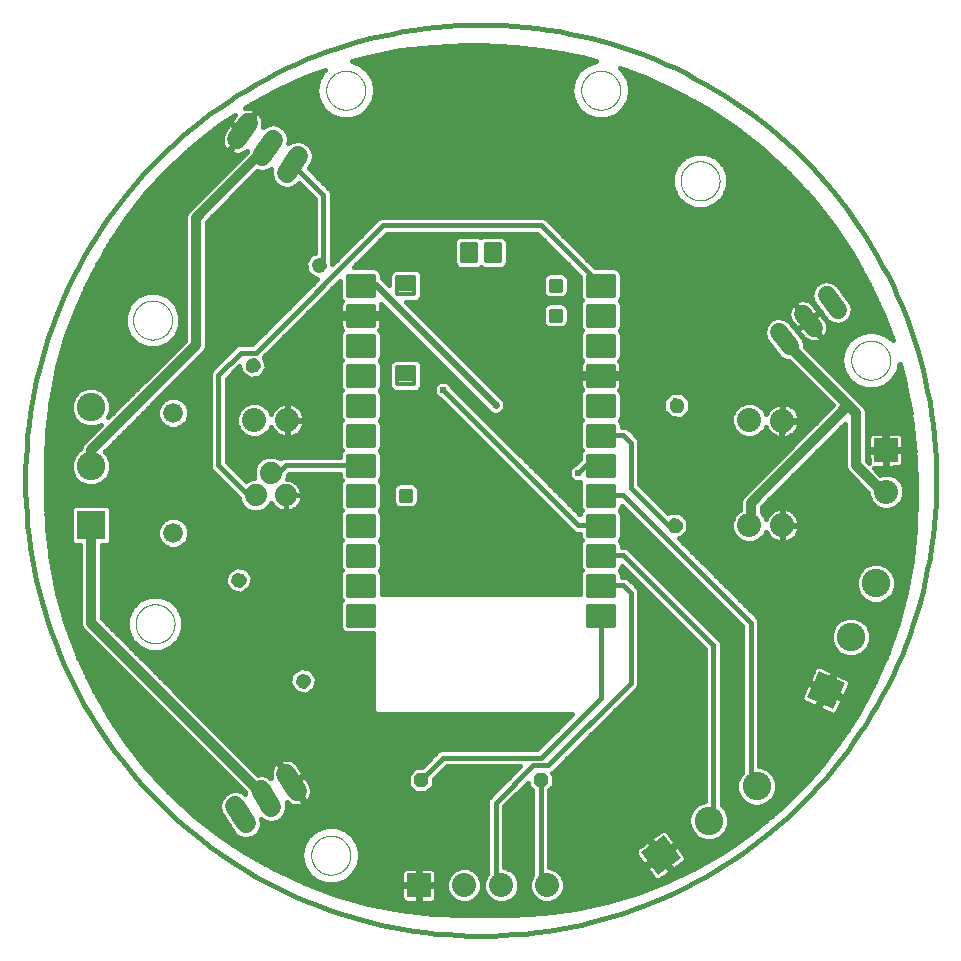
<source format=gtl>
G75*
%MOIN*%
%OFA0B0*%
%FSLAX25Y25*%
%IPPOS*%
%LPD*%
%AMOC8*
5,1,8,0,0,1.08239X$1,22.5*
%
%ADD10C,0.01600*%
%ADD11C,0.08000*%
%ADD12C,0.06600*%
%ADD13R,0.08000X0.08000*%
%ADD14R,0.08000X0.08000*%
%ADD15R,0.09500X0.09500*%
%ADD16C,0.09500*%
%ADD17R,0.09500X0.09500*%
%ADD18C,0.06600*%
%ADD19C,0.00000*%
%ADD20C,0.00960*%
%ADD21OC8,0.04800*%
%ADD22C,0.00900*%
%ADD23C,0.01400*%
%ADD24C,0.01200*%
%ADD25C,0.07400*%
%ADD26C,0.06000*%
%ADD27C,0.02400*%
%ADD28C,0.02400*%
%ADD29C,0.03200*%
%ADD30C,0.01800*%
D10*
X0049627Y0049627D02*
X0042165Y0057700D01*
X0035360Y0066332D01*
X0029253Y0075472D01*
X0023881Y0085064D01*
X0019279Y0095047D01*
X0015474Y0105360D01*
X0012490Y0115940D01*
X0010346Y0126721D01*
X0009054Y0137638D01*
X0008622Y0148622D01*
X0008622Y0158622D01*
X0009054Y0169607D01*
X0010346Y0180523D01*
X0012490Y0191305D01*
X0015474Y0201885D01*
X0019279Y0212198D01*
X0023881Y0222181D01*
X0029253Y0231772D01*
X0035360Y0240912D01*
X0042165Y0249545D01*
X0049627Y0257617D01*
X0057700Y0265079D01*
X0066332Y0271885D01*
X0071723Y0275487D01*
X0070097Y0273049D01*
X0074091Y0270386D01*
X0078585Y0277124D01*
X0078501Y0277181D01*
X0077771Y0277516D01*
X0076998Y0277733D01*
X0076201Y0277827D01*
X0075399Y0277795D01*
X0075083Y0277732D01*
X0075472Y0277992D01*
X0085064Y0283363D01*
X0095047Y0287965D01*
X0101580Y0290376D01*
X0101077Y0289953D01*
X0099367Y0286991D01*
X0098773Y0283622D01*
X0099367Y0280253D01*
X0101077Y0277291D01*
X0103697Y0275092D01*
X0106912Y0273922D01*
X0110333Y0273922D01*
X0113547Y0275092D01*
X0113547Y0275092D01*
X0116167Y0277291D01*
X0116168Y0277291D01*
X0117878Y0280253D01*
X0117878Y0280253D01*
X0118472Y0283622D01*
X0118472Y0283622D01*
X0117878Y0286991D01*
X0116168Y0289953D01*
X0116168Y0289953D01*
X0113547Y0292152D01*
X0110564Y0293238D01*
X0115940Y0294754D01*
X0126721Y0296899D01*
X0137638Y0298191D01*
X0148622Y0298622D01*
X0153622Y0298622D01*
X0164999Y0298175D01*
X0176305Y0296837D01*
X0187472Y0294616D01*
X0192059Y0293322D01*
X0191912Y0293322D01*
X0188697Y0292152D01*
X0186077Y0289953D01*
X0184367Y0286991D01*
X0183773Y0283622D01*
X0184367Y0280253D01*
X0186077Y0277291D01*
X0188697Y0275092D01*
X0188697Y0275092D01*
X0191912Y0273922D01*
X0195333Y0273922D01*
X0198547Y0275092D01*
X0198547Y0275092D01*
X0201167Y0277291D01*
X0201168Y0277291D01*
X0202878Y0280253D01*
X0202878Y0280253D01*
X0203472Y0283622D01*
X0203472Y0283622D01*
X0202878Y0286991D01*
X0201168Y0289953D01*
X0201168Y0289953D01*
X0199972Y0290956D01*
X0209111Y0287585D01*
X0219451Y0282818D01*
X0229385Y0277255D01*
X0238851Y0270930D01*
X0247792Y0263881D01*
X0256153Y0256153D01*
X0263881Y0247792D01*
X0270930Y0238851D01*
X0277255Y0229385D01*
X0282818Y0219451D01*
X0287585Y0209111D01*
X0290872Y0200202D01*
X0288547Y0202152D01*
X0285333Y0203322D01*
X0281912Y0203322D01*
X0278697Y0202152D01*
X0276077Y0199953D01*
X0274367Y0196991D01*
X0273773Y0193622D01*
X0274367Y0190253D01*
X0276077Y0187291D01*
X0278697Y0185092D01*
X0278697Y0185092D01*
X0281912Y0183922D01*
X0285333Y0183922D01*
X0288547Y0185092D01*
X0288547Y0185092D01*
X0291167Y0187291D01*
X0291168Y0187291D01*
X0292878Y0190253D01*
X0292878Y0190253D01*
X0293245Y0192334D01*
X0294616Y0187472D01*
X0296837Y0176305D01*
X0298175Y0164999D01*
X0298622Y0153622D01*
X0298622Y0148622D01*
X0298395Y0137826D01*
X0297320Y0127082D01*
X0295407Y0116454D01*
X0292665Y0106010D01*
X0289112Y0095813D01*
X0284771Y0085926D01*
X0279667Y0076410D01*
X0273832Y0067324D01*
X0267302Y0058724D01*
X0262058Y0052841D01*
X0259395Y0049970D01*
X0253556Y0044372D01*
X0250860Y0041994D01*
X0243965Y0036352D01*
X0235097Y0030190D01*
X0225773Y0024744D01*
X0216051Y0020046D01*
X0205990Y0016125D01*
X0195652Y0013005D01*
X0185101Y0010706D01*
X0174403Y0009242D01*
X0163622Y0008622D01*
X0148622Y0008622D01*
X0137638Y0009054D01*
X0126721Y0010346D01*
X0115940Y0012490D01*
X0105360Y0015474D01*
X0095047Y0019279D01*
X0085064Y0023881D01*
X0075472Y0029253D01*
X0066332Y0035360D01*
X0057700Y0042165D01*
X0049627Y0049627D01*
X0049526Y0049737D02*
X0069471Y0049737D01*
X0069857Y0049982D02*
X0068076Y0048852D01*
X0066864Y0047127D01*
X0066404Y0045069D01*
X0066767Y0042992D01*
X0071433Y0035640D01*
X0073158Y0034427D01*
X0075216Y0033967D01*
X0077293Y0034330D01*
X0079073Y0035459D01*
X0080285Y0037184D01*
X0080745Y0039242D01*
X0080517Y0040547D01*
X0081601Y0039785D01*
X0083659Y0039325D01*
X0085736Y0039688D01*
X0087516Y0040818D01*
X0088729Y0042543D01*
X0089188Y0044600D01*
X0088906Y0046216D01*
X0089288Y0045901D01*
X0089979Y0045492D01*
X0090725Y0045196D01*
X0091509Y0045021D01*
X0092310Y0044971D01*
X0093109Y0045046D01*
X0093886Y0045246D01*
X0094623Y0045565D01*
X0094709Y0045619D01*
X0090369Y0052458D01*
X0090875Y0052780D01*
X0090554Y0053286D01*
X0094606Y0055858D01*
X0092784Y0058730D01*
X0092253Y0059332D01*
X0091635Y0059844D01*
X0090944Y0060253D01*
X0090197Y0060548D01*
X0089414Y0060723D01*
X0088613Y0060774D01*
X0087813Y0060698D01*
X0087036Y0060499D01*
X0086299Y0060180D01*
X0086214Y0060125D01*
X0090554Y0053286D01*
X0090047Y0052965D01*
X0085707Y0059804D01*
X0085621Y0059750D01*
X0085019Y0059219D01*
X0084508Y0058600D01*
X0084099Y0057909D01*
X0083803Y0057163D01*
X0083628Y0056379D01*
X0083578Y0055578D01*
X0083653Y0054779D01*
X0083776Y0054300D01*
X0082435Y0055243D01*
X0080377Y0055703D01*
X0079318Y0055518D01*
X0027222Y0107613D01*
X0027222Y0131872D01*
X0029201Y0131872D01*
X0030372Y0133044D01*
X0030372Y0144201D01*
X0029201Y0145372D01*
X0018044Y0145372D01*
X0016872Y0144201D01*
X0016872Y0133044D01*
X0018044Y0131872D01*
X0020022Y0131872D01*
X0020022Y0105406D01*
X0020570Y0104083D01*
X0021583Y0103070D01*
X0074979Y0049675D01*
X0075075Y0049123D01*
X0073991Y0049884D01*
X0071934Y0050344D01*
X0069857Y0049982D01*
X0067575Y0048139D02*
X0051237Y0048139D01*
X0052967Y0046540D02*
X0066733Y0046540D01*
X0066426Y0044942D02*
X0054696Y0044942D01*
X0056425Y0043343D02*
X0066705Y0043343D01*
X0067558Y0041745D02*
X0058233Y0041745D01*
X0060261Y0040146D02*
X0068573Y0040146D01*
X0069587Y0038548D02*
X0062288Y0038548D01*
X0064316Y0036949D02*
X0070602Y0036949D01*
X0071844Y0035351D02*
X0066346Y0035351D01*
X0068738Y0033752D02*
X0095384Y0033752D01*
X0096077Y0034953D02*
X0094367Y0031991D01*
X0093773Y0028622D01*
X0094367Y0025253D01*
X0096077Y0022291D01*
X0098697Y0020092D01*
X0098697Y0020092D01*
X0101912Y0018922D01*
X0104100Y0018922D01*
X0105333Y0018922D01*
X0108547Y0020092D01*
X0108547Y0020092D01*
X0111167Y0022291D01*
X0111168Y0022291D01*
X0112878Y0025253D01*
X0112878Y0025253D01*
X0113472Y0028622D01*
X0113472Y0028622D01*
X0112878Y0031991D01*
X0111168Y0034953D01*
X0111168Y0034953D01*
X0108547Y0037152D01*
X0105333Y0038322D01*
X0101912Y0038322D01*
X0098697Y0037152D01*
X0096077Y0034953D01*
X0096077Y0034953D01*
X0096077Y0034953D01*
X0096551Y0035351D02*
X0078902Y0035351D01*
X0080120Y0036949D02*
X0098456Y0036949D01*
X0098697Y0037152D02*
X0098697Y0037152D01*
X0094461Y0032154D02*
X0071131Y0032154D01*
X0073523Y0030555D02*
X0094113Y0030555D01*
X0094367Y0031991D02*
X0094367Y0031991D01*
X0093832Y0028957D02*
X0076001Y0028957D01*
X0078855Y0027358D02*
X0093995Y0027358D01*
X0093773Y0028622D02*
X0093773Y0028622D01*
X0094277Y0025760D02*
X0081709Y0025760D01*
X0084564Y0024161D02*
X0094997Y0024161D01*
X0094367Y0025253D02*
X0094367Y0025253D01*
X0095920Y0022563D02*
X0087924Y0022563D01*
X0091391Y0020964D02*
X0097658Y0020964D01*
X0096077Y0022291D02*
X0096077Y0022291D01*
X0094859Y0019366D02*
X0100694Y0019366D01*
X0099145Y0017767D02*
X0127122Y0017767D01*
X0127122Y0018241D02*
X0127122Y0014385D01*
X0127245Y0013927D01*
X0127482Y0013517D01*
X0127817Y0013182D01*
X0128227Y0012945D01*
X0128685Y0012822D01*
X0132541Y0012822D01*
X0132541Y0018241D01*
X0133303Y0018241D01*
X0133303Y0012822D01*
X0137159Y0012822D01*
X0137617Y0012945D01*
X0138027Y0013182D01*
X0138363Y0013517D01*
X0138600Y0013927D01*
X0138722Y0014385D01*
X0138722Y0018241D01*
X0133303Y0018241D01*
X0133303Y0019003D01*
X0138722Y0019003D01*
X0138722Y0022859D01*
X0138600Y0023317D01*
X0138363Y0023727D01*
X0138027Y0024063D01*
X0137617Y0024300D01*
X0137159Y0024422D01*
X0133303Y0024422D01*
X0133303Y0019003D01*
X0132541Y0019003D01*
X0132541Y0018241D01*
X0127122Y0018241D01*
X0127122Y0019003D02*
X0132541Y0019003D01*
X0132541Y0024422D01*
X0128685Y0024422D01*
X0128227Y0024300D01*
X0127817Y0024063D01*
X0127482Y0023727D01*
X0127245Y0023317D01*
X0127122Y0022859D01*
X0127122Y0019003D01*
X0127122Y0019366D02*
X0106551Y0019366D01*
X0105333Y0018922D02*
X0105333Y0018922D01*
X0103478Y0016169D02*
X0127122Y0016169D01*
X0127122Y0014570D02*
X0108566Y0014570D01*
X0114234Y0012972D02*
X0128181Y0012972D01*
X0131548Y0009775D02*
X0178293Y0009775D01*
X0176854Y0012622D02*
X0179060Y0013536D01*
X0180747Y0015224D01*
X0181661Y0017429D01*
X0181661Y0019816D01*
X0180747Y0022021D01*
X0179060Y0023709D01*
X0176854Y0024622D01*
X0176522Y0024622D01*
X0176522Y0050300D01*
X0178022Y0051800D01*
X0178022Y0055445D01*
X0177438Y0056029D01*
X0177765Y0056164D01*
X0178581Y0056980D01*
X0206081Y0084480D01*
X0206522Y0085545D01*
X0206522Y0116699D01*
X0206081Y0117765D01*
X0205265Y0118581D01*
X0202765Y0121081D01*
X0201699Y0121522D01*
X0200622Y0121522D01*
X0200622Y0122379D01*
X0200196Y0123408D01*
X0199982Y0123622D01*
X0200196Y0123836D01*
X0200622Y0124865D01*
X0200622Y0125021D01*
X0228222Y0097421D01*
X0228222Y0046841D01*
X0225785Y0045832D01*
X0223886Y0043933D01*
X0222858Y0041452D01*
X0222858Y0038767D01*
X0223886Y0036286D01*
X0225785Y0034387D01*
X0228265Y0033359D01*
X0230951Y0033359D01*
X0233432Y0034387D01*
X0235331Y0036286D01*
X0236358Y0038767D01*
X0236358Y0041452D01*
X0235331Y0043933D01*
X0234022Y0045241D01*
X0234022Y0099199D01*
X0233581Y0100265D01*
X0232765Y0101081D01*
X0202765Y0131081D01*
X0201699Y0131522D01*
X0200622Y0131522D01*
X0200622Y0132379D01*
X0200196Y0133408D01*
X0199982Y0133622D01*
X0200196Y0133836D01*
X0200622Y0134865D01*
X0200622Y0142379D01*
X0200196Y0143408D01*
X0199982Y0143622D01*
X0200196Y0143836D01*
X0200622Y0144865D01*
X0200622Y0145021D01*
X0240722Y0104921D01*
X0240722Y0056270D01*
X0239872Y0055420D01*
X0238844Y0052939D01*
X0238844Y0050254D01*
X0239872Y0047773D01*
X0241770Y0045874D01*
X0244251Y0044846D01*
X0246937Y0044846D01*
X0249418Y0045874D01*
X0251316Y0047773D01*
X0252344Y0050254D01*
X0252344Y0052939D01*
X0251316Y0055420D01*
X0249418Y0057319D01*
X0246937Y0058346D01*
X0246522Y0058346D01*
X0246522Y0106699D01*
X0246081Y0107765D01*
X0245265Y0108581D01*
X0219640Y0134206D01*
X0220104Y0134199D01*
X0222717Y0136740D01*
X0222768Y0140385D01*
X0220227Y0142998D01*
X0216582Y0143049D01*
X0216184Y0142662D01*
X0206522Y0152323D01*
X0206522Y0166699D01*
X0206081Y0167765D01*
X0203581Y0170265D01*
X0202765Y0171081D01*
X0201699Y0171522D01*
X0200622Y0171522D01*
X0200622Y0172379D01*
X0200196Y0173408D01*
X0199982Y0173622D01*
X0200196Y0173836D01*
X0200622Y0174865D01*
X0200622Y0182379D01*
X0200196Y0183408D01*
X0199841Y0183764D01*
X0199842Y0183765D01*
X0200126Y0184191D01*
X0200322Y0184664D01*
X0200422Y0185166D01*
X0200422Y0187822D01*
X0194422Y0187822D01*
X0194422Y0189422D01*
X0200422Y0189422D01*
X0200422Y0192078D01*
X0200322Y0192581D01*
X0200126Y0193054D01*
X0199842Y0193480D01*
X0199841Y0193481D01*
X0200196Y0193836D01*
X0200622Y0194865D01*
X0200622Y0202379D01*
X0200196Y0203408D01*
X0199982Y0203622D01*
X0200196Y0203836D01*
X0200622Y0204865D01*
X0200622Y0212379D01*
X0200196Y0213408D01*
X0199982Y0213622D01*
X0200196Y0213836D01*
X0200622Y0214865D01*
X0200622Y0222379D01*
X0200196Y0223408D01*
X0199408Y0224196D01*
X0198379Y0224622D01*
X0191723Y0224622D01*
X0176081Y0240265D01*
X0175265Y0241081D01*
X0174199Y0241522D01*
X0120545Y0241522D01*
X0119480Y0241081D01*
X0104075Y0225676D01*
X0104047Y0225812D01*
X0104070Y0225896D01*
X0104022Y0226296D01*
X0104022Y0249199D01*
X0103581Y0250265D01*
X0096299Y0257547D01*
X0097638Y0259555D01*
X0098048Y0261623D01*
X0097635Y0263690D01*
X0096462Y0265443D01*
X0094707Y0266612D01*
X0092639Y0267022D01*
X0090572Y0266609D01*
X0089471Y0265872D01*
X0089728Y0267171D01*
X0089315Y0269239D01*
X0088142Y0270991D01*
X0086388Y0272161D01*
X0084320Y0272570D01*
X0082252Y0272157D01*
X0080889Y0271245D01*
X0081023Y0271721D01*
X0081117Y0272519D01*
X0081085Y0273321D01*
X0080927Y0274108D01*
X0080649Y0274861D01*
X0080256Y0275561D01*
X0079758Y0276191D01*
X0079168Y0276735D01*
X0079084Y0276791D01*
X0074590Y0270053D01*
X0074091Y0270386D01*
X0073758Y0269886D01*
X0074257Y0269553D01*
X0069763Y0262815D01*
X0069847Y0262758D01*
X0070576Y0262423D01*
X0071349Y0262206D01*
X0072146Y0262112D01*
X0072949Y0262144D01*
X0073736Y0262302D01*
X0074489Y0262580D01*
X0075189Y0262973D01*
X0075577Y0263280D01*
X0075550Y0263141D01*
X0056583Y0244174D01*
X0055570Y0243161D01*
X0055022Y0241838D01*
X0055022Y0200113D01*
X0029533Y0174625D01*
X0030372Y0176650D01*
X0030372Y0179335D01*
X0029345Y0181816D01*
X0027446Y0183715D01*
X0024965Y0184742D01*
X0022280Y0184742D01*
X0019799Y0183715D01*
X0017900Y0181816D01*
X0016872Y0179335D01*
X0016872Y0176650D01*
X0017900Y0174169D01*
X0019799Y0172270D01*
X0022280Y0171242D01*
X0024965Y0171242D01*
X0026990Y0172081D01*
X0021583Y0166674D01*
X0020570Y0165661D01*
X0020022Y0164338D01*
X0020022Y0164122D01*
X0019799Y0164030D01*
X0017900Y0162131D01*
X0016872Y0159650D01*
X0016872Y0156965D01*
X0017900Y0154484D01*
X0019799Y0152585D01*
X0022280Y0151557D01*
X0024965Y0151557D01*
X0027446Y0152585D01*
X0029345Y0154484D01*
X0030372Y0156965D01*
X0030372Y0159650D01*
X0029345Y0162131D01*
X0028283Y0163192D01*
X0061674Y0196583D01*
X0062222Y0197906D01*
X0062222Y0239631D01*
X0079161Y0256570D01*
X0080667Y0256272D01*
X0082735Y0256685D01*
X0083835Y0257422D01*
X0083578Y0256122D01*
X0083991Y0254055D01*
X0085164Y0252303D01*
X0086918Y0251133D01*
X0088987Y0250723D01*
X0091054Y0251137D01*
X0092806Y0252309D01*
X0093017Y0252626D01*
X0098222Y0247421D01*
X0098222Y0229497D01*
X0096998Y0229248D01*
X0094986Y0226209D01*
X0095713Y0222637D01*
X0098752Y0220625D01*
X0099093Y0220694D01*
X0077421Y0199022D01*
X0073045Y0199022D01*
X0071980Y0198581D01*
X0064480Y0191081D01*
X0063664Y0190265D01*
X0063222Y0189199D01*
X0063222Y0158045D01*
X0063664Y0156980D01*
X0072922Y0147721D01*
X0072922Y0147488D01*
X0073790Y0145393D01*
X0075393Y0143790D01*
X0077488Y0142922D01*
X0079756Y0142922D01*
X0081851Y0143790D01*
X0083454Y0145393D01*
X0083742Y0146086D01*
X0083918Y0145740D01*
X0084427Y0145039D01*
X0085039Y0144427D01*
X0085740Y0143918D01*
X0086511Y0143525D01*
X0087334Y0143258D01*
X0088189Y0143122D01*
X0088622Y0143122D01*
X0088622Y0148622D01*
X0088622Y0148622D01*
X0088622Y0143122D01*
X0089055Y0143122D01*
X0089910Y0143258D01*
X0090734Y0143525D01*
X0091505Y0143918D01*
X0092205Y0144427D01*
X0092817Y0145039D01*
X0093326Y0145740D01*
X0093719Y0146511D01*
X0093987Y0147334D01*
X0094122Y0148189D01*
X0094122Y0148622D01*
X0088622Y0148622D01*
X0088622Y0148622D01*
X0094122Y0148622D01*
X0094122Y0149055D01*
X0093987Y0149910D01*
X0093719Y0150734D01*
X0093326Y0151505D01*
X0092817Y0152205D01*
X0092205Y0152817D01*
X0091505Y0153326D01*
X0090734Y0153719D01*
X0089910Y0153987D01*
X0089055Y0154122D01*
X0088963Y0154122D01*
X0089322Y0154988D01*
X0089322Y0155221D01*
X0089823Y0155722D01*
X0106622Y0155722D01*
X0106622Y0154865D01*
X0107049Y0153836D01*
X0107262Y0153622D01*
X0107049Y0153408D01*
X0106622Y0152379D01*
X0106622Y0144865D01*
X0107049Y0143836D01*
X0107262Y0143622D01*
X0107049Y0143408D01*
X0106622Y0142379D01*
X0106622Y0134865D01*
X0107049Y0133836D01*
X0107262Y0133622D01*
X0107049Y0133408D01*
X0106622Y0132379D01*
X0106622Y0124865D01*
X0107049Y0123836D01*
X0107262Y0123622D01*
X0107049Y0123408D01*
X0106622Y0122379D01*
X0106622Y0114865D01*
X0107049Y0113836D01*
X0107262Y0113622D01*
X0107049Y0113408D01*
X0106622Y0112379D01*
X0106622Y0104865D01*
X0107049Y0103836D01*
X0107836Y0103049D01*
X0108865Y0102622D01*
X0117622Y0102622D01*
X0117622Y0076794D01*
X0118794Y0075622D01*
X0184021Y0075622D01*
X0172421Y0064022D01*
X0140545Y0064022D01*
X0139480Y0063581D01*
X0133921Y0058022D01*
X0131800Y0058022D01*
X0129222Y0055445D01*
X0129222Y0051800D01*
X0131800Y0049222D01*
X0135445Y0049222D01*
X0138022Y0051800D01*
X0138022Y0053921D01*
X0142323Y0058222D01*
X0166621Y0058222D01*
X0156980Y0048581D01*
X0156164Y0047765D01*
X0155722Y0046699D01*
X0155722Y0022348D01*
X0155395Y0022021D01*
X0154481Y0019816D01*
X0154481Y0017429D01*
X0155395Y0015224D01*
X0157083Y0013536D01*
X0159288Y0012622D01*
X0161675Y0012622D01*
X0163880Y0013536D01*
X0165568Y0015224D01*
X0166481Y0017429D01*
X0166481Y0019816D01*
X0165568Y0022021D01*
X0163880Y0023709D01*
X0161675Y0024622D01*
X0161522Y0024622D01*
X0161522Y0044921D01*
X0169222Y0052621D01*
X0169222Y0051800D01*
X0170722Y0050300D01*
X0170722Y0022169D01*
X0170574Y0022021D01*
X0169661Y0019816D01*
X0169661Y0017429D01*
X0170574Y0015224D01*
X0172262Y0013536D01*
X0174467Y0012622D01*
X0176854Y0012622D01*
X0177698Y0012972D02*
X0195499Y0012972D01*
X0200839Y0014570D02*
X0180094Y0014570D01*
X0181139Y0016169D02*
X0206103Y0016169D01*
X0210205Y0017767D02*
X0181661Y0017767D01*
X0181661Y0019366D02*
X0214306Y0019366D01*
X0213395Y0020393D02*
X0217055Y0023023D01*
X0213513Y0027953D01*
X0214292Y0028513D01*
X0213732Y0029292D01*
X0218662Y0032834D01*
X0216031Y0036494D01*
X0215665Y0036794D01*
X0215233Y0036989D01*
X0214765Y0037066D01*
X0214293Y0037019D01*
X0213850Y0036851D01*
X0210189Y0034221D01*
X0213732Y0029292D01*
X0212953Y0028732D01*
X0209411Y0033662D01*
X0205750Y0031031D01*
X0205450Y0030665D01*
X0205255Y0030233D01*
X0205178Y0029765D01*
X0205225Y0029293D01*
X0205393Y0028850D01*
X0208023Y0025189D01*
X0212953Y0028732D01*
X0213513Y0027953D01*
X0208583Y0024411D01*
X0211213Y0020750D01*
X0211580Y0020450D01*
X0212012Y0020255D01*
X0212480Y0020178D01*
X0212951Y0020225D01*
X0213395Y0020393D01*
X0214189Y0020964D02*
X0217952Y0020964D01*
X0216414Y0022563D02*
X0221260Y0022563D01*
X0218639Y0024161D02*
X0224568Y0024161D01*
X0227513Y0025760D02*
X0220863Y0025760D01*
X0221494Y0026213D02*
X0217834Y0023583D01*
X0214292Y0028513D01*
X0219221Y0032055D01*
X0221851Y0028395D01*
X0222019Y0027951D01*
X0222066Y0027480D01*
X0221989Y0027012D01*
X0221794Y0026580D01*
X0221494Y0026213D01*
X0222046Y0027358D02*
X0230249Y0027358D01*
X0232985Y0028957D02*
X0221448Y0028957D01*
X0220299Y0030555D02*
X0235622Y0030555D01*
X0237923Y0032154D02*
X0217715Y0032154D01*
X0218002Y0033752D02*
X0227317Y0033752D01*
X0224821Y0035351D02*
X0216853Y0035351D01*
X0215322Y0036949D02*
X0223611Y0036949D01*
X0222949Y0038548D02*
X0176522Y0038548D01*
X0176522Y0040146D02*
X0222858Y0040146D01*
X0222979Y0041745D02*
X0176522Y0041745D01*
X0176522Y0043343D02*
X0223642Y0043343D01*
X0224895Y0044942D02*
X0176522Y0044942D01*
X0176522Y0046540D02*
X0227496Y0046540D01*
X0228222Y0048139D02*
X0176522Y0048139D01*
X0176522Y0049737D02*
X0228222Y0049737D01*
X0228222Y0051336D02*
X0177558Y0051336D01*
X0178022Y0052934D02*
X0228222Y0052934D01*
X0228222Y0054533D02*
X0178022Y0054533D01*
X0177687Y0056131D02*
X0228222Y0056131D01*
X0228222Y0057730D02*
X0179331Y0057730D01*
X0180930Y0059328D02*
X0228222Y0059328D01*
X0228222Y0060927D02*
X0182528Y0060927D01*
X0184127Y0062525D02*
X0228222Y0062525D01*
X0228222Y0064124D02*
X0185725Y0064124D01*
X0187324Y0065723D02*
X0228222Y0065723D01*
X0228222Y0067321D02*
X0188922Y0067321D01*
X0190521Y0068920D02*
X0228222Y0068920D01*
X0228222Y0070518D02*
X0192119Y0070518D01*
X0193718Y0072117D02*
X0228222Y0072117D01*
X0228222Y0073715D02*
X0195316Y0073715D01*
X0196915Y0075314D02*
X0228222Y0075314D01*
X0228222Y0076912D02*
X0198513Y0076912D01*
X0200112Y0078511D02*
X0228222Y0078511D01*
X0228222Y0080109D02*
X0201710Y0080109D01*
X0203309Y0081708D02*
X0228222Y0081708D01*
X0228222Y0083306D02*
X0204907Y0083306D01*
X0206257Y0084905D02*
X0228222Y0084905D01*
X0228222Y0086503D02*
X0206522Y0086503D01*
X0206522Y0088102D02*
X0228222Y0088102D01*
X0228222Y0089700D02*
X0206522Y0089700D01*
X0206522Y0091299D02*
X0228222Y0091299D01*
X0228222Y0092897D02*
X0206522Y0092897D01*
X0206522Y0094496D02*
X0228222Y0094496D01*
X0228222Y0096094D02*
X0206522Y0096094D01*
X0206522Y0097693D02*
X0227951Y0097693D01*
X0226352Y0099291D02*
X0206522Y0099291D01*
X0206522Y0100890D02*
X0224754Y0100890D01*
X0223155Y0102488D02*
X0206522Y0102488D01*
X0206522Y0104087D02*
X0221556Y0104087D01*
X0219958Y0105685D02*
X0206522Y0105685D01*
X0206522Y0107284D02*
X0218359Y0107284D01*
X0216761Y0108882D02*
X0206522Y0108882D01*
X0206522Y0110481D02*
X0215162Y0110481D01*
X0213564Y0112079D02*
X0206522Y0112079D01*
X0206522Y0113678D02*
X0211965Y0113678D01*
X0210367Y0115276D02*
X0206522Y0115276D01*
X0206449Y0116875D02*
X0208768Y0116875D01*
X0207170Y0118473D02*
X0205372Y0118473D01*
X0205571Y0120072D02*
X0203774Y0120072D01*
X0203973Y0121670D02*
X0200622Y0121670D01*
X0200254Y0123269D02*
X0202374Y0123269D01*
X0200776Y0124867D02*
X0200622Y0124867D01*
X0205781Y0128064D02*
X0217579Y0128064D01*
X0219177Y0126466D02*
X0207380Y0126466D01*
X0208978Y0124867D02*
X0220776Y0124867D01*
X0222374Y0123269D02*
X0210577Y0123269D01*
X0212175Y0121670D02*
X0223973Y0121670D01*
X0225571Y0120072D02*
X0213774Y0120072D01*
X0215372Y0118473D02*
X0227170Y0118473D01*
X0228768Y0116875D02*
X0216971Y0116875D01*
X0218569Y0115276D02*
X0230367Y0115276D01*
X0231965Y0113678D02*
X0220168Y0113678D01*
X0221766Y0112079D02*
X0233564Y0112079D01*
X0235162Y0110481D02*
X0223365Y0110481D01*
X0224963Y0108882D02*
X0236761Y0108882D01*
X0238359Y0107284D02*
X0226562Y0107284D01*
X0228160Y0105685D02*
X0239958Y0105685D01*
X0240722Y0104087D02*
X0229759Y0104087D01*
X0231357Y0102488D02*
X0240722Y0102488D01*
X0240722Y0100890D02*
X0232956Y0100890D01*
X0233984Y0099291D02*
X0240722Y0099291D01*
X0240722Y0097693D02*
X0234022Y0097693D01*
X0234022Y0096094D02*
X0240722Y0096094D01*
X0240722Y0094496D02*
X0234022Y0094496D01*
X0234022Y0092897D02*
X0240722Y0092897D01*
X0240722Y0091299D02*
X0234022Y0091299D01*
X0234022Y0089700D02*
X0240722Y0089700D01*
X0240722Y0088102D02*
X0234022Y0088102D01*
X0234022Y0086503D02*
X0240722Y0086503D01*
X0240722Y0084905D02*
X0234022Y0084905D01*
X0234022Y0083306D02*
X0240722Y0083306D01*
X0240722Y0081708D02*
X0234022Y0081708D01*
X0234022Y0080109D02*
X0240722Y0080109D01*
X0240722Y0078511D02*
X0234022Y0078511D01*
X0234022Y0076912D02*
X0240722Y0076912D01*
X0240722Y0075314D02*
X0234022Y0075314D01*
X0234022Y0073715D02*
X0240722Y0073715D01*
X0240722Y0072117D02*
X0234022Y0072117D01*
X0234022Y0070518D02*
X0240722Y0070518D01*
X0240722Y0068920D02*
X0234022Y0068920D01*
X0234022Y0067321D02*
X0240722Y0067321D01*
X0240722Y0065723D02*
X0234022Y0065723D01*
X0234022Y0064124D02*
X0240722Y0064124D01*
X0240722Y0062525D02*
X0234022Y0062525D01*
X0234022Y0060927D02*
X0240722Y0060927D01*
X0240722Y0059328D02*
X0234022Y0059328D01*
X0234022Y0057730D02*
X0240722Y0057730D01*
X0240583Y0056131D02*
X0234022Y0056131D01*
X0234022Y0054533D02*
X0239504Y0054533D01*
X0238844Y0052934D02*
X0234022Y0052934D01*
X0234022Y0051336D02*
X0238844Y0051336D01*
X0239058Y0049737D02*
X0234022Y0049737D01*
X0234022Y0048139D02*
X0239720Y0048139D01*
X0241104Y0046540D02*
X0234022Y0046540D01*
X0234321Y0044942D02*
X0244021Y0044942D01*
X0247167Y0044942D02*
X0254150Y0044942D01*
X0255817Y0046540D02*
X0250084Y0046540D01*
X0251468Y0048139D02*
X0257484Y0048139D01*
X0259152Y0049737D02*
X0252130Y0049737D01*
X0252344Y0051336D02*
X0260662Y0051336D01*
X0262142Y0052934D02*
X0252344Y0052934D01*
X0251684Y0054533D02*
X0263566Y0054533D01*
X0264991Y0056131D02*
X0250605Y0056131D01*
X0248425Y0057730D02*
X0266416Y0057730D01*
X0267761Y0059328D02*
X0246522Y0059328D01*
X0246522Y0060927D02*
X0268974Y0060927D01*
X0270188Y0062525D02*
X0246522Y0062525D01*
X0246522Y0064124D02*
X0271402Y0064124D01*
X0272615Y0065723D02*
X0246522Y0065723D01*
X0246522Y0067321D02*
X0273829Y0067321D01*
X0274856Y0068920D02*
X0246522Y0068920D01*
X0246522Y0070518D02*
X0275883Y0070518D01*
X0276909Y0072117D02*
X0246522Y0072117D01*
X0246522Y0073715D02*
X0277936Y0073715D01*
X0278962Y0075314D02*
X0246522Y0075314D01*
X0246522Y0076912D02*
X0267506Y0076912D01*
X0266278Y0077487D02*
X0270360Y0075575D01*
X0270826Y0075492D01*
X0271299Y0075533D01*
X0271744Y0075694D01*
X0272133Y0075965D01*
X0272438Y0076328D01*
X0274350Y0080409D01*
X0268853Y0082985D01*
X0269260Y0083853D01*
X0274757Y0081278D01*
X0276669Y0085360D01*
X0276752Y0085826D01*
X0276712Y0086299D01*
X0276550Y0086744D01*
X0276279Y0087133D01*
X0275917Y0087438D01*
X0271835Y0089350D01*
X0269260Y0083853D01*
X0268391Y0084260D01*
X0267985Y0083391D01*
X0268853Y0082985D01*
X0266278Y0077487D01*
X0265409Y0077894D02*
X0267985Y0083391D01*
X0262487Y0085966D01*
X0260575Y0081885D01*
X0260492Y0081418D01*
X0260533Y0080946D01*
X0260694Y0080500D01*
X0260965Y0080112D01*
X0261328Y0079806D01*
X0265409Y0077894D01*
X0265698Y0078511D02*
X0266757Y0078511D01*
X0266447Y0080109D02*
X0267506Y0080109D01*
X0267196Y0081708D02*
X0268255Y0081708D01*
X0268166Y0083306D02*
X0267945Y0083306D01*
X0268391Y0084260D02*
X0262894Y0086835D01*
X0264806Y0090917D01*
X0265112Y0091279D01*
X0265500Y0091550D01*
X0265946Y0091712D01*
X0266418Y0091752D01*
X0266885Y0091669D01*
X0270966Y0089757D01*
X0268391Y0084260D01*
X0268693Y0084905D02*
X0269753Y0084905D01*
X0269442Y0086503D02*
X0270501Y0086503D01*
X0270191Y0088102D02*
X0271250Y0088102D01*
X0270940Y0089700D02*
X0286428Y0089700D01*
X0285726Y0088102D02*
X0274501Y0088102D01*
X0276638Y0086503D02*
X0285024Y0086503D01*
X0284223Y0084905D02*
X0276456Y0084905D01*
X0275707Y0083306D02*
X0283365Y0083306D01*
X0282508Y0081708D02*
X0274958Y0081708D01*
X0273840Y0081708D02*
X0271579Y0081708D01*
X0270427Y0083306D02*
X0269004Y0083306D01*
X0267015Y0084905D02*
X0264754Y0084905D01*
X0263603Y0086503D02*
X0246522Y0086503D01*
X0246522Y0084905D02*
X0261990Y0084905D01*
X0261241Y0083306D02*
X0246522Y0083306D01*
X0246522Y0081708D02*
X0260544Y0081708D01*
X0260968Y0080109D02*
X0246522Y0080109D01*
X0246522Y0078511D02*
X0264094Y0078511D01*
X0272712Y0076912D02*
X0279936Y0076912D01*
X0280793Y0078511D02*
X0273461Y0078511D01*
X0274210Y0080109D02*
X0281651Y0080109D01*
X0287130Y0091299D02*
X0267676Y0091299D01*
X0265139Y0091299D02*
X0246522Y0091299D01*
X0246522Y0092897D02*
X0287832Y0092897D01*
X0288534Y0094496D02*
X0246522Y0094496D01*
X0246522Y0096094D02*
X0272781Y0096094D01*
X0273149Y0095726D02*
X0275630Y0094698D01*
X0278315Y0094698D01*
X0280796Y0095726D01*
X0282695Y0097625D01*
X0283723Y0100106D01*
X0283723Y0102791D01*
X0282695Y0105272D01*
X0280796Y0107171D01*
X0278315Y0108198D01*
X0275630Y0108198D01*
X0273149Y0107171D01*
X0271250Y0105272D01*
X0270223Y0102791D01*
X0270223Y0100106D01*
X0271250Y0097625D01*
X0273149Y0095726D01*
X0271222Y0097693D02*
X0246522Y0097693D01*
X0246522Y0099291D02*
X0270560Y0099291D01*
X0270223Y0100890D02*
X0246522Y0100890D01*
X0246522Y0102488D02*
X0270223Y0102488D01*
X0270759Y0104087D02*
X0246522Y0104087D01*
X0246522Y0105685D02*
X0271664Y0105685D01*
X0273422Y0107284D02*
X0246280Y0107284D01*
X0244963Y0108882D02*
X0293419Y0108882D01*
X0292999Y0107284D02*
X0280523Y0107284D01*
X0282282Y0105685D02*
X0292552Y0105685D01*
X0291995Y0104087D02*
X0283186Y0104087D01*
X0283723Y0102488D02*
X0291438Y0102488D01*
X0290881Y0100890D02*
X0283723Y0100890D01*
X0283385Y0099291D02*
X0290324Y0099291D01*
X0289767Y0097693D02*
X0282723Y0097693D01*
X0281164Y0096094D02*
X0289210Y0096094D01*
X0293839Y0110481D02*
X0243365Y0110481D01*
X0241766Y0112079D02*
X0294258Y0112079D01*
X0294678Y0113678D02*
X0289272Y0113678D01*
X0289147Y0113552D02*
X0291045Y0115451D01*
X0292073Y0117932D01*
X0292073Y0120617D01*
X0291045Y0123098D01*
X0289147Y0124997D01*
X0286666Y0126025D01*
X0283980Y0126025D01*
X0281499Y0124997D01*
X0279601Y0123098D01*
X0278573Y0120617D01*
X0278573Y0117932D01*
X0279601Y0115451D01*
X0281499Y0113552D01*
X0283980Y0112525D01*
X0286666Y0112525D01*
X0289147Y0113552D01*
X0290871Y0115276D02*
X0295097Y0115276D01*
X0295482Y0116875D02*
X0291635Y0116875D01*
X0292073Y0118473D02*
X0295770Y0118473D01*
X0296058Y0120072D02*
X0292073Y0120072D01*
X0291637Y0121670D02*
X0296346Y0121670D01*
X0296634Y0123269D02*
X0290875Y0123269D01*
X0289276Y0124867D02*
X0296922Y0124867D01*
X0297210Y0126466D02*
X0227380Y0126466D01*
X0228978Y0124867D02*
X0281370Y0124867D01*
X0279771Y0123269D02*
X0230577Y0123269D01*
X0232175Y0121670D02*
X0279009Y0121670D01*
X0278573Y0120072D02*
X0233774Y0120072D01*
X0235372Y0118473D02*
X0278573Y0118473D01*
X0279011Y0116875D02*
X0236971Y0116875D01*
X0238569Y0115276D02*
X0279775Y0115276D01*
X0281374Y0113678D02*
X0240168Y0113678D01*
X0225781Y0128064D02*
X0297419Y0128064D01*
X0297579Y0129663D02*
X0224183Y0129663D01*
X0222584Y0131261D02*
X0297738Y0131261D01*
X0297898Y0132860D02*
X0254817Y0132860D01*
X0254579Y0132822D02*
X0255480Y0132965D01*
X0256349Y0133247D01*
X0257162Y0133662D01*
X0257901Y0134198D01*
X0258546Y0134844D01*
X0259083Y0135582D01*
X0259497Y0136396D01*
X0259779Y0137264D01*
X0259922Y0138166D01*
X0259922Y0138422D01*
X0254322Y0138422D01*
X0254322Y0132822D01*
X0254579Y0132822D01*
X0254322Y0132860D02*
X0253922Y0132860D01*
X0253922Y0132822D02*
X0253922Y0138422D01*
X0254322Y0138422D01*
X0254322Y0138822D01*
X0253922Y0138822D01*
X0253922Y0144422D01*
X0253666Y0144422D01*
X0252764Y0144279D01*
X0251896Y0143997D01*
X0251082Y0143583D01*
X0250344Y0143046D01*
X0249698Y0142401D01*
X0249162Y0141662D01*
X0248747Y0140849D01*
X0248724Y0140777D01*
X0248209Y0142021D01*
X0247222Y0143008D01*
X0247222Y0144631D01*
X0275022Y0172431D01*
X0275022Y0157906D01*
X0275570Y0156583D01*
X0282791Y0149363D01*
X0282791Y0148650D01*
X0283704Y0146445D01*
X0285392Y0144757D01*
X0287597Y0143844D01*
X0289984Y0143844D01*
X0292189Y0144757D01*
X0293877Y0146445D01*
X0294791Y0148650D01*
X0294791Y0151037D01*
X0293877Y0153242D01*
X0292189Y0154930D01*
X0289984Y0155844D01*
X0287597Y0155844D01*
X0286816Y0155520D01*
X0284563Y0157772D01*
X0288312Y0157818D01*
X0288246Y0163236D01*
X0289008Y0163246D01*
X0288999Y0164008D01*
X0294417Y0164074D01*
X0294370Y0167930D01*
X0294242Y0168386D01*
X0294000Y0168794D01*
X0293661Y0169125D01*
X0293247Y0169356D01*
X0292788Y0169474D01*
X0288932Y0169426D01*
X0288999Y0164008D01*
X0288237Y0163999D01*
X0288170Y0169417D01*
X0284315Y0169370D01*
X0283858Y0169242D01*
X0283451Y0169000D01*
X0283120Y0168661D01*
X0282888Y0168247D01*
X0282771Y0167788D01*
X0282818Y0163932D01*
X0288236Y0163999D01*
X0288246Y0163237D01*
X0282827Y0163170D01*
X0282873Y0159463D01*
X0282222Y0160113D01*
X0282222Y0176838D01*
X0281674Y0178161D01*
X0280661Y0179174D01*
X0279174Y0180661D01*
X0279174Y0180661D01*
X0278161Y0181674D01*
X0261737Y0198099D01*
X0261803Y0198616D01*
X0261282Y0200536D01*
X0256396Y0206857D01*
X0254670Y0207845D01*
X0252697Y0208098D01*
X0250778Y0207577D01*
X0249204Y0206360D01*
X0248215Y0204634D01*
X0247962Y0202661D01*
X0248484Y0200742D01*
X0253370Y0194420D01*
X0255096Y0193432D01*
X0256387Y0193266D01*
X0271031Y0178622D01*
X0240570Y0148161D01*
X0240022Y0146838D01*
X0240022Y0143833D01*
X0239724Y0143709D01*
X0238036Y0142021D01*
X0237122Y0139816D01*
X0237122Y0137429D01*
X0238036Y0135224D01*
X0239724Y0133536D01*
X0241929Y0132622D01*
X0244316Y0132622D01*
X0246521Y0133536D01*
X0248209Y0135224D01*
X0248724Y0136467D01*
X0248747Y0136396D01*
X0249162Y0135582D01*
X0249698Y0134844D01*
X0250344Y0134198D01*
X0251082Y0133662D01*
X0251896Y0133247D01*
X0252764Y0132965D01*
X0253666Y0132822D01*
X0253922Y0132822D01*
X0253428Y0132860D02*
X0244890Y0132860D01*
X0247444Y0134459D02*
X0250084Y0134459D01*
X0248920Y0136057D02*
X0248554Y0136057D01*
X0248693Y0140853D02*
X0248749Y0140853D01*
X0247779Y0142451D02*
X0249749Y0142451D01*
X0252057Y0144050D02*
X0247222Y0144050D01*
X0248239Y0145648D02*
X0284501Y0145648D01*
X0283372Y0147247D02*
X0249838Y0147247D01*
X0251436Y0148845D02*
X0282791Y0148845D01*
X0281710Y0150444D02*
X0253035Y0150444D01*
X0254633Y0152042D02*
X0280111Y0152042D01*
X0278513Y0153641D02*
X0256232Y0153641D01*
X0257830Y0155239D02*
X0276914Y0155239D01*
X0275465Y0156838D02*
X0259429Y0156838D01*
X0261027Y0158436D02*
X0275022Y0158436D01*
X0275022Y0160035D02*
X0262626Y0160035D01*
X0264224Y0161633D02*
X0275022Y0161633D01*
X0275022Y0163232D02*
X0265823Y0163232D01*
X0267421Y0164830D02*
X0275022Y0164830D01*
X0275022Y0166429D02*
X0269020Y0166429D01*
X0270618Y0168027D02*
X0275022Y0168027D01*
X0275022Y0169626D02*
X0272217Y0169626D01*
X0273815Y0171224D02*
X0275022Y0171224D01*
X0282222Y0171224D02*
X0297438Y0171224D01*
X0297628Y0169626D02*
X0282222Y0169626D01*
X0282222Y0168027D02*
X0282832Y0168027D01*
X0282788Y0166429D02*
X0282222Y0166429D01*
X0282222Y0164830D02*
X0282807Y0164830D01*
X0282222Y0163232D02*
X0287852Y0163232D01*
X0288246Y0163232D02*
X0289008Y0163232D01*
X0289008Y0163246D02*
X0289074Y0157827D01*
X0292930Y0157874D01*
X0293386Y0158003D01*
X0293794Y0158245D01*
X0294125Y0158584D01*
X0294356Y0158997D01*
X0294474Y0159456D01*
X0294426Y0163312D01*
X0289008Y0163246D01*
X0288989Y0164830D02*
X0288226Y0164830D01*
X0288207Y0166429D02*
X0288969Y0166429D01*
X0288950Y0168027D02*
X0288187Y0168027D01*
X0294343Y0168027D02*
X0297817Y0168027D01*
X0298006Y0166429D02*
X0294388Y0166429D01*
X0294408Y0164830D02*
X0298182Y0164830D01*
X0298245Y0163232D02*
X0294427Y0163232D01*
X0294447Y0161633D02*
X0298308Y0161633D01*
X0298370Y0160035D02*
X0294466Y0160035D01*
X0293980Y0158436D02*
X0298433Y0158436D01*
X0298496Y0156838D02*
X0285498Y0156838D01*
X0288304Y0158436D02*
X0289067Y0158436D01*
X0289047Y0160035D02*
X0288285Y0160035D01*
X0288265Y0161633D02*
X0289028Y0161633D01*
X0282846Y0161633D02*
X0282222Y0161633D01*
X0282301Y0160035D02*
X0282866Y0160035D01*
X0291444Y0155239D02*
X0298559Y0155239D01*
X0298622Y0153641D02*
X0293479Y0153641D01*
X0294374Y0152042D02*
X0298622Y0152042D01*
X0298622Y0150444D02*
X0294791Y0150444D01*
X0294791Y0148845D02*
X0298622Y0148845D01*
X0298593Y0147247D02*
X0294209Y0147247D01*
X0293080Y0145648D02*
X0298560Y0145648D01*
X0298526Y0144050D02*
X0290481Y0144050D01*
X0287100Y0144050D02*
X0256188Y0144050D01*
X0256349Y0143997D02*
X0255480Y0144279D01*
X0254579Y0144422D01*
X0254322Y0144422D01*
X0254322Y0138822D01*
X0259922Y0138822D01*
X0259922Y0139079D01*
X0259779Y0139980D01*
X0259497Y0140849D01*
X0259083Y0141662D01*
X0258546Y0142401D01*
X0257901Y0143046D01*
X0257162Y0143583D01*
X0256349Y0143997D01*
X0254322Y0144050D02*
X0253922Y0144050D01*
X0253922Y0142451D02*
X0254322Y0142451D01*
X0254322Y0140853D02*
X0253922Y0140853D01*
X0253922Y0139254D02*
X0254322Y0139254D01*
X0254322Y0137656D02*
X0253922Y0137656D01*
X0253922Y0136057D02*
X0254322Y0136057D01*
X0254322Y0134459D02*
X0253922Y0134459D01*
X0258161Y0134459D02*
X0298058Y0134459D01*
X0298218Y0136057D02*
X0259325Y0136057D01*
X0259841Y0137656D02*
X0298377Y0137656D01*
X0298425Y0139254D02*
X0259894Y0139254D01*
X0259495Y0140853D02*
X0298458Y0140853D01*
X0298492Y0142451D02*
X0258496Y0142451D01*
X0246049Y0153641D02*
X0206522Y0153641D01*
X0206522Y0155239D02*
X0247648Y0155239D01*
X0249246Y0156838D02*
X0206522Y0156838D01*
X0206522Y0158436D02*
X0250845Y0158436D01*
X0252444Y0160035D02*
X0206522Y0160035D01*
X0206522Y0161633D02*
X0254042Y0161633D01*
X0255641Y0163232D02*
X0206522Y0163232D01*
X0206522Y0164830D02*
X0257239Y0164830D01*
X0258838Y0166429D02*
X0206522Y0166429D01*
X0205818Y0168027D02*
X0241254Y0168027D01*
X0241930Y0167747D02*
X0244317Y0167747D01*
X0246522Y0168660D01*
X0248210Y0170348D01*
X0248678Y0171478D01*
X0248746Y0171271D01*
X0249160Y0170458D01*
X0249697Y0169719D01*
X0250342Y0169073D01*
X0251081Y0168537D01*
X0251894Y0168122D01*
X0252763Y0167840D01*
X0253664Y0167697D01*
X0253789Y0167697D01*
X0253916Y0173302D01*
X0254316Y0173293D01*
X0254189Y0167697D01*
X0254577Y0167697D01*
X0255479Y0167840D01*
X0256347Y0168122D01*
X0257161Y0168537D01*
X0257899Y0169073D01*
X0258545Y0169719D01*
X0259081Y0170458D01*
X0259496Y0171271D01*
X0259778Y0172139D01*
X0259921Y0173041D01*
X0259921Y0173166D01*
X0254316Y0173293D01*
X0254325Y0173693D01*
X0253925Y0173702D01*
X0254052Y0179297D01*
X0253664Y0179297D01*
X0252763Y0179155D01*
X0251894Y0178873D01*
X0251081Y0178458D01*
X0250342Y0177921D01*
X0249697Y0177276D01*
X0249160Y0176537D01*
X0248775Y0175782D01*
X0248210Y0177146D01*
X0246522Y0178834D01*
X0244317Y0179747D01*
X0241930Y0179747D01*
X0239725Y0178834D01*
X0238037Y0177146D01*
X0237124Y0174941D01*
X0237124Y0172554D01*
X0238037Y0170348D01*
X0239725Y0168660D01*
X0241930Y0167747D01*
X0244994Y0168027D02*
X0252187Y0168027D01*
X0253797Y0168027D02*
X0254197Y0168027D01*
X0254233Y0169626D02*
X0253833Y0169626D01*
X0253869Y0171224D02*
X0254269Y0171224D01*
X0254306Y0172823D02*
X0253905Y0172823D01*
X0254325Y0173693D02*
X0259921Y0173566D01*
X0259921Y0173954D01*
X0259778Y0174856D01*
X0259496Y0175724D01*
X0259081Y0176537D01*
X0258545Y0177276D01*
X0257899Y0177921D01*
X0257161Y0178458D01*
X0256347Y0178873D01*
X0255479Y0179155D01*
X0254577Y0179297D01*
X0254452Y0179297D01*
X0254325Y0173693D01*
X0254342Y0174421D02*
X0253942Y0174421D01*
X0253978Y0176020D02*
X0254378Y0176020D01*
X0254414Y0177618D02*
X0254014Y0177618D01*
X0254051Y0179217D02*
X0254451Y0179217D01*
X0255086Y0179217D02*
X0270437Y0179217D01*
X0270027Y0177618D02*
X0258202Y0177618D01*
X0259345Y0176020D02*
X0268429Y0176020D01*
X0266830Y0174421D02*
X0259847Y0174421D01*
X0259886Y0172823D02*
X0265232Y0172823D01*
X0263633Y0171224D02*
X0259472Y0171224D01*
X0258452Y0169626D02*
X0262035Y0169626D01*
X0260436Y0168027D02*
X0256054Y0168027D01*
X0249790Y0169626D02*
X0247488Y0169626D01*
X0248573Y0171224D02*
X0248770Y0171224D01*
X0248677Y0176020D02*
X0248897Y0176020D01*
X0250039Y0177618D02*
X0247738Y0177618D01*
X0245597Y0179217D02*
X0253155Y0179217D01*
X0262444Y0187209D02*
X0200422Y0187209D01*
X0200422Y0185611D02*
X0264042Y0185611D01*
X0265641Y0184012D02*
X0200007Y0184012D01*
X0200608Y0182414D02*
X0216491Y0182414D01*
X0217141Y0183045D02*
X0214527Y0180504D01*
X0214476Y0176859D01*
X0217018Y0174246D01*
X0220662Y0174195D01*
X0223276Y0176737D01*
X0223326Y0180381D01*
X0220785Y0182994D01*
X0217141Y0183045D01*
X0214847Y0180815D02*
X0200622Y0180815D01*
X0200622Y0179217D02*
X0214509Y0179217D01*
X0214487Y0177618D02*
X0200622Y0177618D01*
X0200622Y0176020D02*
X0215293Y0176020D01*
X0216847Y0174421D02*
X0200438Y0174421D01*
X0200439Y0172823D02*
X0237124Y0172823D01*
X0237124Y0174421D02*
X0220895Y0174421D01*
X0222539Y0176020D02*
X0237571Y0176020D01*
X0238510Y0177618D02*
X0223288Y0177618D01*
X0223310Y0179217D02*
X0240650Y0179217D01*
X0237674Y0171224D02*
X0202419Y0171224D01*
X0204220Y0169626D02*
X0238760Y0169626D01*
X0222904Y0180815D02*
X0268838Y0180815D01*
X0267240Y0182414D02*
X0221350Y0182414D01*
X0200422Y0190406D02*
X0259247Y0190406D01*
X0260845Y0188808D02*
X0194422Y0188808D01*
X0197822Y0185422D02*
X0189422Y0185422D01*
X0189422Y0191822D01*
X0197822Y0191822D01*
X0197822Y0185422D01*
X0197822Y0187021D02*
X0189422Y0187021D01*
X0189422Y0188620D02*
X0197822Y0188620D01*
X0197822Y0190219D02*
X0189422Y0190219D01*
X0189422Y0191818D02*
X0197822Y0191818D01*
X0200422Y0192005D02*
X0257648Y0192005D01*
X0254796Y0193603D02*
X0199963Y0193603D01*
X0200622Y0195202D02*
X0252766Y0195202D01*
X0251530Y0196800D02*
X0200622Y0196800D01*
X0200622Y0198399D02*
X0250295Y0198399D01*
X0249059Y0199997D02*
X0200622Y0199997D01*
X0200622Y0201596D02*
X0248252Y0201596D01*
X0248031Y0203194D02*
X0200285Y0203194D01*
X0200592Y0204793D02*
X0248306Y0204793D01*
X0249244Y0206392D02*
X0200622Y0206392D01*
X0200622Y0207990D02*
X0252299Y0207990D01*
X0253541Y0207990D02*
X0256291Y0207990D01*
X0256314Y0207865D02*
X0256569Y0207154D01*
X0256932Y0206491D01*
X0258875Y0203977D01*
X0262515Y0206790D01*
X0257867Y0212803D01*
X0257726Y0212694D01*
X0257208Y0212145D01*
X0256782Y0211520D01*
X0256460Y0210837D01*
X0256247Y0210112D01*
X0256151Y0209363D01*
X0256174Y0208608D01*
X0256314Y0207865D01*
X0256756Y0206392D02*
X0257009Y0206392D01*
X0257991Y0204793D02*
X0258244Y0204793D01*
X0259120Y0203660D02*
X0261063Y0201146D01*
X0261613Y0200628D01*
X0262237Y0200202D01*
X0262920Y0199879D01*
X0263645Y0199667D01*
X0264395Y0199571D01*
X0265150Y0199594D01*
X0265892Y0199734D01*
X0266603Y0199989D01*
X0267266Y0200351D01*
X0267407Y0200460D01*
X0262759Y0206473D01*
X0259120Y0203660D01*
X0259227Y0203194D02*
X0259480Y0203194D01*
X0259931Y0204793D02*
X0260585Y0204793D01*
X0261999Y0206392D02*
X0262653Y0206392D01*
X0262759Y0206473D02*
X0262515Y0206790D01*
X0262831Y0207034D01*
X0258183Y0213048D01*
X0258324Y0213156D01*
X0258987Y0213519D01*
X0259698Y0213774D01*
X0260441Y0213914D01*
X0261196Y0213937D01*
X0261945Y0213841D01*
X0262670Y0213629D01*
X0263353Y0213306D01*
X0263978Y0212880D01*
X0264527Y0212362D01*
X0266471Y0209847D01*
X0262831Y0207034D01*
X0263076Y0206718D01*
X0266715Y0209531D01*
X0268659Y0207017D01*
X0269021Y0206354D01*
X0269276Y0205643D01*
X0269416Y0204900D01*
X0269439Y0204145D01*
X0269343Y0203396D01*
X0269131Y0202670D01*
X0268808Y0201987D01*
X0268382Y0201363D01*
X0267864Y0200813D01*
X0267723Y0200705D01*
X0263076Y0206718D01*
X0262759Y0206473D01*
X0262822Y0206392D02*
X0263328Y0206392D01*
X0264058Y0204793D02*
X0264563Y0204793D01*
X0265293Y0203194D02*
X0265799Y0203194D01*
X0266529Y0201596D02*
X0267034Y0201596D01*
X0268541Y0201596D02*
X0278034Y0201596D01*
X0278697Y0202152D02*
X0278697Y0202152D01*
X0281561Y0203194D02*
X0269284Y0203194D01*
X0269420Y0204793D02*
X0289178Y0204793D01*
X0289768Y0203194D02*
X0285684Y0203194D01*
X0288547Y0202152D02*
X0288547Y0202152D01*
X0289210Y0201596D02*
X0290357Y0201596D01*
X0288588Y0206392D02*
X0275408Y0206392D01*
X0274813Y0205931D02*
X0276387Y0207148D01*
X0277375Y0208874D01*
X0277628Y0210847D01*
X0277106Y0212766D01*
X0272221Y0219087D01*
X0270495Y0220076D01*
X0268522Y0220329D01*
X0266602Y0219807D01*
X0265028Y0218591D01*
X0264040Y0216865D01*
X0263787Y0214892D01*
X0264309Y0212972D01*
X0269194Y0206651D01*
X0270920Y0205662D01*
X0272893Y0205410D01*
X0274813Y0205931D01*
X0276869Y0207990D02*
X0287998Y0207990D01*
X0287365Y0209589D02*
X0277467Y0209589D01*
X0277535Y0211187D02*
X0286628Y0211187D01*
X0285891Y0212786D02*
X0277091Y0212786D01*
X0275856Y0214384D02*
X0285154Y0214384D01*
X0284417Y0215983D02*
X0274620Y0215983D01*
X0273385Y0217581D02*
X0283680Y0217581D01*
X0282943Y0219180D02*
X0272060Y0219180D01*
X0265790Y0219180D02*
X0200622Y0219180D01*
X0200622Y0220778D02*
X0282075Y0220778D01*
X0281180Y0222377D02*
X0200622Y0222377D01*
X0199629Y0223975D02*
X0280284Y0223975D01*
X0279389Y0225574D02*
X0190772Y0225574D01*
X0189174Y0227172D02*
X0278494Y0227172D01*
X0277599Y0228771D02*
X0187575Y0228771D01*
X0185977Y0230369D02*
X0276597Y0230369D01*
X0275529Y0231968D02*
X0184378Y0231968D01*
X0182780Y0233566D02*
X0274461Y0233566D01*
X0273393Y0235165D02*
X0181181Y0235165D01*
X0179582Y0236763D02*
X0272325Y0236763D01*
X0271257Y0238362D02*
X0177984Y0238362D01*
X0176385Y0239960D02*
X0270055Y0239960D01*
X0268795Y0241559D02*
X0104022Y0241559D01*
X0104022Y0243157D02*
X0267535Y0243157D01*
X0266275Y0244756D02*
X0230061Y0244756D01*
X0228565Y0244136D02*
X0231983Y0245552D01*
X0234599Y0248168D01*
X0236015Y0251586D01*
X0236015Y0255286D01*
X0234599Y0258704D01*
X0231983Y0261320D01*
X0228565Y0262736D01*
X0224865Y0262736D01*
X0221447Y0261320D01*
X0218831Y0258704D01*
X0217415Y0255286D01*
X0217415Y0251586D01*
X0218831Y0248168D01*
X0221447Y0245552D01*
X0224865Y0244136D01*
X0228565Y0244136D01*
X0232785Y0246354D02*
X0265015Y0246354D01*
X0263733Y0247953D02*
X0234384Y0247953D01*
X0235172Y0249551D02*
X0262255Y0249551D01*
X0260777Y0251150D02*
X0235834Y0251150D01*
X0236015Y0252748D02*
X0259300Y0252748D01*
X0257822Y0254347D02*
X0236015Y0254347D01*
X0235742Y0255945D02*
X0256344Y0255945D01*
X0254648Y0257544D02*
X0235080Y0257544D01*
X0234161Y0259142D02*
X0252919Y0259142D01*
X0251189Y0260741D02*
X0232562Y0260741D01*
X0229523Y0262339D02*
X0249460Y0262339D01*
X0247720Y0263938D02*
X0097469Y0263938D01*
X0097905Y0262339D02*
X0223908Y0262339D01*
X0220868Y0260741D02*
X0097873Y0260741D01*
X0097363Y0259142D02*
X0219269Y0259142D01*
X0218350Y0257544D02*
X0096302Y0257544D01*
X0097900Y0255945D02*
X0217688Y0255945D01*
X0217415Y0254347D02*
X0099499Y0254347D01*
X0101097Y0252748D02*
X0217415Y0252748D01*
X0217596Y0251150D02*
X0102696Y0251150D01*
X0103876Y0249551D02*
X0218258Y0249551D01*
X0219046Y0247953D02*
X0104022Y0247953D01*
X0104022Y0246354D02*
X0220645Y0246354D01*
X0223369Y0244756D02*
X0104022Y0244756D01*
X0104022Y0239960D02*
X0118359Y0239960D01*
X0116761Y0238362D02*
X0104022Y0238362D01*
X0104022Y0236763D02*
X0115162Y0236763D01*
X0113564Y0235165D02*
X0104022Y0235165D01*
X0104022Y0233566D02*
X0111965Y0233566D01*
X0110366Y0231968D02*
X0104022Y0231968D01*
X0104022Y0230369D02*
X0108768Y0230369D01*
X0107169Y0228771D02*
X0104022Y0228771D01*
X0104022Y0227172D02*
X0105571Y0227172D01*
X0111223Y0224622D02*
X0122323Y0235722D01*
X0172421Y0235722D01*
X0186622Y0221521D01*
X0186622Y0214865D01*
X0187049Y0213836D01*
X0187262Y0213622D01*
X0187049Y0213408D01*
X0186622Y0212379D01*
X0186622Y0204865D01*
X0187049Y0203836D01*
X0187262Y0203622D01*
X0187049Y0203408D01*
X0186622Y0202379D01*
X0186622Y0194865D01*
X0187049Y0193836D01*
X0187404Y0193481D01*
X0187403Y0193480D01*
X0187118Y0193054D01*
X0186922Y0192581D01*
X0186822Y0192078D01*
X0186822Y0189422D01*
X0192822Y0189422D01*
X0192822Y0187822D01*
X0186822Y0187822D01*
X0186822Y0185166D01*
X0186922Y0184664D01*
X0187118Y0184191D01*
X0187403Y0183765D01*
X0187404Y0183764D01*
X0187049Y0183408D01*
X0186622Y0182379D01*
X0186622Y0174865D01*
X0187049Y0173836D01*
X0187262Y0173622D01*
X0187049Y0173408D01*
X0186622Y0172379D01*
X0186622Y0164865D01*
X0187049Y0163836D01*
X0187262Y0163622D01*
X0187049Y0163408D01*
X0186622Y0162379D01*
X0186622Y0160723D01*
X0186164Y0160265D01*
X0185034Y0159135D01*
X0184310Y0158835D01*
X0183409Y0157935D01*
X0182922Y0156759D01*
X0182922Y0155486D01*
X0183409Y0154310D01*
X0184310Y0153409D01*
X0185486Y0152922D01*
X0186759Y0152922D01*
X0186866Y0152966D01*
X0186622Y0152379D01*
X0186622Y0144865D01*
X0187049Y0143836D01*
X0187262Y0143622D01*
X0187049Y0143408D01*
X0186622Y0142379D01*
X0186622Y0142223D01*
X0144135Y0184711D01*
X0143835Y0185435D01*
X0142935Y0186335D01*
X0141759Y0186822D01*
X0140486Y0186822D01*
X0139310Y0186335D01*
X0138409Y0185435D01*
X0137922Y0184259D01*
X0137922Y0182986D01*
X0138409Y0181810D01*
X0139310Y0180909D01*
X0140034Y0180609D01*
X0183664Y0136980D01*
X0184480Y0136164D01*
X0185545Y0135722D01*
X0186622Y0135722D01*
X0186622Y0134865D01*
X0187049Y0133836D01*
X0187262Y0133622D01*
X0187049Y0133408D01*
X0186622Y0132379D01*
X0186622Y0124865D01*
X0187049Y0123836D01*
X0187262Y0123622D01*
X0187049Y0123408D01*
X0186622Y0122379D01*
X0186622Y0115622D01*
X0120622Y0115622D01*
X0120622Y0122379D01*
X0120196Y0123408D01*
X0119982Y0123622D01*
X0120196Y0123836D01*
X0120622Y0124865D01*
X0120622Y0132379D01*
X0120196Y0133408D01*
X0119982Y0133622D01*
X0120196Y0133836D01*
X0120622Y0134865D01*
X0120622Y0142379D01*
X0120196Y0143408D01*
X0119982Y0143622D01*
X0120196Y0143836D01*
X0120622Y0144865D01*
X0120622Y0152379D01*
X0120196Y0153408D01*
X0119982Y0153622D01*
X0120196Y0153836D01*
X0120622Y0154865D01*
X0120622Y0162379D01*
X0120196Y0163408D01*
X0119982Y0163622D01*
X0120196Y0163836D01*
X0120622Y0164865D01*
X0120622Y0172379D01*
X0120196Y0173408D01*
X0119982Y0173622D01*
X0120196Y0173836D01*
X0120622Y0174865D01*
X0120622Y0182379D01*
X0120196Y0183408D01*
X0119982Y0183622D01*
X0120196Y0183836D01*
X0120622Y0184865D01*
X0120622Y0192379D01*
X0120196Y0193408D01*
X0119982Y0193622D01*
X0120196Y0193836D01*
X0120622Y0194865D01*
X0120622Y0202379D01*
X0120196Y0203408D01*
X0119841Y0203764D01*
X0119842Y0203765D01*
X0120126Y0204191D01*
X0120322Y0204664D01*
X0120422Y0205166D01*
X0120422Y0207822D01*
X0114422Y0207822D01*
X0114422Y0209422D01*
X0120422Y0209422D01*
X0120422Y0212078D01*
X0120368Y0212351D01*
X0155909Y0176810D01*
X0156810Y0175909D01*
X0157986Y0175422D01*
X0159259Y0175422D01*
X0160435Y0175909D01*
X0161335Y0176810D01*
X0161822Y0177986D01*
X0161822Y0179259D01*
X0161335Y0180435D01*
X0160435Y0181335D01*
X0128648Y0213122D01*
X0131959Y0213122D01*
X0132952Y0213533D01*
X0133711Y0214293D01*
X0134122Y0215285D01*
X0134122Y0221959D01*
X0133711Y0222952D01*
X0132952Y0223711D01*
X0131959Y0224122D01*
X0125285Y0224122D01*
X0124293Y0223711D01*
X0123533Y0222952D01*
X0123122Y0221959D01*
X0123122Y0218648D01*
X0120622Y0221148D01*
X0120622Y0222379D01*
X0120196Y0223408D01*
X0119408Y0224196D01*
X0118379Y0224622D01*
X0111223Y0224622D01*
X0112175Y0225574D02*
X0144884Y0225574D01*
X0145018Y0225249D02*
X0145749Y0224518D01*
X0146705Y0224122D01*
X0152539Y0224122D01*
X0153495Y0224518D01*
X0153622Y0224645D01*
X0153749Y0224518D01*
X0154705Y0224122D01*
X0160539Y0224122D01*
X0161495Y0224518D01*
X0162226Y0225249D01*
X0162622Y0226205D01*
X0162622Y0233039D01*
X0162226Y0233995D01*
X0161495Y0234726D01*
X0160539Y0235122D01*
X0154705Y0235122D01*
X0153749Y0234726D01*
X0153622Y0234599D01*
X0153495Y0234726D01*
X0152539Y0235122D01*
X0146705Y0235122D01*
X0145749Y0234726D01*
X0145018Y0233995D01*
X0144622Y0233039D01*
X0144622Y0226205D01*
X0145018Y0225249D01*
X0144622Y0227172D02*
X0113773Y0227172D01*
X0115372Y0228771D02*
X0144622Y0228771D01*
X0144622Y0230369D02*
X0116970Y0230369D01*
X0118569Y0231968D02*
X0144622Y0231968D01*
X0144840Y0233566D02*
X0120167Y0233566D01*
X0121766Y0235165D02*
X0172979Y0235165D01*
X0174577Y0233566D02*
X0162404Y0233566D01*
X0162622Y0231968D02*
X0176176Y0231968D01*
X0177774Y0230369D02*
X0162622Y0230369D01*
X0162622Y0228771D02*
X0179373Y0228771D01*
X0180971Y0227172D02*
X0162622Y0227172D01*
X0162361Y0225574D02*
X0182570Y0225574D01*
X0184168Y0223975D02*
X0132314Y0223975D01*
X0133949Y0222377D02*
X0175312Y0222377D01*
X0175434Y0222499D02*
X0174745Y0221810D01*
X0174372Y0220910D01*
X0174372Y0216335D01*
X0174745Y0215434D01*
X0175434Y0214745D01*
X0176335Y0214372D01*
X0180910Y0214372D01*
X0181810Y0214745D01*
X0182499Y0215434D01*
X0182872Y0216335D01*
X0182872Y0220910D01*
X0182499Y0221810D01*
X0181810Y0222499D01*
X0180910Y0222872D01*
X0176335Y0222872D01*
X0175434Y0222499D01*
X0174372Y0220778D02*
X0134122Y0220778D01*
X0134122Y0219180D02*
X0174372Y0219180D01*
X0174372Y0217581D02*
X0134122Y0217581D01*
X0134122Y0215983D02*
X0174518Y0215983D01*
X0176306Y0214384D02*
X0133749Y0214384D01*
X0130583Y0211187D02*
X0174487Y0211187D01*
X0174372Y0210910D02*
X0174372Y0206335D01*
X0174745Y0205434D01*
X0175434Y0204745D01*
X0176335Y0204372D01*
X0180910Y0204372D01*
X0181810Y0204745D01*
X0182499Y0205434D01*
X0182872Y0206335D01*
X0182872Y0210910D01*
X0182499Y0211810D01*
X0181810Y0212499D01*
X0180910Y0212872D01*
X0176335Y0212872D01*
X0175434Y0212499D01*
X0174745Y0211810D01*
X0174372Y0210910D01*
X0174372Y0209589D02*
X0132181Y0209589D01*
X0133780Y0207990D02*
X0174372Y0207990D01*
X0174372Y0206392D02*
X0135378Y0206392D01*
X0136977Y0204793D02*
X0175387Y0204793D01*
X0181858Y0204793D02*
X0186652Y0204793D01*
X0186622Y0206392D02*
X0182872Y0206392D01*
X0182872Y0207990D02*
X0186622Y0207990D01*
X0186622Y0209589D02*
X0182872Y0209589D01*
X0182757Y0211187D02*
X0186622Y0211187D01*
X0186791Y0212786D02*
X0181119Y0212786D01*
X0180938Y0214384D02*
X0186822Y0214384D01*
X0186622Y0215983D02*
X0182726Y0215983D01*
X0182872Y0217581D02*
X0186622Y0217581D01*
X0186622Y0219180D02*
X0182872Y0219180D01*
X0182872Y0220778D02*
X0186622Y0220778D01*
X0185767Y0222377D02*
X0181933Y0222377D01*
X0176126Y0212786D02*
X0128984Y0212786D01*
X0123130Y0209589D02*
X0120422Y0209589D01*
X0120422Y0211187D02*
X0121532Y0211187D01*
X0124729Y0207990D02*
X0114422Y0207990D01*
X0117822Y0205422D02*
X0109422Y0205422D01*
X0109422Y0211822D01*
X0117822Y0211822D01*
X0117822Y0205422D01*
X0117822Y0207021D02*
X0109422Y0207021D01*
X0109422Y0208620D02*
X0117822Y0208620D01*
X0117822Y0210219D02*
X0109422Y0210219D01*
X0109422Y0211818D02*
X0117822Y0211818D01*
X0120422Y0206392D02*
X0126328Y0206392D01*
X0127926Y0204793D02*
X0120348Y0204793D01*
X0120285Y0203194D02*
X0129525Y0203194D01*
X0131123Y0201596D02*
X0120622Y0201596D01*
X0120622Y0199997D02*
X0132722Y0199997D01*
X0134320Y0198399D02*
X0120622Y0198399D01*
X0120622Y0196800D02*
X0135919Y0196800D01*
X0137517Y0195202D02*
X0120622Y0195202D01*
X0120001Y0193603D02*
X0124185Y0193603D01*
X0124293Y0193711D02*
X0123533Y0192952D01*
X0123122Y0191959D01*
X0123122Y0185285D01*
X0123533Y0184293D01*
X0124293Y0183533D01*
X0125285Y0183122D01*
X0131959Y0183122D01*
X0132952Y0183533D01*
X0133711Y0184293D01*
X0134122Y0185285D01*
X0134122Y0191959D01*
X0133711Y0192952D01*
X0132952Y0193711D01*
X0131959Y0194122D01*
X0125285Y0194122D01*
X0124293Y0193711D01*
X0123141Y0192005D02*
X0120622Y0192005D01*
X0120622Y0190406D02*
X0123122Y0190406D01*
X0123122Y0188808D02*
X0120622Y0188808D01*
X0120622Y0187209D02*
X0123122Y0187209D01*
X0123122Y0185611D02*
X0120622Y0185611D01*
X0120269Y0184012D02*
X0123814Y0184012D01*
X0120608Y0182414D02*
X0138159Y0182414D01*
X0137922Y0184012D02*
X0133431Y0184012D01*
X0134122Y0185611D02*
X0138585Y0185611D01*
X0143659Y0185611D02*
X0147108Y0185611D01*
X0145510Y0187209D02*
X0134122Y0187209D01*
X0134122Y0188808D02*
X0143911Y0188808D01*
X0142313Y0190406D02*
X0134122Y0190406D01*
X0134103Y0192005D02*
X0140714Y0192005D01*
X0139116Y0193603D02*
X0133059Y0193603D01*
X0140174Y0201596D02*
X0186622Y0201596D01*
X0186622Y0199997D02*
X0141773Y0199997D01*
X0143371Y0198399D02*
X0186622Y0198399D01*
X0186622Y0196800D02*
X0144970Y0196800D01*
X0146568Y0195202D02*
X0186622Y0195202D01*
X0187281Y0193603D02*
X0148167Y0193603D01*
X0149765Y0192005D02*
X0186822Y0192005D01*
X0186822Y0190406D02*
X0151364Y0190406D01*
X0152962Y0188808D02*
X0192822Y0188808D01*
X0186822Y0187209D02*
X0154561Y0187209D01*
X0156159Y0185611D02*
X0186822Y0185611D01*
X0187237Y0184012D02*
X0157758Y0184012D01*
X0159356Y0182414D02*
X0186637Y0182414D01*
X0186622Y0180815D02*
X0160955Y0180815D01*
X0161822Y0179217D02*
X0186622Y0179217D01*
X0186622Y0177618D02*
X0161670Y0177618D01*
X0160545Y0176020D02*
X0186622Y0176020D01*
X0186806Y0174421D02*
X0154424Y0174421D01*
X0152826Y0176020D02*
X0156699Y0176020D01*
X0155101Y0177618D02*
X0151227Y0177618D01*
X0149629Y0179217D02*
X0153502Y0179217D01*
X0151904Y0180815D02*
X0148030Y0180815D01*
X0146432Y0182414D02*
X0150305Y0182414D01*
X0148707Y0184012D02*
X0144833Y0184012D01*
X0141426Y0179217D02*
X0120622Y0179217D01*
X0120622Y0180815D02*
X0139537Y0180815D01*
X0143025Y0177618D02*
X0120622Y0177618D01*
X0120622Y0176020D02*
X0144623Y0176020D01*
X0146222Y0174421D02*
X0120438Y0174421D01*
X0120439Y0172823D02*
X0147821Y0172823D01*
X0149419Y0171224D02*
X0120622Y0171224D01*
X0120622Y0169626D02*
X0151018Y0169626D01*
X0152616Y0168027D02*
X0120622Y0168027D01*
X0120622Y0166429D02*
X0154215Y0166429D01*
X0155813Y0164830D02*
X0120608Y0164830D01*
X0120269Y0163232D02*
X0157412Y0163232D01*
X0159010Y0161633D02*
X0120622Y0161633D01*
X0120622Y0160035D02*
X0160609Y0160035D01*
X0162207Y0158436D02*
X0120622Y0158436D01*
X0120622Y0156838D02*
X0163806Y0156838D01*
X0165404Y0155239D02*
X0120622Y0155239D01*
X0120000Y0153641D02*
X0167003Y0153641D01*
X0168601Y0152042D02*
X0132267Y0152042D01*
X0132499Y0151810D02*
X0131810Y0152499D01*
X0130910Y0152872D01*
X0126335Y0152872D01*
X0125434Y0152499D01*
X0124745Y0151810D01*
X0124372Y0150910D01*
X0124372Y0146335D01*
X0124745Y0145434D01*
X0125434Y0144745D01*
X0126335Y0144372D01*
X0130910Y0144372D01*
X0131810Y0144745D01*
X0132499Y0145434D01*
X0132872Y0146335D01*
X0132872Y0150910D01*
X0132499Y0151810D01*
X0132872Y0150444D02*
X0170200Y0150444D01*
X0171798Y0148845D02*
X0132872Y0148845D01*
X0132872Y0147247D02*
X0173397Y0147247D01*
X0174995Y0145648D02*
X0132588Y0145648D01*
X0124657Y0145648D02*
X0120622Y0145648D01*
X0120622Y0147247D02*
X0124372Y0147247D01*
X0124372Y0148845D02*
X0120622Y0148845D01*
X0120622Y0150444D02*
X0124372Y0150444D01*
X0124977Y0152042D02*
X0120622Y0152042D01*
X0117822Y0145422D02*
X0109422Y0145422D01*
X0109422Y0151822D01*
X0117822Y0151822D01*
X0117822Y0145422D01*
X0117822Y0147021D02*
X0109422Y0147021D01*
X0109422Y0148620D02*
X0117822Y0148620D01*
X0117822Y0150219D02*
X0109422Y0150219D01*
X0109422Y0151818D02*
X0117822Y0151818D01*
X0117822Y0155422D02*
X0109422Y0155422D01*
X0109422Y0161822D01*
X0117822Y0161822D01*
X0117822Y0155422D01*
X0117822Y0157021D02*
X0109422Y0157021D01*
X0109422Y0158620D02*
X0117822Y0158620D01*
X0117822Y0160219D02*
X0109422Y0160219D01*
X0109422Y0161818D02*
X0117822Y0161818D01*
X0117822Y0165422D02*
X0109422Y0165422D01*
X0109422Y0171822D01*
X0117822Y0171822D01*
X0117822Y0165422D01*
X0117822Y0167021D02*
X0109422Y0167021D01*
X0109422Y0168620D02*
X0117822Y0168620D01*
X0117822Y0170219D02*
X0109422Y0170219D01*
X0109422Y0171818D02*
X0117822Y0171818D01*
X0117822Y0175422D02*
X0109422Y0175422D01*
X0109422Y0181822D01*
X0117822Y0181822D01*
X0117822Y0175422D01*
X0117822Y0177021D02*
X0109422Y0177021D01*
X0109422Y0178620D02*
X0117822Y0178620D01*
X0117822Y0180219D02*
X0109422Y0180219D01*
X0109422Y0181818D02*
X0117822Y0181818D01*
X0117822Y0185422D02*
X0109422Y0185422D01*
X0109422Y0191822D01*
X0117822Y0191822D01*
X0117822Y0185422D01*
X0117822Y0187021D02*
X0109422Y0187021D01*
X0109422Y0188620D02*
X0117822Y0188620D01*
X0117822Y0190219D02*
X0109422Y0190219D01*
X0109422Y0191818D02*
X0117822Y0191818D01*
X0117822Y0195422D02*
X0109422Y0195422D01*
X0109422Y0201822D01*
X0117822Y0201822D01*
X0117822Y0195422D01*
X0117822Y0197021D02*
X0109422Y0197021D01*
X0109422Y0198620D02*
X0117822Y0198620D01*
X0117822Y0200219D02*
X0109422Y0200219D01*
X0109422Y0201818D02*
X0117822Y0201818D01*
X0112822Y0207822D02*
X0106822Y0207822D01*
X0106822Y0205166D01*
X0106922Y0204664D01*
X0107118Y0204191D01*
X0107403Y0203765D01*
X0107404Y0203764D01*
X0107049Y0203408D01*
X0106622Y0202379D01*
X0106622Y0194865D01*
X0107049Y0193836D01*
X0107262Y0193622D01*
X0107049Y0193408D01*
X0106622Y0192379D01*
X0106622Y0184865D01*
X0107049Y0183836D01*
X0107262Y0183622D01*
X0107049Y0183408D01*
X0106622Y0182379D01*
X0106622Y0174865D01*
X0107049Y0173836D01*
X0107262Y0173622D01*
X0107049Y0173408D01*
X0106622Y0172379D01*
X0106622Y0164865D01*
X0107049Y0163836D01*
X0107262Y0163622D01*
X0107049Y0163408D01*
X0106622Y0162379D01*
X0106622Y0161522D01*
X0088045Y0161522D01*
X0086980Y0161081D01*
X0086852Y0160953D01*
X0086851Y0160954D01*
X0084756Y0161822D01*
X0082488Y0161822D01*
X0080393Y0160954D01*
X0078790Y0159351D01*
X0077922Y0157256D01*
X0077922Y0154988D01*
X0078198Y0154322D01*
X0077488Y0154322D01*
X0075393Y0153454D01*
X0075392Y0153453D01*
X0069022Y0159823D01*
X0069022Y0187421D01*
X0073170Y0191569D01*
X0073635Y0189281D01*
X0076675Y0187270D01*
X0080247Y0187996D01*
X0082259Y0191036D01*
X0081532Y0194608D01*
X0081338Y0194736D01*
X0106622Y0220021D01*
X0106622Y0214865D01*
X0107049Y0213836D01*
X0107404Y0213481D01*
X0107403Y0213480D01*
X0107118Y0213054D01*
X0106922Y0212581D01*
X0106822Y0212078D01*
X0106822Y0209422D01*
X0112822Y0209422D01*
X0112822Y0207822D01*
X0112822Y0207990D02*
X0094591Y0207990D01*
X0092993Y0206392D02*
X0106822Y0206392D01*
X0106896Y0204793D02*
X0091394Y0204793D01*
X0089796Y0203194D02*
X0106960Y0203194D01*
X0106622Y0201596D02*
X0088197Y0201596D01*
X0086599Y0199997D02*
X0106622Y0199997D01*
X0106622Y0198399D02*
X0085000Y0198399D01*
X0083402Y0196800D02*
X0106622Y0196800D01*
X0106622Y0195202D02*
X0081803Y0195202D01*
X0081736Y0193603D02*
X0107244Y0193603D01*
X0106622Y0192005D02*
X0082061Y0192005D01*
X0081842Y0190406D02*
X0106622Y0190406D01*
X0106622Y0188808D02*
X0080784Y0188808D01*
X0074351Y0188808D02*
X0070409Y0188808D01*
X0069022Y0187209D02*
X0106622Y0187209D01*
X0106622Y0185611D02*
X0069022Y0185611D01*
X0069022Y0184012D02*
X0106976Y0184012D01*
X0106637Y0182414D02*
X0069022Y0182414D01*
X0069022Y0180815D02*
X0106622Y0180815D01*
X0106622Y0179217D02*
X0090673Y0179217D01*
X0090480Y0179279D02*
X0089579Y0179422D01*
X0089322Y0179422D01*
X0089322Y0173822D01*
X0094922Y0173822D01*
X0094922Y0174079D01*
X0094779Y0174980D01*
X0094497Y0175849D01*
X0094083Y0176662D01*
X0093546Y0177401D01*
X0092901Y0178046D01*
X0092162Y0178583D01*
X0091349Y0178997D01*
X0090480Y0179279D01*
X0089322Y0179217D02*
X0088922Y0179217D01*
X0088922Y0179422D02*
X0088666Y0179422D01*
X0087764Y0179279D01*
X0086896Y0178997D01*
X0086082Y0178583D01*
X0085344Y0178046D01*
X0084698Y0177401D01*
X0084162Y0176662D01*
X0083747Y0175849D01*
X0083724Y0175777D01*
X0083209Y0177021D01*
X0081521Y0178709D01*
X0079316Y0179622D01*
X0076929Y0179622D01*
X0074724Y0178709D01*
X0073036Y0177021D01*
X0072122Y0174816D01*
X0072122Y0172429D01*
X0073036Y0170224D01*
X0074724Y0168536D01*
X0076929Y0167622D01*
X0079316Y0167622D01*
X0081521Y0168536D01*
X0083209Y0170224D01*
X0083724Y0171467D01*
X0083747Y0171396D01*
X0084162Y0170582D01*
X0084698Y0169844D01*
X0085344Y0169198D01*
X0086082Y0168662D01*
X0086896Y0168247D01*
X0087764Y0167965D01*
X0088666Y0167822D01*
X0088922Y0167822D01*
X0088922Y0173422D01*
X0089322Y0173422D01*
X0089322Y0167822D01*
X0089579Y0167822D01*
X0090480Y0167965D01*
X0091349Y0168247D01*
X0092162Y0168662D01*
X0092901Y0169198D01*
X0093546Y0169844D01*
X0094083Y0170582D01*
X0094497Y0171396D01*
X0094779Y0172264D01*
X0094922Y0173166D01*
X0094922Y0173422D01*
X0089322Y0173422D01*
X0089322Y0173822D01*
X0088922Y0173822D01*
X0088922Y0179422D01*
X0087571Y0179217D02*
X0080295Y0179217D01*
X0082611Y0177618D02*
X0084916Y0177618D01*
X0083834Y0176020D02*
X0083623Y0176020D01*
X0088922Y0176020D02*
X0089322Y0176020D01*
X0089322Y0177618D02*
X0088922Y0177618D01*
X0088922Y0174421D02*
X0089322Y0174421D01*
X0089322Y0172823D02*
X0088922Y0172823D01*
X0088922Y0171224D02*
X0089322Y0171224D01*
X0089322Y0169626D02*
X0088922Y0169626D01*
X0088922Y0168027D02*
X0089322Y0168027D01*
X0090672Y0168027D02*
X0106622Y0168027D01*
X0106622Y0166429D02*
X0069022Y0166429D01*
X0069022Y0168027D02*
X0075951Y0168027D01*
X0073633Y0169626D02*
X0069022Y0169626D01*
X0069022Y0171224D02*
X0072621Y0171224D01*
X0072122Y0172823D02*
X0069022Y0172823D01*
X0069022Y0174421D02*
X0072122Y0174421D01*
X0072621Y0176020D02*
X0069022Y0176020D01*
X0069022Y0177618D02*
X0073633Y0177618D01*
X0075950Y0179217D02*
X0069022Y0179217D01*
X0063222Y0179217D02*
X0055523Y0179217D01*
X0055615Y0179124D02*
X0054124Y0180615D01*
X0052176Y0181422D01*
X0050068Y0181422D01*
X0048120Y0180615D01*
X0046629Y0179124D01*
X0045822Y0177176D01*
X0045822Y0175068D01*
X0046629Y0173120D01*
X0048120Y0171629D01*
X0050068Y0170822D01*
X0052176Y0170822D01*
X0054124Y0171629D01*
X0055615Y0173120D01*
X0056422Y0175068D01*
X0056422Y0177176D01*
X0055615Y0179124D01*
X0056239Y0177618D02*
X0063222Y0177618D01*
X0063222Y0176020D02*
X0056422Y0176020D01*
X0056154Y0174421D02*
X0063222Y0174421D01*
X0063222Y0172823D02*
X0055318Y0172823D01*
X0053147Y0171224D02*
X0063222Y0171224D01*
X0063222Y0169626D02*
X0034717Y0169626D01*
X0036315Y0171224D02*
X0049097Y0171224D01*
X0046926Y0172823D02*
X0037914Y0172823D01*
X0039512Y0174421D02*
X0046090Y0174421D01*
X0045822Y0176020D02*
X0041111Y0176020D01*
X0042709Y0177618D02*
X0046005Y0177618D01*
X0046721Y0179217D02*
X0044308Y0179217D01*
X0045906Y0180815D02*
X0048603Y0180815D01*
X0047505Y0182414D02*
X0063222Y0182414D01*
X0063222Y0184012D02*
X0049104Y0184012D01*
X0050702Y0185611D02*
X0063222Y0185611D01*
X0063222Y0187209D02*
X0052301Y0187209D01*
X0053899Y0188808D02*
X0063222Y0188808D01*
X0063805Y0190406D02*
X0055498Y0190406D01*
X0057096Y0192005D02*
X0065404Y0192005D01*
X0067002Y0193603D02*
X0058695Y0193603D01*
X0060293Y0195202D02*
X0068601Y0195202D01*
X0070199Y0196800D02*
X0061764Y0196800D01*
X0062222Y0198399D02*
X0071798Y0198399D01*
X0078396Y0199997D02*
X0062222Y0199997D01*
X0062222Y0201596D02*
X0079995Y0201596D01*
X0081593Y0203194D02*
X0062222Y0203194D01*
X0062222Y0204793D02*
X0083192Y0204793D01*
X0084790Y0206392D02*
X0062222Y0206392D01*
X0062222Y0207990D02*
X0086389Y0207990D01*
X0087987Y0209589D02*
X0062222Y0209589D01*
X0062222Y0211187D02*
X0089586Y0211187D01*
X0091184Y0212786D02*
X0062222Y0212786D01*
X0062222Y0214384D02*
X0092783Y0214384D01*
X0094381Y0215983D02*
X0062222Y0215983D01*
X0062222Y0217581D02*
X0095980Y0217581D01*
X0097578Y0219180D02*
X0062222Y0219180D01*
X0062222Y0220778D02*
X0098521Y0220778D01*
X0096106Y0222377D02*
X0062222Y0222377D01*
X0062222Y0223975D02*
X0095440Y0223975D01*
X0095115Y0225574D02*
X0062222Y0225574D01*
X0062222Y0227172D02*
X0095624Y0227172D01*
X0096682Y0228771D02*
X0062222Y0228771D01*
X0062222Y0230369D02*
X0098222Y0230369D01*
X0098222Y0231968D02*
X0062222Y0231968D01*
X0062222Y0233566D02*
X0098222Y0233566D01*
X0098222Y0235165D02*
X0062222Y0235165D01*
X0062222Y0236763D02*
X0098222Y0236763D01*
X0098222Y0238362D02*
X0062222Y0238362D01*
X0062551Y0239960D02*
X0098222Y0239960D01*
X0098222Y0241559D02*
X0064150Y0241559D01*
X0065748Y0243157D02*
X0098222Y0243157D01*
X0098222Y0244756D02*
X0067347Y0244756D01*
X0068945Y0246354D02*
X0098222Y0246354D01*
X0097690Y0247953D02*
X0070544Y0247953D01*
X0072142Y0249551D02*
X0096092Y0249551D01*
X0094493Y0251150D02*
X0091074Y0251150D01*
X0086893Y0251150D02*
X0073741Y0251150D01*
X0075339Y0252748D02*
X0084866Y0252748D01*
X0083933Y0254347D02*
X0076938Y0254347D01*
X0078537Y0255945D02*
X0083613Y0255945D01*
X0074748Y0262339D02*
X0073838Y0262339D01*
X0073150Y0260741D02*
X0053006Y0260741D01*
X0051277Y0259142D02*
X0071551Y0259142D01*
X0069953Y0257544D02*
X0049560Y0257544D01*
X0048082Y0255945D02*
X0068354Y0255945D01*
X0066756Y0254347D02*
X0046604Y0254347D01*
X0045127Y0252748D02*
X0065157Y0252748D01*
X0063559Y0251150D02*
X0043649Y0251150D01*
X0042171Y0249551D02*
X0061960Y0249551D01*
X0060362Y0247953D02*
X0040910Y0247953D01*
X0039650Y0246354D02*
X0058763Y0246354D01*
X0057165Y0244756D02*
X0038390Y0244756D01*
X0037130Y0243157D02*
X0055569Y0243157D01*
X0055022Y0241559D02*
X0035870Y0241559D01*
X0034724Y0239960D02*
X0055022Y0239960D01*
X0055022Y0238362D02*
X0033656Y0238362D01*
X0032588Y0236763D02*
X0055022Y0236763D01*
X0055022Y0235165D02*
X0031520Y0235165D01*
X0030451Y0233566D02*
X0055022Y0233566D01*
X0055022Y0231968D02*
X0029383Y0231968D01*
X0028467Y0230369D02*
X0055022Y0230369D01*
X0055022Y0228771D02*
X0027572Y0228771D01*
X0026677Y0227172D02*
X0055022Y0227172D01*
X0055022Y0225574D02*
X0025781Y0225574D01*
X0024886Y0223975D02*
X0055022Y0223975D01*
X0055022Y0222377D02*
X0023991Y0222377D01*
X0023235Y0220778D02*
X0055022Y0220778D01*
X0055022Y0219180D02*
X0022498Y0219180D01*
X0021761Y0217581D02*
X0055022Y0217581D01*
X0055022Y0215983D02*
X0046865Y0215983D01*
X0046059Y0216316D02*
X0049477Y0214900D01*
X0052093Y0212284D01*
X0053509Y0208866D01*
X0053509Y0205166D01*
X0052093Y0201748D01*
X0049477Y0199132D01*
X0046059Y0197716D01*
X0042359Y0197716D01*
X0038941Y0199132D01*
X0036325Y0201748D01*
X0034909Y0205166D01*
X0034909Y0208866D01*
X0036325Y0212284D01*
X0038941Y0214900D01*
X0042359Y0216316D01*
X0046059Y0216316D01*
X0041554Y0215983D02*
X0021024Y0215983D01*
X0020287Y0214384D02*
X0038425Y0214384D01*
X0036826Y0212786D02*
X0019550Y0212786D01*
X0018906Y0211187D02*
X0035870Y0211187D01*
X0035208Y0209589D02*
X0018316Y0209589D01*
X0017727Y0207990D02*
X0034909Y0207990D01*
X0034909Y0206392D02*
X0017137Y0206392D01*
X0016547Y0204793D02*
X0035064Y0204793D01*
X0035726Y0203194D02*
X0015958Y0203194D01*
X0015393Y0201596D02*
X0036477Y0201596D01*
X0038076Y0199997D02*
X0014942Y0199997D01*
X0014491Y0198399D02*
X0040711Y0198399D01*
X0047707Y0198399D02*
X0053308Y0198399D01*
X0054906Y0199997D02*
X0050342Y0199997D01*
X0051941Y0201596D02*
X0055022Y0201596D01*
X0055022Y0203194D02*
X0052692Y0203194D01*
X0053354Y0204793D02*
X0055022Y0204793D01*
X0055022Y0206392D02*
X0053509Y0206392D01*
X0053509Y0207990D02*
X0055022Y0207990D01*
X0055022Y0209589D02*
X0053210Y0209589D01*
X0052548Y0211187D02*
X0055022Y0211187D01*
X0055022Y0212786D02*
X0051592Y0212786D01*
X0049993Y0214384D02*
X0055022Y0214384D01*
X0051709Y0196800D02*
X0014040Y0196800D01*
X0013590Y0195202D02*
X0050111Y0195202D01*
X0048512Y0193603D02*
X0013139Y0193603D01*
X0012688Y0192005D02*
X0046914Y0192005D01*
X0045315Y0190406D02*
X0012312Y0190406D01*
X0011994Y0188808D02*
X0043717Y0188808D01*
X0042118Y0187209D02*
X0011676Y0187209D01*
X0011358Y0185611D02*
X0040520Y0185611D01*
X0038921Y0184012D02*
X0026727Y0184012D01*
X0028747Y0182414D02*
X0037323Y0182414D01*
X0035724Y0180815D02*
X0029759Y0180815D01*
X0030372Y0179217D02*
X0034126Y0179217D01*
X0032527Y0177618D02*
X0030372Y0177618D01*
X0030111Y0176020D02*
X0030929Y0176020D01*
X0026133Y0171224D02*
X0009245Y0171224D01*
X0009056Y0169626D02*
X0024535Y0169626D01*
X0022936Y0168027D02*
X0008992Y0168027D01*
X0008929Y0166429D02*
X0021338Y0166429D01*
X0020226Y0164830D02*
X0008866Y0164830D01*
X0008803Y0163232D02*
X0019001Y0163232D01*
X0017694Y0161633D02*
X0008741Y0161633D01*
X0008678Y0160035D02*
X0017032Y0160035D01*
X0016872Y0158436D02*
X0008622Y0158436D01*
X0008622Y0156838D02*
X0016925Y0156838D01*
X0017587Y0155239D02*
X0008622Y0155239D01*
X0008622Y0153641D02*
X0018743Y0153641D01*
X0021109Y0152042D02*
X0008622Y0152042D01*
X0008622Y0150444D02*
X0070200Y0150444D01*
X0068601Y0152042D02*
X0026135Y0152042D01*
X0028502Y0153641D02*
X0067003Y0153641D01*
X0065404Y0155239D02*
X0029658Y0155239D01*
X0030320Y0156838D02*
X0063806Y0156838D01*
X0063222Y0158436D02*
X0030372Y0158436D01*
X0030213Y0160035D02*
X0063222Y0160035D01*
X0063222Y0161633D02*
X0029551Y0161633D01*
X0028323Y0163232D02*
X0063222Y0163232D01*
X0063222Y0164830D02*
X0029921Y0164830D01*
X0031520Y0166429D02*
X0063222Y0166429D01*
X0063222Y0168027D02*
X0033118Y0168027D01*
X0019246Y0172823D02*
X0009434Y0172823D01*
X0009624Y0174421D02*
X0017795Y0174421D01*
X0017133Y0176020D02*
X0009813Y0176020D01*
X0010002Y0177618D02*
X0016872Y0177618D01*
X0016872Y0179217D02*
X0010191Y0179217D01*
X0010404Y0180815D02*
X0017485Y0180815D01*
X0018498Y0182414D02*
X0010722Y0182414D01*
X0011040Y0184012D02*
X0020517Y0184012D01*
X0053642Y0180815D02*
X0063222Y0180815D01*
X0072008Y0190406D02*
X0073406Y0190406D01*
X0083623Y0171224D02*
X0083835Y0171224D01*
X0084916Y0169626D02*
X0082611Y0169626D01*
X0080293Y0168027D02*
X0087573Y0168027D01*
X0093328Y0169626D02*
X0106622Y0169626D01*
X0106622Y0171224D02*
X0094410Y0171224D01*
X0094868Y0172823D02*
X0106806Y0172823D01*
X0106806Y0174421D02*
X0094868Y0174421D01*
X0094410Y0176020D02*
X0106622Y0176020D01*
X0106622Y0177618D02*
X0093329Y0177618D01*
X0106637Y0164830D02*
X0069022Y0164830D01*
X0069022Y0163232D02*
X0106975Y0163232D01*
X0106622Y0161633D02*
X0085212Y0161633D01*
X0082032Y0161633D02*
X0069022Y0161633D01*
X0069022Y0160035D02*
X0079474Y0160035D01*
X0078411Y0158436D02*
X0070410Y0158436D01*
X0072008Y0156838D02*
X0077922Y0156838D01*
X0077922Y0155239D02*
X0073607Y0155239D01*
X0075205Y0153641D02*
X0075843Y0153641D01*
X0071798Y0148845D02*
X0008622Y0148845D01*
X0008676Y0147247D02*
X0073022Y0147247D01*
X0073685Y0145648D02*
X0008739Y0145648D01*
X0008802Y0144050D02*
X0016872Y0144050D01*
X0016872Y0142451D02*
X0008865Y0142451D01*
X0008928Y0140853D02*
X0016872Y0140853D01*
X0016872Y0139254D02*
X0008990Y0139254D01*
X0009053Y0137656D02*
X0016872Y0137656D01*
X0016872Y0136057D02*
X0009241Y0136057D01*
X0009430Y0134459D02*
X0016872Y0134459D01*
X0017056Y0132860D02*
X0009619Y0132860D01*
X0009809Y0131261D02*
X0020022Y0131261D01*
X0020022Y0129663D02*
X0009998Y0129663D01*
X0010187Y0128064D02*
X0020022Y0128064D01*
X0020022Y0126466D02*
X0010397Y0126466D01*
X0010715Y0124867D02*
X0020022Y0124867D01*
X0020022Y0123269D02*
X0011033Y0123269D01*
X0011351Y0121670D02*
X0020022Y0121670D01*
X0020022Y0120072D02*
X0011669Y0120072D01*
X0011987Y0118473D02*
X0020022Y0118473D01*
X0020022Y0116875D02*
X0012304Y0116875D01*
X0012678Y0115276D02*
X0020022Y0115276D01*
X0020022Y0113678D02*
X0013128Y0113678D01*
X0013579Y0112079D02*
X0020022Y0112079D01*
X0020022Y0110481D02*
X0014030Y0110481D01*
X0014481Y0108882D02*
X0020022Y0108882D01*
X0020022Y0107284D02*
X0014932Y0107284D01*
X0015383Y0105685D02*
X0020022Y0105685D01*
X0020569Y0104087D02*
X0015944Y0104087D01*
X0016534Y0102488D02*
X0022165Y0102488D01*
X0023764Y0100890D02*
X0017123Y0100890D01*
X0017713Y0099291D02*
X0025362Y0099291D01*
X0026961Y0097693D02*
X0018303Y0097693D01*
X0018893Y0096094D02*
X0028559Y0096094D01*
X0030158Y0094496D02*
X0019533Y0094496D01*
X0020270Y0092897D02*
X0031756Y0092897D01*
X0033355Y0091299D02*
X0021007Y0091299D01*
X0021744Y0089700D02*
X0034953Y0089700D01*
X0036552Y0088102D02*
X0022481Y0088102D01*
X0023218Y0086503D02*
X0038150Y0086503D01*
X0039749Y0084905D02*
X0023970Y0084905D01*
X0024866Y0083306D02*
X0041347Y0083306D01*
X0042946Y0081708D02*
X0025761Y0081708D01*
X0026656Y0080109D02*
X0044544Y0080109D01*
X0046143Y0078511D02*
X0027551Y0078511D01*
X0028446Y0076912D02*
X0047741Y0076912D01*
X0049340Y0075314D02*
X0029359Y0075314D01*
X0030427Y0073715D02*
X0050938Y0073715D01*
X0052537Y0072117D02*
X0031495Y0072117D01*
X0032563Y0070518D02*
X0054135Y0070518D01*
X0055734Y0068920D02*
X0033631Y0068920D01*
X0034699Y0067321D02*
X0057332Y0067321D01*
X0058931Y0065723D02*
X0035841Y0065723D01*
X0037101Y0064124D02*
X0060529Y0064124D01*
X0062128Y0062525D02*
X0038361Y0062525D01*
X0039621Y0060927D02*
X0063726Y0060927D01*
X0065325Y0059328D02*
X0040881Y0059328D01*
X0042141Y0057730D02*
X0066923Y0057730D01*
X0068522Y0056131D02*
X0043615Y0056131D01*
X0045093Y0054533D02*
X0070120Y0054533D01*
X0071719Y0052934D02*
X0046570Y0052934D01*
X0048048Y0051336D02*
X0073317Y0051336D01*
X0074201Y0049737D02*
X0074916Y0049737D01*
X0078704Y0056131D02*
X0083613Y0056131D01*
X0083717Y0054533D02*
X0083445Y0054533D01*
X0084028Y0057730D02*
X0077106Y0057730D01*
X0075507Y0059328D02*
X0085144Y0059328D01*
X0086009Y0059328D02*
X0086719Y0059328D01*
X0087023Y0057730D02*
X0087734Y0057730D01*
X0088038Y0056131D02*
X0088748Y0056131D01*
X0089052Y0054533D02*
X0089763Y0054533D01*
X0090777Y0052934D02*
X0091119Y0052934D01*
X0090875Y0052780D02*
X0094928Y0055352D01*
X0096751Y0052480D01*
X0097069Y0051743D01*
X0097269Y0050966D01*
X0097345Y0050166D01*
X0097294Y0049365D01*
X0097119Y0048582D01*
X0096823Y0047835D01*
X0096415Y0047144D01*
X0095903Y0046526D01*
X0095301Y0045995D01*
X0095215Y0045941D01*
X0090875Y0052780D01*
X0091081Y0051336D02*
X0091792Y0051336D01*
X0092095Y0049737D02*
X0092806Y0049737D01*
X0093110Y0048139D02*
X0093820Y0048139D01*
X0094124Y0046540D02*
X0094835Y0046540D01*
X0095915Y0046540D02*
X0155722Y0046540D01*
X0155722Y0044942D02*
X0089129Y0044942D01*
X0088907Y0043343D02*
X0155722Y0043343D01*
X0155722Y0041745D02*
X0088168Y0041745D01*
X0086458Y0040146D02*
X0155722Y0040146D01*
X0155722Y0038548D02*
X0080590Y0038548D01*
X0080587Y0040146D02*
X0081088Y0040146D01*
X0092518Y0054533D02*
X0093638Y0054533D01*
X0094433Y0056131D02*
X0129909Y0056131D01*
X0129222Y0054533D02*
X0095448Y0054533D01*
X0096462Y0052934D02*
X0129222Y0052934D01*
X0129686Y0051336D02*
X0097174Y0051336D01*
X0097318Y0049737D02*
X0131285Y0049737D01*
X0135960Y0049737D02*
X0158136Y0049737D01*
X0156538Y0048139D02*
X0096944Y0048139D01*
X0093419Y0057730D02*
X0131507Y0057730D01*
X0135227Y0059328D02*
X0092257Y0059328D01*
X0073909Y0060927D02*
X0136826Y0060927D01*
X0138424Y0062525D02*
X0072310Y0062525D01*
X0070712Y0064124D02*
X0172523Y0064124D01*
X0174121Y0065723D02*
X0069113Y0065723D01*
X0067515Y0067321D02*
X0175720Y0067321D01*
X0177318Y0068920D02*
X0065916Y0068920D01*
X0064318Y0070518D02*
X0178917Y0070518D01*
X0180515Y0072117D02*
X0062719Y0072117D01*
X0061121Y0073715D02*
X0182114Y0073715D01*
X0183712Y0075314D02*
X0059522Y0075314D01*
X0057924Y0076912D02*
X0117622Y0076912D01*
X0117622Y0078511D02*
X0056325Y0078511D01*
X0054727Y0080109D02*
X0117622Y0080109D01*
X0117622Y0081708D02*
X0053128Y0081708D01*
X0051530Y0083306D02*
X0091392Y0083306D01*
X0091673Y0082867D02*
X0089709Y0085938D01*
X0090492Y0089498D01*
X0093562Y0091462D01*
X0097123Y0090679D01*
X0099086Y0087608D01*
X0098304Y0084048D01*
X0095233Y0082084D01*
X0091673Y0082867D01*
X0090370Y0084905D02*
X0049931Y0084905D01*
X0048333Y0086503D02*
X0089833Y0086503D01*
X0090185Y0088102D02*
X0046734Y0088102D01*
X0045135Y0089700D02*
X0090808Y0089700D01*
X0093307Y0091299D02*
X0043537Y0091299D01*
X0041938Y0092897D02*
X0117622Y0092897D01*
X0117622Y0091299D02*
X0094305Y0091299D01*
X0097749Y0089700D02*
X0117622Y0089700D01*
X0117622Y0088102D02*
X0098771Y0088102D01*
X0098843Y0086503D02*
X0117622Y0086503D01*
X0117622Y0084905D02*
X0098492Y0084905D01*
X0097143Y0083306D02*
X0117622Y0083306D01*
X0117622Y0094496D02*
X0040340Y0094496D01*
X0038741Y0096094D02*
X0117622Y0096094D01*
X0117622Y0097693D02*
X0049841Y0097693D01*
X0050314Y0097889D02*
X0052930Y0100505D01*
X0054346Y0103923D01*
X0054346Y0107623D01*
X0052930Y0111041D01*
X0050314Y0113657D01*
X0046896Y0115073D01*
X0043196Y0115073D01*
X0039778Y0113657D01*
X0037162Y0111041D01*
X0035746Y0107623D01*
X0035746Y0103923D01*
X0037162Y0100505D01*
X0039778Y0097889D01*
X0043196Y0096473D01*
X0046896Y0096473D01*
X0050314Y0097889D01*
X0051717Y0099291D02*
X0117622Y0099291D01*
X0117622Y0100890D02*
X0053090Y0100890D01*
X0053752Y0102488D02*
X0117622Y0102488D01*
X0117822Y0105422D02*
X0109422Y0105422D01*
X0109422Y0111822D01*
X0117822Y0111822D01*
X0117822Y0105422D01*
X0117822Y0107021D02*
X0109422Y0107021D01*
X0109422Y0108620D02*
X0117822Y0108620D01*
X0117822Y0110219D02*
X0109422Y0110219D01*
X0109422Y0111818D02*
X0117822Y0111818D01*
X0120622Y0116875D02*
X0186622Y0116875D01*
X0186622Y0118473D02*
X0120622Y0118473D01*
X0120622Y0120072D02*
X0186622Y0120072D01*
X0186622Y0121670D02*
X0120622Y0121670D01*
X0120254Y0123269D02*
X0186991Y0123269D01*
X0186622Y0124867D02*
X0120622Y0124867D01*
X0120622Y0126466D02*
X0186622Y0126466D01*
X0186622Y0128064D02*
X0120622Y0128064D01*
X0120622Y0129663D02*
X0186622Y0129663D01*
X0186622Y0131261D02*
X0120622Y0131261D01*
X0120423Y0132860D02*
X0186821Y0132860D01*
X0186791Y0134459D02*
X0120454Y0134459D01*
X0120622Y0136057D02*
X0184737Y0136057D01*
X0182988Y0137656D02*
X0120622Y0137656D01*
X0120622Y0139254D02*
X0181389Y0139254D01*
X0179791Y0140853D02*
X0120622Y0140853D01*
X0120592Y0142451D02*
X0178192Y0142451D01*
X0176594Y0144050D02*
X0120284Y0144050D01*
X0117822Y0135422D02*
X0109422Y0135422D01*
X0109422Y0141822D01*
X0117822Y0141822D01*
X0117822Y0135422D01*
X0117822Y0137021D02*
X0109422Y0137021D01*
X0109422Y0138620D02*
X0117822Y0138620D01*
X0117822Y0140219D02*
X0109422Y0140219D01*
X0109422Y0141818D02*
X0117822Y0141818D01*
X0106960Y0144050D02*
X0091686Y0144050D01*
X0093260Y0145648D02*
X0106622Y0145648D01*
X0106622Y0147247D02*
X0093958Y0147247D01*
X0094122Y0148845D02*
X0106622Y0148845D01*
X0106622Y0150444D02*
X0093813Y0150444D01*
X0092936Y0152042D02*
X0106622Y0152042D01*
X0107244Y0153641D02*
X0090888Y0153641D01*
X0089340Y0155239D02*
X0106622Y0155239D01*
X0106652Y0142451D02*
X0030372Y0142451D01*
X0030372Y0140853D02*
X0048693Y0140853D01*
X0048120Y0140615D02*
X0046629Y0139124D01*
X0045822Y0137176D01*
X0045822Y0135068D01*
X0046629Y0133120D01*
X0048120Y0131629D01*
X0050068Y0130822D01*
X0052176Y0130822D01*
X0054124Y0131629D01*
X0055615Y0133120D01*
X0056422Y0135068D01*
X0056422Y0137176D01*
X0055615Y0139124D01*
X0054124Y0140615D01*
X0052176Y0141422D01*
X0050068Y0141422D01*
X0048120Y0140615D01*
X0046759Y0139254D02*
X0030372Y0139254D01*
X0030372Y0137656D02*
X0046021Y0137656D01*
X0045822Y0136057D02*
X0030372Y0136057D01*
X0030372Y0134459D02*
X0046075Y0134459D01*
X0046889Y0132860D02*
X0030188Y0132860D01*
X0027222Y0131261D02*
X0049008Y0131261D01*
X0053237Y0131261D02*
X0106622Y0131261D01*
X0106622Y0129663D02*
X0027222Y0129663D01*
X0027222Y0128064D02*
X0106622Y0128064D01*
X0106622Y0126466D02*
X0027222Y0126466D01*
X0027222Y0124867D02*
X0071554Y0124867D01*
X0072012Y0125160D02*
X0068941Y0123196D01*
X0068158Y0119636D01*
X0070122Y0116565D01*
X0073682Y0115783D01*
X0076753Y0117746D01*
X0077536Y0121306D01*
X0075572Y0124377D01*
X0072012Y0125160D01*
X0073342Y0124867D02*
X0106622Y0124867D01*
X0106991Y0123269D02*
X0076281Y0123269D01*
X0077303Y0121670D02*
X0106622Y0121670D01*
X0106622Y0120072D02*
X0077264Y0120072D01*
X0076913Y0118473D02*
X0106622Y0118473D01*
X0106622Y0116875D02*
X0075390Y0116875D01*
X0069924Y0116875D02*
X0027222Y0116875D01*
X0027222Y0118473D02*
X0068902Y0118473D01*
X0068254Y0120072D02*
X0027222Y0120072D01*
X0027222Y0121670D02*
X0068605Y0121670D01*
X0069055Y0123269D02*
X0027222Y0123269D01*
X0027222Y0115276D02*
X0106622Y0115276D01*
X0107207Y0113678D02*
X0050263Y0113678D01*
X0051891Y0112079D02*
X0106622Y0112079D01*
X0106622Y0110481D02*
X0053162Y0110481D01*
X0053824Y0108882D02*
X0106622Y0108882D01*
X0106622Y0107284D02*
X0054346Y0107284D01*
X0054346Y0105685D02*
X0106622Y0105685D01*
X0106945Y0104087D02*
X0054346Y0104087D01*
X0040250Y0097693D02*
X0037143Y0097693D01*
X0038375Y0099291D02*
X0035544Y0099291D01*
X0037002Y0100890D02*
X0033946Y0100890D01*
X0032347Y0102488D02*
X0036340Y0102488D01*
X0035746Y0104087D02*
X0030749Y0104087D01*
X0029150Y0105685D02*
X0035746Y0105685D01*
X0035746Y0107284D02*
X0027552Y0107284D01*
X0027222Y0108882D02*
X0036268Y0108882D01*
X0036930Y0110481D02*
X0027222Y0110481D01*
X0027222Y0112079D02*
X0038200Y0112079D01*
X0039829Y0113678D02*
X0027222Y0113678D01*
X0053552Y0140853D02*
X0106622Y0140853D01*
X0106622Y0139254D02*
X0055486Y0139254D01*
X0056224Y0137656D02*
X0106622Y0137656D01*
X0106622Y0136057D02*
X0056422Y0136057D01*
X0056170Y0134459D02*
X0106791Y0134459D01*
X0106821Y0132860D02*
X0055355Y0132860D01*
X0075134Y0144050D02*
X0030372Y0144050D01*
X0082111Y0144050D02*
X0085559Y0144050D01*
X0083985Y0145648D02*
X0083560Y0145648D01*
X0088622Y0145648D02*
X0088622Y0145648D01*
X0088622Y0144050D02*
X0088622Y0144050D01*
X0088622Y0147247D02*
X0088622Y0147247D01*
X0109422Y0125422D02*
X0117822Y0125422D01*
X0109422Y0125422D02*
X0109422Y0131822D01*
X0117822Y0131822D01*
X0117822Y0125422D01*
X0117822Y0127021D02*
X0109422Y0127021D01*
X0109422Y0128620D02*
X0117822Y0128620D01*
X0117822Y0130219D02*
X0109422Y0130219D01*
X0109422Y0131818D02*
X0117822Y0131818D01*
X0117822Y0115422D02*
X0109422Y0115422D01*
X0109422Y0121822D01*
X0117822Y0121822D01*
X0117822Y0115422D01*
X0117822Y0117021D02*
X0109422Y0117021D01*
X0109422Y0118620D02*
X0117822Y0118620D01*
X0117822Y0120219D02*
X0109422Y0120219D01*
X0109422Y0121818D02*
X0117822Y0121818D01*
X0001800Y0153622D02*
X0001846Y0157348D01*
X0001983Y0161072D01*
X0002211Y0164791D01*
X0002531Y0168503D01*
X0002942Y0172207D01*
X0003443Y0175899D01*
X0004035Y0179578D01*
X0004717Y0183241D01*
X0005489Y0186886D01*
X0006350Y0190512D01*
X0007300Y0194115D01*
X0008337Y0197694D01*
X0009463Y0201246D01*
X0010675Y0204769D01*
X0011973Y0208262D01*
X0013357Y0211722D01*
X0014825Y0215147D01*
X0016377Y0218534D01*
X0018011Y0221883D01*
X0019727Y0225190D01*
X0021524Y0228455D01*
X0023400Y0231674D01*
X0025355Y0234846D01*
X0027387Y0237970D01*
X0029495Y0241042D01*
X0031677Y0244062D01*
X0033934Y0247028D01*
X0036262Y0249937D01*
X0038661Y0252788D01*
X0041129Y0255579D01*
X0043665Y0258309D01*
X0046268Y0260976D01*
X0048935Y0263579D01*
X0051665Y0266115D01*
X0054456Y0268583D01*
X0057307Y0270982D01*
X0060216Y0273310D01*
X0063182Y0275567D01*
X0066202Y0277749D01*
X0069274Y0279857D01*
X0072398Y0281889D01*
X0075570Y0283844D01*
X0078789Y0285720D01*
X0082054Y0287517D01*
X0085361Y0289233D01*
X0088710Y0290867D01*
X0092097Y0292419D01*
X0095522Y0293887D01*
X0098982Y0295271D01*
X0102475Y0296569D01*
X0105998Y0297781D01*
X0109550Y0298907D01*
X0113129Y0299944D01*
X0116732Y0300894D01*
X0120358Y0301755D01*
X0124003Y0302527D01*
X0127666Y0303209D01*
X0131345Y0303801D01*
X0135037Y0304302D01*
X0138741Y0304713D01*
X0142453Y0305033D01*
X0146172Y0305261D01*
X0149896Y0305398D01*
X0153622Y0305444D01*
X0157348Y0305398D01*
X0161072Y0305261D01*
X0164791Y0305033D01*
X0168503Y0304713D01*
X0172207Y0304302D01*
X0175899Y0303801D01*
X0179578Y0303209D01*
X0183241Y0302527D01*
X0186886Y0301755D01*
X0190512Y0300894D01*
X0194115Y0299944D01*
X0197694Y0298907D01*
X0201246Y0297781D01*
X0204769Y0296569D01*
X0208262Y0295271D01*
X0211722Y0293887D01*
X0215147Y0292419D01*
X0218534Y0290867D01*
X0221883Y0289233D01*
X0225190Y0287517D01*
X0228455Y0285720D01*
X0231674Y0283844D01*
X0234846Y0281889D01*
X0237970Y0279857D01*
X0241042Y0277749D01*
X0244062Y0275567D01*
X0247028Y0273310D01*
X0249937Y0270982D01*
X0252788Y0268583D01*
X0255579Y0266115D01*
X0258309Y0263579D01*
X0260976Y0260976D01*
X0263579Y0258309D01*
X0266115Y0255579D01*
X0268583Y0252788D01*
X0270982Y0249937D01*
X0273310Y0247028D01*
X0275567Y0244062D01*
X0277749Y0241042D01*
X0279857Y0237970D01*
X0281889Y0234846D01*
X0283844Y0231674D01*
X0285720Y0228455D01*
X0287517Y0225190D01*
X0289233Y0221883D01*
X0290867Y0218534D01*
X0292419Y0215147D01*
X0293887Y0211722D01*
X0295271Y0208262D01*
X0296569Y0204769D01*
X0297781Y0201246D01*
X0298907Y0197694D01*
X0299944Y0194115D01*
X0300894Y0190512D01*
X0301755Y0186886D01*
X0302527Y0183241D01*
X0303209Y0179578D01*
X0303801Y0175899D01*
X0304302Y0172207D01*
X0304713Y0168503D01*
X0305033Y0164791D01*
X0305261Y0161072D01*
X0305398Y0157348D01*
X0305444Y0153622D01*
X0305398Y0149896D01*
X0305261Y0146172D01*
X0305033Y0142453D01*
X0304713Y0138741D01*
X0304302Y0135037D01*
X0303801Y0131345D01*
X0303209Y0127666D01*
X0302527Y0124003D01*
X0301755Y0120358D01*
X0300894Y0116732D01*
X0299944Y0113129D01*
X0298907Y0109550D01*
X0297781Y0105998D01*
X0296569Y0102475D01*
X0295271Y0098982D01*
X0293887Y0095522D01*
X0292419Y0092097D01*
X0290867Y0088710D01*
X0289233Y0085361D01*
X0287517Y0082054D01*
X0285720Y0078789D01*
X0283844Y0075570D01*
X0281889Y0072398D01*
X0279857Y0069274D01*
X0277749Y0066202D01*
X0275567Y0063182D01*
X0273310Y0060216D01*
X0270982Y0057307D01*
X0268583Y0054456D01*
X0266115Y0051665D01*
X0263579Y0048935D01*
X0260976Y0046268D01*
X0258309Y0043665D01*
X0255579Y0041129D01*
X0252788Y0038661D01*
X0249937Y0036262D01*
X0247028Y0033934D01*
X0244062Y0031677D01*
X0241042Y0029495D01*
X0237970Y0027387D01*
X0234846Y0025355D01*
X0231674Y0023400D01*
X0228455Y0021524D01*
X0225190Y0019727D01*
X0221883Y0018011D01*
X0218534Y0016377D01*
X0215147Y0014825D01*
X0211722Y0013357D01*
X0208262Y0011973D01*
X0204769Y0010675D01*
X0201246Y0009463D01*
X0197694Y0008337D01*
X0194115Y0007300D01*
X0190512Y0006350D01*
X0186886Y0005489D01*
X0183241Y0004717D01*
X0179578Y0004035D01*
X0175899Y0003443D01*
X0172207Y0002942D01*
X0168503Y0002531D01*
X0164791Y0002211D01*
X0161072Y0001983D01*
X0157348Y0001846D01*
X0153622Y0001800D01*
X0149896Y0001846D01*
X0146172Y0001983D01*
X0142453Y0002211D01*
X0138741Y0002531D01*
X0135037Y0002942D01*
X0131345Y0003443D01*
X0127666Y0004035D01*
X0124003Y0004717D01*
X0120358Y0005489D01*
X0116732Y0006350D01*
X0113129Y0007300D01*
X0109550Y0008337D01*
X0105998Y0009463D01*
X0102475Y0010675D01*
X0098982Y0011973D01*
X0095522Y0013357D01*
X0092097Y0014825D01*
X0088710Y0016377D01*
X0085361Y0018011D01*
X0082054Y0019727D01*
X0078789Y0021524D01*
X0075570Y0023400D01*
X0072398Y0025355D01*
X0069274Y0027387D01*
X0066202Y0029495D01*
X0063182Y0031677D01*
X0060216Y0033934D01*
X0057307Y0036262D01*
X0054456Y0038661D01*
X0051665Y0041129D01*
X0048935Y0043665D01*
X0046268Y0046268D01*
X0043665Y0048935D01*
X0041129Y0051665D01*
X0038661Y0054456D01*
X0036262Y0057307D01*
X0033934Y0060216D01*
X0031677Y0063182D01*
X0029495Y0066202D01*
X0027387Y0069274D01*
X0025355Y0072398D01*
X0023400Y0075570D01*
X0021524Y0078789D01*
X0019727Y0082054D01*
X0018011Y0085361D01*
X0016377Y0088710D01*
X0014825Y0092097D01*
X0013357Y0095522D01*
X0011973Y0098982D01*
X0010675Y0102475D01*
X0009463Y0105998D01*
X0008337Y0109550D01*
X0007300Y0113129D01*
X0006350Y0116732D01*
X0005489Y0120358D01*
X0004717Y0124003D01*
X0004035Y0127666D01*
X0003443Y0131345D01*
X0002942Y0135037D01*
X0002531Y0138741D01*
X0002211Y0142453D01*
X0001983Y0146172D01*
X0001846Y0149896D01*
X0001800Y0153622D01*
X0096190Y0209589D02*
X0106822Y0209589D01*
X0106822Y0211187D02*
X0097788Y0211187D01*
X0099387Y0212786D02*
X0107007Y0212786D01*
X0106822Y0214384D02*
X0100985Y0214384D01*
X0102584Y0215983D02*
X0106622Y0215983D01*
X0106622Y0217581D02*
X0104182Y0217581D01*
X0105781Y0219180D02*
X0106622Y0219180D01*
X0109422Y0215422D02*
X0117822Y0215422D01*
X0109422Y0215422D02*
X0109422Y0221822D01*
X0117822Y0221822D01*
X0117822Y0215422D01*
X0117822Y0217021D02*
X0109422Y0217021D01*
X0109422Y0218620D02*
X0117822Y0218620D01*
X0117822Y0220219D02*
X0109422Y0220219D01*
X0109422Y0221818D02*
X0117822Y0221818D01*
X0119629Y0223975D02*
X0124930Y0223975D01*
X0123295Y0222377D02*
X0120622Y0222377D01*
X0120992Y0220778D02*
X0123122Y0220778D01*
X0123122Y0219180D02*
X0122590Y0219180D01*
X0138575Y0203194D02*
X0186960Y0203194D01*
X0189422Y0195422D02*
X0197822Y0195422D01*
X0189422Y0195422D02*
X0189422Y0201822D01*
X0197822Y0201822D01*
X0197822Y0195422D01*
X0197822Y0197021D02*
X0189422Y0197021D01*
X0189422Y0198620D02*
X0197822Y0198620D01*
X0197822Y0200219D02*
X0189422Y0200219D01*
X0189422Y0201818D02*
X0197822Y0201818D01*
X0197822Y0205422D02*
X0189422Y0205422D01*
X0189422Y0211822D01*
X0197822Y0211822D01*
X0197822Y0205422D01*
X0197822Y0207021D02*
X0189422Y0207021D01*
X0189422Y0208620D02*
X0197822Y0208620D01*
X0197822Y0210219D02*
X0189422Y0210219D01*
X0189422Y0211818D02*
X0197822Y0211818D01*
X0200454Y0212786D02*
X0257844Y0212786D01*
X0257881Y0212786D02*
X0258386Y0212786D01*
X0259116Y0211187D02*
X0259622Y0211187D01*
X0260352Y0209589D02*
X0260857Y0209589D01*
X0261587Y0207990D02*
X0262093Y0207990D01*
X0264067Y0207990D02*
X0264722Y0207990D01*
X0266136Y0209589D02*
X0266924Y0209589D01*
X0267906Y0207990D02*
X0268159Y0207990D01*
X0269001Y0206392D02*
X0269647Y0206392D01*
X0265688Y0211187D02*
X0265435Y0211187D01*
X0264453Y0212786D02*
X0264078Y0212786D01*
X0263925Y0214384D02*
X0200423Y0214384D01*
X0200622Y0215983D02*
X0263927Y0215983D01*
X0264450Y0217581D02*
X0200622Y0217581D01*
X0200622Y0211187D02*
X0256625Y0211187D01*
X0256180Y0209589D02*
X0200622Y0209589D01*
X0197822Y0215422D02*
X0189422Y0215422D01*
X0189422Y0221822D01*
X0197822Y0221822D01*
X0197822Y0215422D01*
X0197822Y0217021D02*
X0189422Y0217021D01*
X0189422Y0218620D02*
X0197822Y0218620D01*
X0197822Y0220219D02*
X0189422Y0220219D01*
X0189422Y0221818D02*
X0197822Y0221818D01*
X0197822Y0175422D02*
X0189422Y0175422D01*
X0189422Y0181822D01*
X0197822Y0181822D01*
X0197822Y0175422D01*
X0197822Y0177021D02*
X0189422Y0177021D01*
X0189422Y0178620D02*
X0197822Y0178620D01*
X0197822Y0180219D02*
X0189422Y0180219D01*
X0189422Y0181818D02*
X0197822Y0181818D01*
X0186806Y0172823D02*
X0156023Y0172823D01*
X0157621Y0171224D02*
X0186622Y0171224D01*
X0186622Y0169626D02*
X0159220Y0169626D01*
X0160818Y0168027D02*
X0186622Y0168027D01*
X0186622Y0166429D02*
X0162417Y0166429D01*
X0164016Y0164830D02*
X0186637Y0164830D01*
X0186975Y0163232D02*
X0165614Y0163232D01*
X0167213Y0161633D02*
X0186622Y0161633D01*
X0185933Y0160035D02*
X0168811Y0160035D01*
X0170410Y0158436D02*
X0183911Y0158436D01*
X0182955Y0156838D02*
X0172008Y0156838D01*
X0173607Y0155239D02*
X0183024Y0155239D01*
X0184078Y0153641D02*
X0175205Y0153641D01*
X0176804Y0152042D02*
X0186622Y0152042D01*
X0186622Y0150444D02*
X0178402Y0150444D01*
X0180001Y0148845D02*
X0186622Y0148845D01*
X0186622Y0147247D02*
X0181599Y0147247D01*
X0183198Y0145648D02*
X0186622Y0145648D01*
X0186960Y0144050D02*
X0184796Y0144050D01*
X0186395Y0142451D02*
X0186652Y0142451D01*
X0189422Y0135422D02*
X0197822Y0135422D01*
X0189422Y0135422D02*
X0189422Y0141822D01*
X0197822Y0141822D01*
X0197822Y0135422D01*
X0197822Y0137021D02*
X0189422Y0137021D01*
X0189422Y0138620D02*
X0197822Y0138620D01*
X0197822Y0140219D02*
X0189422Y0140219D01*
X0189422Y0141818D02*
X0197822Y0141818D01*
X0200592Y0142451D02*
X0203192Y0142451D01*
X0201594Y0144050D02*
X0200284Y0144050D01*
X0200622Y0140853D02*
X0204791Y0140853D01*
X0206389Y0139254D02*
X0200622Y0139254D01*
X0200622Y0137656D02*
X0207988Y0137656D01*
X0209586Y0136057D02*
X0200622Y0136057D01*
X0200454Y0134459D02*
X0211185Y0134459D01*
X0212783Y0132860D02*
X0200423Y0132860D01*
X0202329Y0131261D02*
X0214382Y0131261D01*
X0215980Y0129663D02*
X0204183Y0129663D01*
X0197822Y0125422D02*
X0189422Y0125422D01*
X0189422Y0131822D01*
X0197822Y0131822D01*
X0197822Y0125422D01*
X0197822Y0127021D02*
X0189422Y0127021D01*
X0189422Y0128620D02*
X0197822Y0128620D01*
X0197822Y0130219D02*
X0189422Y0130219D01*
X0189422Y0131818D02*
X0197822Y0131818D01*
X0197822Y0115422D02*
X0189422Y0115422D01*
X0189422Y0121822D01*
X0197822Y0121822D01*
X0197822Y0115422D01*
X0197822Y0117021D02*
X0189422Y0117021D01*
X0189422Y0118620D02*
X0197822Y0118620D01*
X0197822Y0120219D02*
X0189422Y0120219D01*
X0189422Y0121818D02*
X0197822Y0121818D01*
X0197822Y0105422D02*
X0189422Y0105422D01*
X0189422Y0111822D01*
X0197822Y0111822D01*
X0197822Y0105422D01*
X0197822Y0107021D02*
X0189422Y0107021D01*
X0189422Y0108620D02*
X0197822Y0108620D01*
X0197822Y0110219D02*
X0189422Y0110219D01*
X0189422Y0111818D02*
X0197822Y0111818D01*
X0220986Y0132860D02*
X0241355Y0132860D01*
X0238801Y0134459D02*
X0220371Y0134459D01*
X0222014Y0136057D02*
X0237690Y0136057D01*
X0237122Y0137656D02*
X0222730Y0137656D01*
X0222752Y0139254D02*
X0237122Y0139254D01*
X0237552Y0140853D02*
X0222313Y0140853D01*
X0220759Y0142451D02*
X0238466Y0142451D01*
X0240022Y0144050D02*
X0214796Y0144050D01*
X0213198Y0145648D02*
X0240022Y0145648D01*
X0240191Y0147247D02*
X0211599Y0147247D01*
X0210001Y0148845D02*
X0241254Y0148845D01*
X0242852Y0150444D02*
X0208402Y0150444D01*
X0206804Y0152042D02*
X0244451Y0152042D01*
X0275823Y0184012D02*
X0281664Y0184012D01*
X0285580Y0184012D02*
X0295304Y0184012D01*
X0295622Y0182414D02*
X0277422Y0182414D01*
X0278161Y0181674D02*
X0278161Y0181674D01*
X0279020Y0180815D02*
X0295940Y0180815D01*
X0296258Y0179217D02*
X0280619Y0179217D01*
X0281899Y0177618D02*
X0296576Y0177618D01*
X0296871Y0176020D02*
X0282222Y0176020D01*
X0282222Y0174421D02*
X0297060Y0174421D01*
X0297249Y0172823D02*
X0282222Y0172823D01*
X0278079Y0185611D02*
X0274225Y0185611D01*
X0272626Y0187209D02*
X0276174Y0187209D01*
X0276077Y0187291D02*
X0276077Y0187291D01*
X0275201Y0188808D02*
X0271028Y0188808D01*
X0269429Y0190406D02*
X0274340Y0190406D01*
X0274367Y0190253D02*
X0274367Y0190253D01*
X0274058Y0192005D02*
X0267831Y0192005D01*
X0266232Y0193603D02*
X0273776Y0193603D01*
X0273773Y0193622D02*
X0273773Y0193622D01*
X0274051Y0195202D02*
X0264634Y0195202D01*
X0263035Y0196800D02*
X0274333Y0196800D01*
X0274367Y0196991D02*
X0274367Y0196991D01*
X0275180Y0198399D02*
X0261776Y0198399D01*
X0261428Y0199997D02*
X0262670Y0199997D01*
X0260715Y0201596D02*
X0260462Y0201596D01*
X0266620Y0199997D02*
X0276129Y0199997D01*
X0276077Y0199953D02*
X0276077Y0199953D01*
X0276077Y0199953D01*
X0289165Y0185611D02*
X0294986Y0185611D01*
X0294668Y0187209D02*
X0291070Y0187209D01*
X0291168Y0187291D02*
X0291168Y0187291D01*
X0292043Y0188808D02*
X0294239Y0188808D01*
X0293788Y0190406D02*
X0292905Y0190406D01*
X0293187Y0192005D02*
X0293337Y0192005D01*
X0245692Y0265536D02*
X0096321Y0265536D01*
X0089721Y0267135D02*
X0243665Y0267135D01*
X0241637Y0268733D02*
X0089416Y0268733D01*
X0088583Y0270332D02*
X0239609Y0270332D01*
X0237353Y0271930D02*
X0086733Y0271930D01*
X0081913Y0271930D02*
X0081048Y0271930D01*
X0081043Y0273529D02*
X0234961Y0273529D01*
X0232569Y0275127D02*
X0198589Y0275127D01*
X0200494Y0276726D02*
X0230176Y0276726D01*
X0227475Y0278325D02*
X0201764Y0278325D01*
X0201168Y0277291D02*
X0201168Y0277291D01*
X0202687Y0279923D02*
X0224621Y0279923D01*
X0221766Y0281522D02*
X0203101Y0281522D01*
X0203383Y0283120D02*
X0218796Y0283120D01*
X0215329Y0284719D02*
X0203279Y0284719D01*
X0202997Y0286317D02*
X0211861Y0286317D01*
X0208215Y0287916D02*
X0202344Y0287916D01*
X0202878Y0286991D02*
X0202878Y0286991D01*
X0203882Y0289514D02*
X0201421Y0289514D01*
X0190233Y0292711D02*
X0112012Y0292711D01*
X0113547Y0292152D02*
X0113547Y0292152D01*
X0114786Y0291113D02*
X0187458Y0291113D01*
X0188697Y0292152D02*
X0188697Y0292152D01*
X0188558Y0294310D02*
X0114364Y0294310D01*
X0116421Y0289514D02*
X0185823Y0289514D01*
X0186077Y0289953D02*
X0186077Y0289953D01*
X0186077Y0289953D01*
X0184900Y0287916D02*
X0117344Y0287916D01*
X0117878Y0286991D02*
X0117878Y0286991D01*
X0117997Y0286317D02*
X0184248Y0286317D01*
X0184367Y0286991D02*
X0184367Y0286991D01*
X0183966Y0284719D02*
X0118279Y0284719D01*
X0118383Y0283120D02*
X0183861Y0283120D01*
X0183773Y0283622D02*
X0183773Y0283622D01*
X0184143Y0281522D02*
X0118101Y0281522D01*
X0117687Y0279923D02*
X0184557Y0279923D01*
X0184367Y0280253D02*
X0184367Y0280253D01*
X0185480Y0278325D02*
X0116764Y0278325D01*
X0116168Y0277291D02*
X0116168Y0277291D01*
X0115494Y0276726D02*
X0186750Y0276726D01*
X0186077Y0277291D02*
X0186077Y0277291D01*
X0188655Y0275127D02*
X0113589Y0275127D01*
X0103655Y0275127D02*
X0080499Y0275127D01*
X0079178Y0276726D02*
X0101750Y0276726D01*
X0101077Y0277291D02*
X0101077Y0277291D01*
X0100480Y0278325D02*
X0076066Y0278325D01*
X0078319Y0276726D02*
X0079040Y0276726D01*
X0077974Y0275127D02*
X0077253Y0275127D01*
X0076908Y0273529D02*
X0076187Y0273529D01*
X0075842Y0271930D02*
X0075121Y0271930D01*
X0074776Y0270332D02*
X0074171Y0270332D01*
X0074055Y0270332D02*
X0073090Y0270332D01*
X0073758Y0269886D02*
X0069764Y0272550D01*
X0067877Y0269720D01*
X0067542Y0268991D01*
X0067324Y0268218D01*
X0067231Y0267420D01*
X0067263Y0266618D01*
X0067420Y0265831D01*
X0067699Y0265078D01*
X0068092Y0264378D01*
X0068589Y0263748D01*
X0069179Y0263204D01*
X0069264Y0263148D01*
X0073758Y0269886D01*
X0073710Y0268733D02*
X0072989Y0268733D01*
X0072644Y0267135D02*
X0071923Y0267135D01*
X0071578Y0265536D02*
X0070857Y0265536D01*
X0070512Y0263938D02*
X0069791Y0263938D01*
X0068439Y0263938D02*
X0056465Y0263938D01*
X0054736Y0262339D02*
X0070874Y0262339D01*
X0067529Y0265536D02*
X0058280Y0265536D01*
X0060307Y0267135D02*
X0067242Y0267135D01*
X0067469Y0268733D02*
X0062335Y0268733D01*
X0064363Y0270332D02*
X0068285Y0270332D01*
X0069351Y0271930D02*
X0066401Y0271930D01*
X0068793Y0273529D02*
X0070418Y0273529D01*
X0070693Y0271930D02*
X0071774Y0271930D01*
X0071484Y0275127D02*
X0071186Y0275127D01*
X0078921Y0279923D02*
X0099557Y0279923D01*
X0099367Y0280253D02*
X0099367Y0280253D01*
X0099143Y0281522D02*
X0081775Y0281522D01*
X0084629Y0283120D02*
X0098861Y0283120D01*
X0098773Y0283622D02*
X0098773Y0283622D01*
X0098966Y0284719D02*
X0088004Y0284719D01*
X0091471Y0286317D02*
X0099248Y0286317D01*
X0099367Y0286991D02*
X0099367Y0286991D01*
X0099900Y0287916D02*
X0094939Y0287916D01*
X0099245Y0289514D02*
X0100823Y0289514D01*
X0101077Y0289953D02*
X0101077Y0289953D01*
X0101077Y0289953D01*
X0121742Y0295908D02*
X0180975Y0295908D01*
X0170648Y0297507D02*
X0131859Y0297507D01*
X0189422Y0165422D02*
X0197822Y0165422D01*
X0189422Y0165422D02*
X0189422Y0171822D01*
X0197822Y0171822D01*
X0197822Y0165422D01*
X0197822Y0167021D02*
X0189422Y0167021D01*
X0189422Y0168620D02*
X0197822Y0168620D01*
X0197822Y0170219D02*
X0189422Y0170219D01*
X0189422Y0171818D02*
X0197822Y0171818D01*
X0197822Y0155422D02*
X0189422Y0155422D01*
X0189422Y0161822D01*
X0197822Y0161822D01*
X0197822Y0155422D01*
X0197822Y0157021D02*
X0189422Y0157021D01*
X0189422Y0158620D02*
X0197822Y0158620D01*
X0197822Y0160219D02*
X0189422Y0160219D01*
X0189422Y0161818D02*
X0197822Y0161818D01*
X0197822Y0145422D02*
X0189422Y0145422D01*
X0189422Y0151822D01*
X0197822Y0151822D01*
X0197822Y0145422D01*
X0197822Y0147021D02*
X0189422Y0147021D01*
X0189422Y0148620D02*
X0197822Y0148620D01*
X0197822Y0150219D02*
X0189422Y0150219D01*
X0189422Y0151818D02*
X0197822Y0151818D01*
X0246522Y0089700D02*
X0264236Y0089700D01*
X0263488Y0088102D02*
X0246522Y0088102D01*
X0252390Y0043343D02*
X0235575Y0043343D01*
X0236237Y0041745D02*
X0250556Y0041745D01*
X0248603Y0040146D02*
X0236358Y0040146D01*
X0236268Y0038548D02*
X0246649Y0038548D01*
X0244695Y0036949D02*
X0235605Y0036949D01*
X0234396Y0035351D02*
X0242524Y0035351D01*
X0240224Y0033752D02*
X0231900Y0033752D01*
X0217134Y0030555D02*
X0215491Y0030555D01*
X0214910Y0028957D02*
X0213972Y0028957D01*
X0213266Y0028957D02*
X0212791Y0028957D01*
X0212824Y0030555D02*
X0211643Y0030555D01*
X0211675Y0032154D02*
X0210494Y0032154D01*
X0210526Y0033752D02*
X0176522Y0033752D01*
X0176522Y0032154D02*
X0207312Y0032154D01*
X0205401Y0030555D02*
X0176522Y0030555D01*
X0176522Y0028957D02*
X0205353Y0028957D01*
X0206465Y0027358D02*
X0176522Y0027358D01*
X0176522Y0025760D02*
X0207614Y0025760D01*
X0208817Y0025760D02*
X0210460Y0025760D01*
X0211041Y0027358D02*
X0212685Y0027358D01*
X0213940Y0027358D02*
X0215121Y0027358D01*
X0215089Y0025760D02*
X0216270Y0025760D01*
X0216237Y0024161D02*
X0217418Y0024161D01*
X0211059Y0020964D02*
X0181185Y0020964D01*
X0180206Y0022563D02*
X0209911Y0022563D01*
X0208762Y0024161D02*
X0177967Y0024161D01*
X0170722Y0024161D02*
X0162788Y0024161D01*
X0161522Y0025760D02*
X0170722Y0025760D01*
X0170722Y0027358D02*
X0161522Y0027358D01*
X0161522Y0028957D02*
X0170722Y0028957D01*
X0170722Y0030555D02*
X0161522Y0030555D01*
X0161522Y0032154D02*
X0170722Y0032154D01*
X0170722Y0033752D02*
X0161522Y0033752D01*
X0161522Y0035351D02*
X0170722Y0035351D01*
X0170722Y0036949D02*
X0161522Y0036949D01*
X0161522Y0038548D02*
X0170722Y0038548D01*
X0170722Y0040146D02*
X0161522Y0040146D01*
X0161522Y0041745D02*
X0170722Y0041745D01*
X0170722Y0043343D02*
X0161522Y0043343D01*
X0161543Y0044942D02*
X0170722Y0044942D01*
X0170722Y0046540D02*
X0163142Y0046540D01*
X0164740Y0048139D02*
X0170722Y0048139D01*
X0170722Y0049737D02*
X0166339Y0049737D01*
X0167937Y0051336D02*
X0169686Y0051336D01*
X0164530Y0056131D02*
X0140233Y0056131D01*
X0138634Y0054533D02*
X0162932Y0054533D01*
X0161333Y0052934D02*
X0138022Y0052934D01*
X0137558Y0051336D02*
X0159735Y0051336D01*
X0166129Y0057730D02*
X0141831Y0057730D01*
X0155722Y0036949D02*
X0108789Y0036949D01*
X0108547Y0037152D02*
X0108547Y0037152D01*
X0110694Y0035351D02*
X0155722Y0035351D01*
X0155722Y0033752D02*
X0111861Y0033752D01*
X0112784Y0032154D02*
X0155722Y0032154D01*
X0155722Y0030555D02*
X0113131Y0030555D01*
X0112878Y0031991D02*
X0112878Y0031991D01*
X0113413Y0028957D02*
X0155722Y0028957D01*
X0155722Y0027358D02*
X0113249Y0027358D01*
X0112967Y0025760D02*
X0155722Y0025760D01*
X0155722Y0024161D02*
X0150408Y0024161D01*
X0151501Y0023709D02*
X0149295Y0024622D01*
X0146908Y0024622D01*
X0144703Y0023709D01*
X0143015Y0022021D01*
X0142102Y0019816D01*
X0142102Y0017429D01*
X0143015Y0015224D01*
X0144703Y0013536D01*
X0146908Y0012622D01*
X0149295Y0012622D01*
X0151501Y0013536D01*
X0153188Y0015224D01*
X0154102Y0017429D01*
X0154102Y0019816D01*
X0153188Y0022021D01*
X0151501Y0023709D01*
X0152647Y0022563D02*
X0155722Y0022563D01*
X0154957Y0020964D02*
X0153626Y0020964D01*
X0154102Y0019366D02*
X0154481Y0019366D01*
X0154481Y0017767D02*
X0154102Y0017767D01*
X0153580Y0016169D02*
X0155003Y0016169D01*
X0156048Y0014570D02*
X0152535Y0014570D01*
X0150139Y0012972D02*
X0158444Y0012972D01*
X0162518Y0012972D02*
X0173624Y0012972D01*
X0171228Y0014570D02*
X0164914Y0014570D01*
X0165959Y0016169D02*
X0170183Y0016169D01*
X0169661Y0017767D02*
X0166481Y0017767D01*
X0166481Y0019366D02*
X0169661Y0019366D01*
X0170137Y0020964D02*
X0166006Y0020964D01*
X0165026Y0022563D02*
X0170722Y0022563D01*
X0176522Y0035351D02*
X0211761Y0035351D01*
X0214109Y0036949D02*
X0176522Y0036949D01*
X0188162Y0011373D02*
X0121557Y0011373D01*
X0127122Y0020964D02*
X0109586Y0020964D01*
X0111168Y0022291D02*
X0111168Y0022291D01*
X0111324Y0022563D02*
X0127122Y0022563D01*
X0127988Y0024161D02*
X0112247Y0024161D01*
X0132541Y0024161D02*
X0133303Y0024161D01*
X0133303Y0022563D02*
X0132541Y0022563D01*
X0132541Y0020964D02*
X0133303Y0020964D01*
X0133303Y0019366D02*
X0132541Y0019366D01*
X0132541Y0017767D02*
X0133303Y0017767D01*
X0133303Y0016169D02*
X0132541Y0016169D01*
X0132541Y0014570D02*
X0133303Y0014570D01*
X0133303Y0012972D02*
X0132541Y0012972D01*
X0137663Y0012972D02*
X0146065Y0012972D01*
X0143669Y0014570D02*
X0138722Y0014570D01*
X0138722Y0016169D02*
X0142624Y0016169D01*
X0142102Y0017767D02*
X0138722Y0017767D01*
X0138722Y0019366D02*
X0142102Y0019366D01*
X0142578Y0020964D02*
X0138722Y0020964D01*
X0138722Y0022563D02*
X0143557Y0022563D01*
X0145795Y0024161D02*
X0137857Y0024161D01*
D11*
X0148102Y0018622D03*
X0160481Y0018622D03*
X0175661Y0018622D03*
X0243122Y0138622D03*
X0254122Y0138622D03*
X0254121Y0173497D03*
X0243124Y0173747D03*
X0288791Y0149844D03*
X0089122Y0173622D03*
X0078122Y0173622D03*
D12*
X0051122Y0176122D03*
X0051122Y0136122D03*
D13*
G36*
X0284672Y0159574D02*
X0284574Y0167572D01*
X0292572Y0167670D01*
X0292670Y0159672D01*
X0284672Y0159574D01*
G37*
D14*
X0132922Y0018622D03*
D15*
X0023622Y0138622D03*
D16*
X0023622Y0158307D03*
X0023622Y0177992D03*
X0229608Y0040109D03*
X0245594Y0051596D03*
X0276973Y0101448D03*
X0285323Y0119275D03*
D17*
G36*
X0274938Y0085908D02*
X0270908Y0077306D01*
X0262306Y0081336D01*
X0266336Y0089938D01*
X0274938Y0085908D01*
G37*
G36*
X0220251Y0027537D02*
X0212537Y0021993D01*
X0206993Y0029707D01*
X0214707Y0035251D01*
X0220251Y0027537D01*
G37*
D18*
X0092229Y0050086D02*
X0088693Y0055659D01*
X0080250Y0050300D02*
X0083786Y0044728D01*
X0075343Y0039370D02*
X0071806Y0044942D01*
X0088982Y0256127D02*
X0092644Y0261618D01*
X0084324Y0267167D02*
X0080662Y0261676D01*
X0072343Y0267224D02*
X0076005Y0272715D01*
D19*
X0102122Y0283622D02*
X0102124Y0283783D01*
X0102130Y0283943D01*
X0102140Y0284104D01*
X0102154Y0284264D01*
X0102172Y0284424D01*
X0102193Y0284583D01*
X0102219Y0284742D01*
X0102249Y0284900D01*
X0102282Y0285057D01*
X0102320Y0285214D01*
X0102361Y0285369D01*
X0102406Y0285523D01*
X0102455Y0285676D01*
X0102508Y0285828D01*
X0102564Y0285979D01*
X0102625Y0286128D01*
X0102688Y0286276D01*
X0102756Y0286422D01*
X0102827Y0286566D01*
X0102901Y0286708D01*
X0102979Y0286849D01*
X0103061Y0286987D01*
X0103146Y0287124D01*
X0103234Y0287258D01*
X0103326Y0287390D01*
X0103421Y0287520D01*
X0103519Y0287648D01*
X0103620Y0287773D01*
X0103724Y0287895D01*
X0103831Y0288015D01*
X0103941Y0288132D01*
X0104054Y0288247D01*
X0104170Y0288358D01*
X0104289Y0288467D01*
X0104410Y0288572D01*
X0104534Y0288675D01*
X0104660Y0288775D01*
X0104788Y0288871D01*
X0104919Y0288964D01*
X0105053Y0289054D01*
X0105188Y0289141D01*
X0105326Y0289224D01*
X0105465Y0289304D01*
X0105607Y0289380D01*
X0105750Y0289453D01*
X0105895Y0289522D01*
X0106042Y0289588D01*
X0106190Y0289650D01*
X0106340Y0289708D01*
X0106491Y0289763D01*
X0106644Y0289814D01*
X0106798Y0289861D01*
X0106953Y0289904D01*
X0107109Y0289943D01*
X0107265Y0289979D01*
X0107423Y0290010D01*
X0107581Y0290038D01*
X0107740Y0290062D01*
X0107900Y0290082D01*
X0108060Y0290098D01*
X0108220Y0290110D01*
X0108381Y0290118D01*
X0108542Y0290122D01*
X0108702Y0290122D01*
X0108863Y0290118D01*
X0109024Y0290110D01*
X0109184Y0290098D01*
X0109344Y0290082D01*
X0109504Y0290062D01*
X0109663Y0290038D01*
X0109821Y0290010D01*
X0109979Y0289979D01*
X0110135Y0289943D01*
X0110291Y0289904D01*
X0110446Y0289861D01*
X0110600Y0289814D01*
X0110753Y0289763D01*
X0110904Y0289708D01*
X0111054Y0289650D01*
X0111202Y0289588D01*
X0111349Y0289522D01*
X0111494Y0289453D01*
X0111637Y0289380D01*
X0111779Y0289304D01*
X0111918Y0289224D01*
X0112056Y0289141D01*
X0112191Y0289054D01*
X0112325Y0288964D01*
X0112456Y0288871D01*
X0112584Y0288775D01*
X0112710Y0288675D01*
X0112834Y0288572D01*
X0112955Y0288467D01*
X0113074Y0288358D01*
X0113190Y0288247D01*
X0113303Y0288132D01*
X0113413Y0288015D01*
X0113520Y0287895D01*
X0113624Y0287773D01*
X0113725Y0287648D01*
X0113823Y0287520D01*
X0113918Y0287390D01*
X0114010Y0287258D01*
X0114098Y0287124D01*
X0114183Y0286987D01*
X0114265Y0286849D01*
X0114343Y0286708D01*
X0114417Y0286566D01*
X0114488Y0286422D01*
X0114556Y0286276D01*
X0114619Y0286128D01*
X0114680Y0285979D01*
X0114736Y0285828D01*
X0114789Y0285676D01*
X0114838Y0285523D01*
X0114883Y0285369D01*
X0114924Y0285214D01*
X0114962Y0285057D01*
X0114995Y0284900D01*
X0115025Y0284742D01*
X0115051Y0284583D01*
X0115072Y0284424D01*
X0115090Y0284264D01*
X0115104Y0284104D01*
X0115114Y0283943D01*
X0115120Y0283783D01*
X0115122Y0283622D01*
X0115120Y0283461D01*
X0115114Y0283301D01*
X0115104Y0283140D01*
X0115090Y0282980D01*
X0115072Y0282820D01*
X0115051Y0282661D01*
X0115025Y0282502D01*
X0114995Y0282344D01*
X0114962Y0282187D01*
X0114924Y0282030D01*
X0114883Y0281875D01*
X0114838Y0281721D01*
X0114789Y0281568D01*
X0114736Y0281416D01*
X0114680Y0281265D01*
X0114619Y0281116D01*
X0114556Y0280968D01*
X0114488Y0280822D01*
X0114417Y0280678D01*
X0114343Y0280536D01*
X0114265Y0280395D01*
X0114183Y0280257D01*
X0114098Y0280120D01*
X0114010Y0279986D01*
X0113918Y0279854D01*
X0113823Y0279724D01*
X0113725Y0279596D01*
X0113624Y0279471D01*
X0113520Y0279349D01*
X0113413Y0279229D01*
X0113303Y0279112D01*
X0113190Y0278997D01*
X0113074Y0278886D01*
X0112955Y0278777D01*
X0112834Y0278672D01*
X0112710Y0278569D01*
X0112584Y0278469D01*
X0112456Y0278373D01*
X0112325Y0278280D01*
X0112191Y0278190D01*
X0112056Y0278103D01*
X0111918Y0278020D01*
X0111779Y0277940D01*
X0111637Y0277864D01*
X0111494Y0277791D01*
X0111349Y0277722D01*
X0111202Y0277656D01*
X0111054Y0277594D01*
X0110904Y0277536D01*
X0110753Y0277481D01*
X0110600Y0277430D01*
X0110446Y0277383D01*
X0110291Y0277340D01*
X0110135Y0277301D01*
X0109979Y0277265D01*
X0109821Y0277234D01*
X0109663Y0277206D01*
X0109504Y0277182D01*
X0109344Y0277162D01*
X0109184Y0277146D01*
X0109024Y0277134D01*
X0108863Y0277126D01*
X0108702Y0277122D01*
X0108542Y0277122D01*
X0108381Y0277126D01*
X0108220Y0277134D01*
X0108060Y0277146D01*
X0107900Y0277162D01*
X0107740Y0277182D01*
X0107581Y0277206D01*
X0107423Y0277234D01*
X0107265Y0277265D01*
X0107109Y0277301D01*
X0106953Y0277340D01*
X0106798Y0277383D01*
X0106644Y0277430D01*
X0106491Y0277481D01*
X0106340Y0277536D01*
X0106190Y0277594D01*
X0106042Y0277656D01*
X0105895Y0277722D01*
X0105750Y0277791D01*
X0105607Y0277864D01*
X0105465Y0277940D01*
X0105326Y0278020D01*
X0105188Y0278103D01*
X0105053Y0278190D01*
X0104919Y0278280D01*
X0104788Y0278373D01*
X0104660Y0278469D01*
X0104534Y0278569D01*
X0104410Y0278672D01*
X0104289Y0278777D01*
X0104170Y0278886D01*
X0104054Y0278997D01*
X0103941Y0279112D01*
X0103831Y0279229D01*
X0103724Y0279349D01*
X0103620Y0279471D01*
X0103519Y0279596D01*
X0103421Y0279724D01*
X0103326Y0279854D01*
X0103234Y0279986D01*
X0103146Y0280120D01*
X0103061Y0280257D01*
X0102979Y0280395D01*
X0102901Y0280536D01*
X0102827Y0280678D01*
X0102756Y0280822D01*
X0102688Y0280968D01*
X0102625Y0281116D01*
X0102564Y0281265D01*
X0102508Y0281416D01*
X0102455Y0281568D01*
X0102406Y0281721D01*
X0102361Y0281875D01*
X0102320Y0282030D01*
X0102282Y0282187D01*
X0102249Y0282344D01*
X0102219Y0282502D01*
X0102193Y0282661D01*
X0102172Y0282820D01*
X0102154Y0282980D01*
X0102140Y0283140D01*
X0102130Y0283301D01*
X0102124Y0283461D01*
X0102122Y0283622D01*
X0037709Y0207016D02*
X0037711Y0207177D01*
X0037717Y0207337D01*
X0037727Y0207498D01*
X0037741Y0207658D01*
X0037759Y0207818D01*
X0037780Y0207977D01*
X0037806Y0208136D01*
X0037836Y0208294D01*
X0037869Y0208451D01*
X0037907Y0208608D01*
X0037948Y0208763D01*
X0037993Y0208917D01*
X0038042Y0209070D01*
X0038095Y0209222D01*
X0038151Y0209373D01*
X0038212Y0209522D01*
X0038275Y0209670D01*
X0038343Y0209816D01*
X0038414Y0209960D01*
X0038488Y0210102D01*
X0038566Y0210243D01*
X0038648Y0210381D01*
X0038733Y0210518D01*
X0038821Y0210652D01*
X0038913Y0210784D01*
X0039008Y0210914D01*
X0039106Y0211042D01*
X0039207Y0211167D01*
X0039311Y0211289D01*
X0039418Y0211409D01*
X0039528Y0211526D01*
X0039641Y0211641D01*
X0039757Y0211752D01*
X0039876Y0211861D01*
X0039997Y0211966D01*
X0040121Y0212069D01*
X0040247Y0212169D01*
X0040375Y0212265D01*
X0040506Y0212358D01*
X0040640Y0212448D01*
X0040775Y0212535D01*
X0040913Y0212618D01*
X0041052Y0212698D01*
X0041194Y0212774D01*
X0041337Y0212847D01*
X0041482Y0212916D01*
X0041629Y0212982D01*
X0041777Y0213044D01*
X0041927Y0213102D01*
X0042078Y0213157D01*
X0042231Y0213208D01*
X0042385Y0213255D01*
X0042540Y0213298D01*
X0042696Y0213337D01*
X0042852Y0213373D01*
X0043010Y0213404D01*
X0043168Y0213432D01*
X0043327Y0213456D01*
X0043487Y0213476D01*
X0043647Y0213492D01*
X0043807Y0213504D01*
X0043968Y0213512D01*
X0044129Y0213516D01*
X0044289Y0213516D01*
X0044450Y0213512D01*
X0044611Y0213504D01*
X0044771Y0213492D01*
X0044931Y0213476D01*
X0045091Y0213456D01*
X0045250Y0213432D01*
X0045408Y0213404D01*
X0045566Y0213373D01*
X0045722Y0213337D01*
X0045878Y0213298D01*
X0046033Y0213255D01*
X0046187Y0213208D01*
X0046340Y0213157D01*
X0046491Y0213102D01*
X0046641Y0213044D01*
X0046789Y0212982D01*
X0046936Y0212916D01*
X0047081Y0212847D01*
X0047224Y0212774D01*
X0047366Y0212698D01*
X0047505Y0212618D01*
X0047643Y0212535D01*
X0047778Y0212448D01*
X0047912Y0212358D01*
X0048043Y0212265D01*
X0048171Y0212169D01*
X0048297Y0212069D01*
X0048421Y0211966D01*
X0048542Y0211861D01*
X0048661Y0211752D01*
X0048777Y0211641D01*
X0048890Y0211526D01*
X0049000Y0211409D01*
X0049107Y0211289D01*
X0049211Y0211167D01*
X0049312Y0211042D01*
X0049410Y0210914D01*
X0049505Y0210784D01*
X0049597Y0210652D01*
X0049685Y0210518D01*
X0049770Y0210381D01*
X0049852Y0210243D01*
X0049930Y0210102D01*
X0050004Y0209960D01*
X0050075Y0209816D01*
X0050143Y0209670D01*
X0050206Y0209522D01*
X0050267Y0209373D01*
X0050323Y0209222D01*
X0050376Y0209070D01*
X0050425Y0208917D01*
X0050470Y0208763D01*
X0050511Y0208608D01*
X0050549Y0208451D01*
X0050582Y0208294D01*
X0050612Y0208136D01*
X0050638Y0207977D01*
X0050659Y0207818D01*
X0050677Y0207658D01*
X0050691Y0207498D01*
X0050701Y0207337D01*
X0050707Y0207177D01*
X0050709Y0207016D01*
X0050707Y0206855D01*
X0050701Y0206695D01*
X0050691Y0206534D01*
X0050677Y0206374D01*
X0050659Y0206214D01*
X0050638Y0206055D01*
X0050612Y0205896D01*
X0050582Y0205738D01*
X0050549Y0205581D01*
X0050511Y0205424D01*
X0050470Y0205269D01*
X0050425Y0205115D01*
X0050376Y0204962D01*
X0050323Y0204810D01*
X0050267Y0204659D01*
X0050206Y0204510D01*
X0050143Y0204362D01*
X0050075Y0204216D01*
X0050004Y0204072D01*
X0049930Y0203930D01*
X0049852Y0203789D01*
X0049770Y0203651D01*
X0049685Y0203514D01*
X0049597Y0203380D01*
X0049505Y0203248D01*
X0049410Y0203118D01*
X0049312Y0202990D01*
X0049211Y0202865D01*
X0049107Y0202743D01*
X0049000Y0202623D01*
X0048890Y0202506D01*
X0048777Y0202391D01*
X0048661Y0202280D01*
X0048542Y0202171D01*
X0048421Y0202066D01*
X0048297Y0201963D01*
X0048171Y0201863D01*
X0048043Y0201767D01*
X0047912Y0201674D01*
X0047778Y0201584D01*
X0047643Y0201497D01*
X0047505Y0201414D01*
X0047366Y0201334D01*
X0047224Y0201258D01*
X0047081Y0201185D01*
X0046936Y0201116D01*
X0046789Y0201050D01*
X0046641Y0200988D01*
X0046491Y0200930D01*
X0046340Y0200875D01*
X0046187Y0200824D01*
X0046033Y0200777D01*
X0045878Y0200734D01*
X0045722Y0200695D01*
X0045566Y0200659D01*
X0045408Y0200628D01*
X0045250Y0200600D01*
X0045091Y0200576D01*
X0044931Y0200556D01*
X0044771Y0200540D01*
X0044611Y0200528D01*
X0044450Y0200520D01*
X0044289Y0200516D01*
X0044129Y0200516D01*
X0043968Y0200520D01*
X0043807Y0200528D01*
X0043647Y0200540D01*
X0043487Y0200556D01*
X0043327Y0200576D01*
X0043168Y0200600D01*
X0043010Y0200628D01*
X0042852Y0200659D01*
X0042696Y0200695D01*
X0042540Y0200734D01*
X0042385Y0200777D01*
X0042231Y0200824D01*
X0042078Y0200875D01*
X0041927Y0200930D01*
X0041777Y0200988D01*
X0041629Y0201050D01*
X0041482Y0201116D01*
X0041337Y0201185D01*
X0041194Y0201258D01*
X0041052Y0201334D01*
X0040913Y0201414D01*
X0040775Y0201497D01*
X0040640Y0201584D01*
X0040506Y0201674D01*
X0040375Y0201767D01*
X0040247Y0201863D01*
X0040121Y0201963D01*
X0039997Y0202066D01*
X0039876Y0202171D01*
X0039757Y0202280D01*
X0039641Y0202391D01*
X0039528Y0202506D01*
X0039418Y0202623D01*
X0039311Y0202743D01*
X0039207Y0202865D01*
X0039106Y0202990D01*
X0039008Y0203118D01*
X0038913Y0203248D01*
X0038821Y0203380D01*
X0038733Y0203514D01*
X0038648Y0203651D01*
X0038566Y0203789D01*
X0038488Y0203930D01*
X0038414Y0204072D01*
X0038343Y0204216D01*
X0038275Y0204362D01*
X0038212Y0204510D01*
X0038151Y0204659D01*
X0038095Y0204810D01*
X0038042Y0204962D01*
X0037993Y0205115D01*
X0037948Y0205269D01*
X0037907Y0205424D01*
X0037869Y0205581D01*
X0037836Y0205738D01*
X0037806Y0205896D01*
X0037780Y0206055D01*
X0037759Y0206214D01*
X0037741Y0206374D01*
X0037727Y0206534D01*
X0037717Y0206695D01*
X0037711Y0206855D01*
X0037709Y0207016D01*
X0038546Y0105773D02*
X0038548Y0105934D01*
X0038554Y0106094D01*
X0038564Y0106255D01*
X0038578Y0106415D01*
X0038596Y0106575D01*
X0038617Y0106734D01*
X0038643Y0106893D01*
X0038673Y0107051D01*
X0038706Y0107208D01*
X0038744Y0107365D01*
X0038785Y0107520D01*
X0038830Y0107674D01*
X0038879Y0107827D01*
X0038932Y0107979D01*
X0038988Y0108130D01*
X0039049Y0108279D01*
X0039112Y0108427D01*
X0039180Y0108573D01*
X0039251Y0108717D01*
X0039325Y0108859D01*
X0039403Y0109000D01*
X0039485Y0109138D01*
X0039570Y0109275D01*
X0039658Y0109409D01*
X0039750Y0109541D01*
X0039845Y0109671D01*
X0039943Y0109799D01*
X0040044Y0109924D01*
X0040148Y0110046D01*
X0040255Y0110166D01*
X0040365Y0110283D01*
X0040478Y0110398D01*
X0040594Y0110509D01*
X0040713Y0110618D01*
X0040834Y0110723D01*
X0040958Y0110826D01*
X0041084Y0110926D01*
X0041212Y0111022D01*
X0041343Y0111115D01*
X0041477Y0111205D01*
X0041612Y0111292D01*
X0041750Y0111375D01*
X0041889Y0111455D01*
X0042031Y0111531D01*
X0042174Y0111604D01*
X0042319Y0111673D01*
X0042466Y0111739D01*
X0042614Y0111801D01*
X0042764Y0111859D01*
X0042915Y0111914D01*
X0043068Y0111965D01*
X0043222Y0112012D01*
X0043377Y0112055D01*
X0043533Y0112094D01*
X0043689Y0112130D01*
X0043847Y0112161D01*
X0044005Y0112189D01*
X0044164Y0112213D01*
X0044324Y0112233D01*
X0044484Y0112249D01*
X0044644Y0112261D01*
X0044805Y0112269D01*
X0044966Y0112273D01*
X0045126Y0112273D01*
X0045287Y0112269D01*
X0045448Y0112261D01*
X0045608Y0112249D01*
X0045768Y0112233D01*
X0045928Y0112213D01*
X0046087Y0112189D01*
X0046245Y0112161D01*
X0046403Y0112130D01*
X0046559Y0112094D01*
X0046715Y0112055D01*
X0046870Y0112012D01*
X0047024Y0111965D01*
X0047177Y0111914D01*
X0047328Y0111859D01*
X0047478Y0111801D01*
X0047626Y0111739D01*
X0047773Y0111673D01*
X0047918Y0111604D01*
X0048061Y0111531D01*
X0048203Y0111455D01*
X0048342Y0111375D01*
X0048480Y0111292D01*
X0048615Y0111205D01*
X0048749Y0111115D01*
X0048880Y0111022D01*
X0049008Y0110926D01*
X0049134Y0110826D01*
X0049258Y0110723D01*
X0049379Y0110618D01*
X0049498Y0110509D01*
X0049614Y0110398D01*
X0049727Y0110283D01*
X0049837Y0110166D01*
X0049944Y0110046D01*
X0050048Y0109924D01*
X0050149Y0109799D01*
X0050247Y0109671D01*
X0050342Y0109541D01*
X0050434Y0109409D01*
X0050522Y0109275D01*
X0050607Y0109138D01*
X0050689Y0109000D01*
X0050767Y0108859D01*
X0050841Y0108717D01*
X0050912Y0108573D01*
X0050980Y0108427D01*
X0051043Y0108279D01*
X0051104Y0108130D01*
X0051160Y0107979D01*
X0051213Y0107827D01*
X0051262Y0107674D01*
X0051307Y0107520D01*
X0051348Y0107365D01*
X0051386Y0107208D01*
X0051419Y0107051D01*
X0051449Y0106893D01*
X0051475Y0106734D01*
X0051496Y0106575D01*
X0051514Y0106415D01*
X0051528Y0106255D01*
X0051538Y0106094D01*
X0051544Y0105934D01*
X0051546Y0105773D01*
X0051544Y0105612D01*
X0051538Y0105452D01*
X0051528Y0105291D01*
X0051514Y0105131D01*
X0051496Y0104971D01*
X0051475Y0104812D01*
X0051449Y0104653D01*
X0051419Y0104495D01*
X0051386Y0104338D01*
X0051348Y0104181D01*
X0051307Y0104026D01*
X0051262Y0103872D01*
X0051213Y0103719D01*
X0051160Y0103567D01*
X0051104Y0103416D01*
X0051043Y0103267D01*
X0050980Y0103119D01*
X0050912Y0102973D01*
X0050841Y0102829D01*
X0050767Y0102687D01*
X0050689Y0102546D01*
X0050607Y0102408D01*
X0050522Y0102271D01*
X0050434Y0102137D01*
X0050342Y0102005D01*
X0050247Y0101875D01*
X0050149Y0101747D01*
X0050048Y0101622D01*
X0049944Y0101500D01*
X0049837Y0101380D01*
X0049727Y0101263D01*
X0049614Y0101148D01*
X0049498Y0101037D01*
X0049379Y0100928D01*
X0049258Y0100823D01*
X0049134Y0100720D01*
X0049008Y0100620D01*
X0048880Y0100524D01*
X0048749Y0100431D01*
X0048615Y0100341D01*
X0048480Y0100254D01*
X0048342Y0100171D01*
X0048203Y0100091D01*
X0048061Y0100015D01*
X0047918Y0099942D01*
X0047773Y0099873D01*
X0047626Y0099807D01*
X0047478Y0099745D01*
X0047328Y0099687D01*
X0047177Y0099632D01*
X0047024Y0099581D01*
X0046870Y0099534D01*
X0046715Y0099491D01*
X0046559Y0099452D01*
X0046403Y0099416D01*
X0046245Y0099385D01*
X0046087Y0099357D01*
X0045928Y0099333D01*
X0045768Y0099313D01*
X0045608Y0099297D01*
X0045448Y0099285D01*
X0045287Y0099277D01*
X0045126Y0099273D01*
X0044966Y0099273D01*
X0044805Y0099277D01*
X0044644Y0099285D01*
X0044484Y0099297D01*
X0044324Y0099313D01*
X0044164Y0099333D01*
X0044005Y0099357D01*
X0043847Y0099385D01*
X0043689Y0099416D01*
X0043533Y0099452D01*
X0043377Y0099491D01*
X0043222Y0099534D01*
X0043068Y0099581D01*
X0042915Y0099632D01*
X0042764Y0099687D01*
X0042614Y0099745D01*
X0042466Y0099807D01*
X0042319Y0099873D01*
X0042174Y0099942D01*
X0042031Y0100015D01*
X0041889Y0100091D01*
X0041750Y0100171D01*
X0041612Y0100254D01*
X0041477Y0100341D01*
X0041343Y0100431D01*
X0041212Y0100524D01*
X0041084Y0100620D01*
X0040958Y0100720D01*
X0040834Y0100823D01*
X0040713Y0100928D01*
X0040594Y0101037D01*
X0040478Y0101148D01*
X0040365Y0101263D01*
X0040255Y0101380D01*
X0040148Y0101500D01*
X0040044Y0101622D01*
X0039943Y0101747D01*
X0039845Y0101875D01*
X0039750Y0102005D01*
X0039658Y0102137D01*
X0039570Y0102271D01*
X0039485Y0102408D01*
X0039403Y0102546D01*
X0039325Y0102687D01*
X0039251Y0102829D01*
X0039180Y0102973D01*
X0039112Y0103119D01*
X0039049Y0103267D01*
X0038988Y0103416D01*
X0038932Y0103567D01*
X0038879Y0103719D01*
X0038830Y0103872D01*
X0038785Y0104026D01*
X0038744Y0104181D01*
X0038706Y0104338D01*
X0038673Y0104495D01*
X0038643Y0104653D01*
X0038617Y0104812D01*
X0038596Y0104971D01*
X0038578Y0105131D01*
X0038564Y0105291D01*
X0038554Y0105452D01*
X0038548Y0105612D01*
X0038546Y0105773D01*
X0097122Y0028622D02*
X0097124Y0028783D01*
X0097130Y0028943D01*
X0097140Y0029104D01*
X0097154Y0029264D01*
X0097172Y0029424D01*
X0097193Y0029583D01*
X0097219Y0029742D01*
X0097249Y0029900D01*
X0097282Y0030057D01*
X0097320Y0030214D01*
X0097361Y0030369D01*
X0097406Y0030523D01*
X0097455Y0030676D01*
X0097508Y0030828D01*
X0097564Y0030979D01*
X0097625Y0031128D01*
X0097688Y0031276D01*
X0097756Y0031422D01*
X0097827Y0031566D01*
X0097901Y0031708D01*
X0097979Y0031849D01*
X0098061Y0031987D01*
X0098146Y0032124D01*
X0098234Y0032258D01*
X0098326Y0032390D01*
X0098421Y0032520D01*
X0098519Y0032648D01*
X0098620Y0032773D01*
X0098724Y0032895D01*
X0098831Y0033015D01*
X0098941Y0033132D01*
X0099054Y0033247D01*
X0099170Y0033358D01*
X0099289Y0033467D01*
X0099410Y0033572D01*
X0099534Y0033675D01*
X0099660Y0033775D01*
X0099788Y0033871D01*
X0099919Y0033964D01*
X0100053Y0034054D01*
X0100188Y0034141D01*
X0100326Y0034224D01*
X0100465Y0034304D01*
X0100607Y0034380D01*
X0100750Y0034453D01*
X0100895Y0034522D01*
X0101042Y0034588D01*
X0101190Y0034650D01*
X0101340Y0034708D01*
X0101491Y0034763D01*
X0101644Y0034814D01*
X0101798Y0034861D01*
X0101953Y0034904D01*
X0102109Y0034943D01*
X0102265Y0034979D01*
X0102423Y0035010D01*
X0102581Y0035038D01*
X0102740Y0035062D01*
X0102900Y0035082D01*
X0103060Y0035098D01*
X0103220Y0035110D01*
X0103381Y0035118D01*
X0103542Y0035122D01*
X0103702Y0035122D01*
X0103863Y0035118D01*
X0104024Y0035110D01*
X0104184Y0035098D01*
X0104344Y0035082D01*
X0104504Y0035062D01*
X0104663Y0035038D01*
X0104821Y0035010D01*
X0104979Y0034979D01*
X0105135Y0034943D01*
X0105291Y0034904D01*
X0105446Y0034861D01*
X0105600Y0034814D01*
X0105753Y0034763D01*
X0105904Y0034708D01*
X0106054Y0034650D01*
X0106202Y0034588D01*
X0106349Y0034522D01*
X0106494Y0034453D01*
X0106637Y0034380D01*
X0106779Y0034304D01*
X0106918Y0034224D01*
X0107056Y0034141D01*
X0107191Y0034054D01*
X0107325Y0033964D01*
X0107456Y0033871D01*
X0107584Y0033775D01*
X0107710Y0033675D01*
X0107834Y0033572D01*
X0107955Y0033467D01*
X0108074Y0033358D01*
X0108190Y0033247D01*
X0108303Y0033132D01*
X0108413Y0033015D01*
X0108520Y0032895D01*
X0108624Y0032773D01*
X0108725Y0032648D01*
X0108823Y0032520D01*
X0108918Y0032390D01*
X0109010Y0032258D01*
X0109098Y0032124D01*
X0109183Y0031987D01*
X0109265Y0031849D01*
X0109343Y0031708D01*
X0109417Y0031566D01*
X0109488Y0031422D01*
X0109556Y0031276D01*
X0109619Y0031128D01*
X0109680Y0030979D01*
X0109736Y0030828D01*
X0109789Y0030676D01*
X0109838Y0030523D01*
X0109883Y0030369D01*
X0109924Y0030214D01*
X0109962Y0030057D01*
X0109995Y0029900D01*
X0110025Y0029742D01*
X0110051Y0029583D01*
X0110072Y0029424D01*
X0110090Y0029264D01*
X0110104Y0029104D01*
X0110114Y0028943D01*
X0110120Y0028783D01*
X0110122Y0028622D01*
X0110120Y0028461D01*
X0110114Y0028301D01*
X0110104Y0028140D01*
X0110090Y0027980D01*
X0110072Y0027820D01*
X0110051Y0027661D01*
X0110025Y0027502D01*
X0109995Y0027344D01*
X0109962Y0027187D01*
X0109924Y0027030D01*
X0109883Y0026875D01*
X0109838Y0026721D01*
X0109789Y0026568D01*
X0109736Y0026416D01*
X0109680Y0026265D01*
X0109619Y0026116D01*
X0109556Y0025968D01*
X0109488Y0025822D01*
X0109417Y0025678D01*
X0109343Y0025536D01*
X0109265Y0025395D01*
X0109183Y0025257D01*
X0109098Y0025120D01*
X0109010Y0024986D01*
X0108918Y0024854D01*
X0108823Y0024724D01*
X0108725Y0024596D01*
X0108624Y0024471D01*
X0108520Y0024349D01*
X0108413Y0024229D01*
X0108303Y0024112D01*
X0108190Y0023997D01*
X0108074Y0023886D01*
X0107955Y0023777D01*
X0107834Y0023672D01*
X0107710Y0023569D01*
X0107584Y0023469D01*
X0107456Y0023373D01*
X0107325Y0023280D01*
X0107191Y0023190D01*
X0107056Y0023103D01*
X0106918Y0023020D01*
X0106779Y0022940D01*
X0106637Y0022864D01*
X0106494Y0022791D01*
X0106349Y0022722D01*
X0106202Y0022656D01*
X0106054Y0022594D01*
X0105904Y0022536D01*
X0105753Y0022481D01*
X0105600Y0022430D01*
X0105446Y0022383D01*
X0105291Y0022340D01*
X0105135Y0022301D01*
X0104979Y0022265D01*
X0104821Y0022234D01*
X0104663Y0022206D01*
X0104504Y0022182D01*
X0104344Y0022162D01*
X0104184Y0022146D01*
X0104024Y0022134D01*
X0103863Y0022126D01*
X0103702Y0022122D01*
X0103542Y0022122D01*
X0103381Y0022126D01*
X0103220Y0022134D01*
X0103060Y0022146D01*
X0102900Y0022162D01*
X0102740Y0022182D01*
X0102581Y0022206D01*
X0102423Y0022234D01*
X0102265Y0022265D01*
X0102109Y0022301D01*
X0101953Y0022340D01*
X0101798Y0022383D01*
X0101644Y0022430D01*
X0101491Y0022481D01*
X0101340Y0022536D01*
X0101190Y0022594D01*
X0101042Y0022656D01*
X0100895Y0022722D01*
X0100750Y0022791D01*
X0100607Y0022864D01*
X0100465Y0022940D01*
X0100326Y0023020D01*
X0100188Y0023103D01*
X0100053Y0023190D01*
X0099919Y0023280D01*
X0099788Y0023373D01*
X0099660Y0023469D01*
X0099534Y0023569D01*
X0099410Y0023672D01*
X0099289Y0023777D01*
X0099170Y0023886D01*
X0099054Y0023997D01*
X0098941Y0024112D01*
X0098831Y0024229D01*
X0098724Y0024349D01*
X0098620Y0024471D01*
X0098519Y0024596D01*
X0098421Y0024724D01*
X0098326Y0024854D01*
X0098234Y0024986D01*
X0098146Y0025120D01*
X0098061Y0025257D01*
X0097979Y0025395D01*
X0097901Y0025536D01*
X0097827Y0025678D01*
X0097756Y0025822D01*
X0097688Y0025968D01*
X0097625Y0026116D01*
X0097564Y0026265D01*
X0097508Y0026416D01*
X0097455Y0026568D01*
X0097406Y0026721D01*
X0097361Y0026875D01*
X0097320Y0027030D01*
X0097282Y0027187D01*
X0097249Y0027344D01*
X0097219Y0027502D01*
X0097193Y0027661D01*
X0097172Y0027820D01*
X0097154Y0027980D01*
X0097140Y0028140D01*
X0097130Y0028301D01*
X0097124Y0028461D01*
X0097122Y0028622D01*
X0277122Y0193622D02*
X0277124Y0193783D01*
X0277130Y0193943D01*
X0277140Y0194104D01*
X0277154Y0194264D01*
X0277172Y0194424D01*
X0277193Y0194583D01*
X0277219Y0194742D01*
X0277249Y0194900D01*
X0277282Y0195057D01*
X0277320Y0195214D01*
X0277361Y0195369D01*
X0277406Y0195523D01*
X0277455Y0195676D01*
X0277508Y0195828D01*
X0277564Y0195979D01*
X0277625Y0196128D01*
X0277688Y0196276D01*
X0277756Y0196422D01*
X0277827Y0196566D01*
X0277901Y0196708D01*
X0277979Y0196849D01*
X0278061Y0196987D01*
X0278146Y0197124D01*
X0278234Y0197258D01*
X0278326Y0197390D01*
X0278421Y0197520D01*
X0278519Y0197648D01*
X0278620Y0197773D01*
X0278724Y0197895D01*
X0278831Y0198015D01*
X0278941Y0198132D01*
X0279054Y0198247D01*
X0279170Y0198358D01*
X0279289Y0198467D01*
X0279410Y0198572D01*
X0279534Y0198675D01*
X0279660Y0198775D01*
X0279788Y0198871D01*
X0279919Y0198964D01*
X0280053Y0199054D01*
X0280188Y0199141D01*
X0280326Y0199224D01*
X0280465Y0199304D01*
X0280607Y0199380D01*
X0280750Y0199453D01*
X0280895Y0199522D01*
X0281042Y0199588D01*
X0281190Y0199650D01*
X0281340Y0199708D01*
X0281491Y0199763D01*
X0281644Y0199814D01*
X0281798Y0199861D01*
X0281953Y0199904D01*
X0282109Y0199943D01*
X0282265Y0199979D01*
X0282423Y0200010D01*
X0282581Y0200038D01*
X0282740Y0200062D01*
X0282900Y0200082D01*
X0283060Y0200098D01*
X0283220Y0200110D01*
X0283381Y0200118D01*
X0283542Y0200122D01*
X0283702Y0200122D01*
X0283863Y0200118D01*
X0284024Y0200110D01*
X0284184Y0200098D01*
X0284344Y0200082D01*
X0284504Y0200062D01*
X0284663Y0200038D01*
X0284821Y0200010D01*
X0284979Y0199979D01*
X0285135Y0199943D01*
X0285291Y0199904D01*
X0285446Y0199861D01*
X0285600Y0199814D01*
X0285753Y0199763D01*
X0285904Y0199708D01*
X0286054Y0199650D01*
X0286202Y0199588D01*
X0286349Y0199522D01*
X0286494Y0199453D01*
X0286637Y0199380D01*
X0286779Y0199304D01*
X0286918Y0199224D01*
X0287056Y0199141D01*
X0287191Y0199054D01*
X0287325Y0198964D01*
X0287456Y0198871D01*
X0287584Y0198775D01*
X0287710Y0198675D01*
X0287834Y0198572D01*
X0287955Y0198467D01*
X0288074Y0198358D01*
X0288190Y0198247D01*
X0288303Y0198132D01*
X0288413Y0198015D01*
X0288520Y0197895D01*
X0288624Y0197773D01*
X0288725Y0197648D01*
X0288823Y0197520D01*
X0288918Y0197390D01*
X0289010Y0197258D01*
X0289098Y0197124D01*
X0289183Y0196987D01*
X0289265Y0196849D01*
X0289343Y0196708D01*
X0289417Y0196566D01*
X0289488Y0196422D01*
X0289556Y0196276D01*
X0289619Y0196128D01*
X0289680Y0195979D01*
X0289736Y0195828D01*
X0289789Y0195676D01*
X0289838Y0195523D01*
X0289883Y0195369D01*
X0289924Y0195214D01*
X0289962Y0195057D01*
X0289995Y0194900D01*
X0290025Y0194742D01*
X0290051Y0194583D01*
X0290072Y0194424D01*
X0290090Y0194264D01*
X0290104Y0194104D01*
X0290114Y0193943D01*
X0290120Y0193783D01*
X0290122Y0193622D01*
X0290120Y0193461D01*
X0290114Y0193301D01*
X0290104Y0193140D01*
X0290090Y0192980D01*
X0290072Y0192820D01*
X0290051Y0192661D01*
X0290025Y0192502D01*
X0289995Y0192344D01*
X0289962Y0192187D01*
X0289924Y0192030D01*
X0289883Y0191875D01*
X0289838Y0191721D01*
X0289789Y0191568D01*
X0289736Y0191416D01*
X0289680Y0191265D01*
X0289619Y0191116D01*
X0289556Y0190968D01*
X0289488Y0190822D01*
X0289417Y0190678D01*
X0289343Y0190536D01*
X0289265Y0190395D01*
X0289183Y0190257D01*
X0289098Y0190120D01*
X0289010Y0189986D01*
X0288918Y0189854D01*
X0288823Y0189724D01*
X0288725Y0189596D01*
X0288624Y0189471D01*
X0288520Y0189349D01*
X0288413Y0189229D01*
X0288303Y0189112D01*
X0288190Y0188997D01*
X0288074Y0188886D01*
X0287955Y0188777D01*
X0287834Y0188672D01*
X0287710Y0188569D01*
X0287584Y0188469D01*
X0287456Y0188373D01*
X0287325Y0188280D01*
X0287191Y0188190D01*
X0287056Y0188103D01*
X0286918Y0188020D01*
X0286779Y0187940D01*
X0286637Y0187864D01*
X0286494Y0187791D01*
X0286349Y0187722D01*
X0286202Y0187656D01*
X0286054Y0187594D01*
X0285904Y0187536D01*
X0285753Y0187481D01*
X0285600Y0187430D01*
X0285446Y0187383D01*
X0285291Y0187340D01*
X0285135Y0187301D01*
X0284979Y0187265D01*
X0284821Y0187234D01*
X0284663Y0187206D01*
X0284504Y0187182D01*
X0284344Y0187162D01*
X0284184Y0187146D01*
X0284024Y0187134D01*
X0283863Y0187126D01*
X0283702Y0187122D01*
X0283542Y0187122D01*
X0283381Y0187126D01*
X0283220Y0187134D01*
X0283060Y0187146D01*
X0282900Y0187162D01*
X0282740Y0187182D01*
X0282581Y0187206D01*
X0282423Y0187234D01*
X0282265Y0187265D01*
X0282109Y0187301D01*
X0281953Y0187340D01*
X0281798Y0187383D01*
X0281644Y0187430D01*
X0281491Y0187481D01*
X0281340Y0187536D01*
X0281190Y0187594D01*
X0281042Y0187656D01*
X0280895Y0187722D01*
X0280750Y0187791D01*
X0280607Y0187864D01*
X0280465Y0187940D01*
X0280326Y0188020D01*
X0280188Y0188103D01*
X0280053Y0188190D01*
X0279919Y0188280D01*
X0279788Y0188373D01*
X0279660Y0188469D01*
X0279534Y0188569D01*
X0279410Y0188672D01*
X0279289Y0188777D01*
X0279170Y0188886D01*
X0279054Y0188997D01*
X0278941Y0189112D01*
X0278831Y0189229D01*
X0278724Y0189349D01*
X0278620Y0189471D01*
X0278519Y0189596D01*
X0278421Y0189724D01*
X0278326Y0189854D01*
X0278234Y0189986D01*
X0278146Y0190120D01*
X0278061Y0190257D01*
X0277979Y0190395D01*
X0277901Y0190536D01*
X0277827Y0190678D01*
X0277756Y0190822D01*
X0277688Y0190968D01*
X0277625Y0191116D01*
X0277564Y0191265D01*
X0277508Y0191416D01*
X0277455Y0191568D01*
X0277406Y0191721D01*
X0277361Y0191875D01*
X0277320Y0192030D01*
X0277282Y0192187D01*
X0277249Y0192344D01*
X0277219Y0192502D01*
X0277193Y0192661D01*
X0277172Y0192820D01*
X0277154Y0192980D01*
X0277140Y0193140D01*
X0277130Y0193301D01*
X0277124Y0193461D01*
X0277122Y0193622D01*
X0220215Y0253436D02*
X0220217Y0253597D01*
X0220223Y0253757D01*
X0220233Y0253918D01*
X0220247Y0254078D01*
X0220265Y0254238D01*
X0220286Y0254397D01*
X0220312Y0254556D01*
X0220342Y0254714D01*
X0220375Y0254871D01*
X0220413Y0255028D01*
X0220454Y0255183D01*
X0220499Y0255337D01*
X0220548Y0255490D01*
X0220601Y0255642D01*
X0220657Y0255793D01*
X0220718Y0255942D01*
X0220781Y0256090D01*
X0220849Y0256236D01*
X0220920Y0256380D01*
X0220994Y0256522D01*
X0221072Y0256663D01*
X0221154Y0256801D01*
X0221239Y0256938D01*
X0221327Y0257072D01*
X0221419Y0257204D01*
X0221514Y0257334D01*
X0221612Y0257462D01*
X0221713Y0257587D01*
X0221817Y0257709D01*
X0221924Y0257829D01*
X0222034Y0257946D01*
X0222147Y0258061D01*
X0222263Y0258172D01*
X0222382Y0258281D01*
X0222503Y0258386D01*
X0222627Y0258489D01*
X0222753Y0258589D01*
X0222881Y0258685D01*
X0223012Y0258778D01*
X0223146Y0258868D01*
X0223281Y0258955D01*
X0223419Y0259038D01*
X0223558Y0259118D01*
X0223700Y0259194D01*
X0223843Y0259267D01*
X0223988Y0259336D01*
X0224135Y0259402D01*
X0224283Y0259464D01*
X0224433Y0259522D01*
X0224584Y0259577D01*
X0224737Y0259628D01*
X0224891Y0259675D01*
X0225046Y0259718D01*
X0225202Y0259757D01*
X0225358Y0259793D01*
X0225516Y0259824D01*
X0225674Y0259852D01*
X0225833Y0259876D01*
X0225993Y0259896D01*
X0226153Y0259912D01*
X0226313Y0259924D01*
X0226474Y0259932D01*
X0226635Y0259936D01*
X0226795Y0259936D01*
X0226956Y0259932D01*
X0227117Y0259924D01*
X0227277Y0259912D01*
X0227437Y0259896D01*
X0227597Y0259876D01*
X0227756Y0259852D01*
X0227914Y0259824D01*
X0228072Y0259793D01*
X0228228Y0259757D01*
X0228384Y0259718D01*
X0228539Y0259675D01*
X0228693Y0259628D01*
X0228846Y0259577D01*
X0228997Y0259522D01*
X0229147Y0259464D01*
X0229295Y0259402D01*
X0229442Y0259336D01*
X0229587Y0259267D01*
X0229730Y0259194D01*
X0229872Y0259118D01*
X0230011Y0259038D01*
X0230149Y0258955D01*
X0230284Y0258868D01*
X0230418Y0258778D01*
X0230549Y0258685D01*
X0230677Y0258589D01*
X0230803Y0258489D01*
X0230927Y0258386D01*
X0231048Y0258281D01*
X0231167Y0258172D01*
X0231283Y0258061D01*
X0231396Y0257946D01*
X0231506Y0257829D01*
X0231613Y0257709D01*
X0231717Y0257587D01*
X0231818Y0257462D01*
X0231916Y0257334D01*
X0232011Y0257204D01*
X0232103Y0257072D01*
X0232191Y0256938D01*
X0232276Y0256801D01*
X0232358Y0256663D01*
X0232436Y0256522D01*
X0232510Y0256380D01*
X0232581Y0256236D01*
X0232649Y0256090D01*
X0232712Y0255942D01*
X0232773Y0255793D01*
X0232829Y0255642D01*
X0232882Y0255490D01*
X0232931Y0255337D01*
X0232976Y0255183D01*
X0233017Y0255028D01*
X0233055Y0254871D01*
X0233088Y0254714D01*
X0233118Y0254556D01*
X0233144Y0254397D01*
X0233165Y0254238D01*
X0233183Y0254078D01*
X0233197Y0253918D01*
X0233207Y0253757D01*
X0233213Y0253597D01*
X0233215Y0253436D01*
X0233213Y0253275D01*
X0233207Y0253115D01*
X0233197Y0252954D01*
X0233183Y0252794D01*
X0233165Y0252634D01*
X0233144Y0252475D01*
X0233118Y0252316D01*
X0233088Y0252158D01*
X0233055Y0252001D01*
X0233017Y0251844D01*
X0232976Y0251689D01*
X0232931Y0251535D01*
X0232882Y0251382D01*
X0232829Y0251230D01*
X0232773Y0251079D01*
X0232712Y0250930D01*
X0232649Y0250782D01*
X0232581Y0250636D01*
X0232510Y0250492D01*
X0232436Y0250350D01*
X0232358Y0250209D01*
X0232276Y0250071D01*
X0232191Y0249934D01*
X0232103Y0249800D01*
X0232011Y0249668D01*
X0231916Y0249538D01*
X0231818Y0249410D01*
X0231717Y0249285D01*
X0231613Y0249163D01*
X0231506Y0249043D01*
X0231396Y0248926D01*
X0231283Y0248811D01*
X0231167Y0248700D01*
X0231048Y0248591D01*
X0230927Y0248486D01*
X0230803Y0248383D01*
X0230677Y0248283D01*
X0230549Y0248187D01*
X0230418Y0248094D01*
X0230284Y0248004D01*
X0230149Y0247917D01*
X0230011Y0247834D01*
X0229872Y0247754D01*
X0229730Y0247678D01*
X0229587Y0247605D01*
X0229442Y0247536D01*
X0229295Y0247470D01*
X0229147Y0247408D01*
X0228997Y0247350D01*
X0228846Y0247295D01*
X0228693Y0247244D01*
X0228539Y0247197D01*
X0228384Y0247154D01*
X0228228Y0247115D01*
X0228072Y0247079D01*
X0227914Y0247048D01*
X0227756Y0247020D01*
X0227597Y0246996D01*
X0227437Y0246976D01*
X0227277Y0246960D01*
X0227117Y0246948D01*
X0226956Y0246940D01*
X0226795Y0246936D01*
X0226635Y0246936D01*
X0226474Y0246940D01*
X0226313Y0246948D01*
X0226153Y0246960D01*
X0225993Y0246976D01*
X0225833Y0246996D01*
X0225674Y0247020D01*
X0225516Y0247048D01*
X0225358Y0247079D01*
X0225202Y0247115D01*
X0225046Y0247154D01*
X0224891Y0247197D01*
X0224737Y0247244D01*
X0224584Y0247295D01*
X0224433Y0247350D01*
X0224283Y0247408D01*
X0224135Y0247470D01*
X0223988Y0247536D01*
X0223843Y0247605D01*
X0223700Y0247678D01*
X0223558Y0247754D01*
X0223419Y0247834D01*
X0223281Y0247917D01*
X0223146Y0248004D01*
X0223012Y0248094D01*
X0222881Y0248187D01*
X0222753Y0248283D01*
X0222627Y0248383D01*
X0222503Y0248486D01*
X0222382Y0248591D01*
X0222263Y0248700D01*
X0222147Y0248811D01*
X0222034Y0248926D01*
X0221924Y0249043D01*
X0221817Y0249163D01*
X0221713Y0249285D01*
X0221612Y0249410D01*
X0221514Y0249538D01*
X0221419Y0249668D01*
X0221327Y0249800D01*
X0221239Y0249934D01*
X0221154Y0250071D01*
X0221072Y0250209D01*
X0220994Y0250350D01*
X0220920Y0250492D01*
X0220849Y0250636D01*
X0220781Y0250782D01*
X0220718Y0250930D01*
X0220657Y0251079D01*
X0220601Y0251230D01*
X0220548Y0251382D01*
X0220499Y0251535D01*
X0220454Y0251689D01*
X0220413Y0251844D01*
X0220375Y0252001D01*
X0220342Y0252158D01*
X0220312Y0252316D01*
X0220286Y0252475D01*
X0220265Y0252634D01*
X0220247Y0252794D01*
X0220233Y0252954D01*
X0220223Y0253115D01*
X0220217Y0253275D01*
X0220215Y0253436D01*
X0187122Y0283622D02*
X0187124Y0283783D01*
X0187130Y0283943D01*
X0187140Y0284104D01*
X0187154Y0284264D01*
X0187172Y0284424D01*
X0187193Y0284583D01*
X0187219Y0284742D01*
X0187249Y0284900D01*
X0187282Y0285057D01*
X0187320Y0285214D01*
X0187361Y0285369D01*
X0187406Y0285523D01*
X0187455Y0285676D01*
X0187508Y0285828D01*
X0187564Y0285979D01*
X0187625Y0286128D01*
X0187688Y0286276D01*
X0187756Y0286422D01*
X0187827Y0286566D01*
X0187901Y0286708D01*
X0187979Y0286849D01*
X0188061Y0286987D01*
X0188146Y0287124D01*
X0188234Y0287258D01*
X0188326Y0287390D01*
X0188421Y0287520D01*
X0188519Y0287648D01*
X0188620Y0287773D01*
X0188724Y0287895D01*
X0188831Y0288015D01*
X0188941Y0288132D01*
X0189054Y0288247D01*
X0189170Y0288358D01*
X0189289Y0288467D01*
X0189410Y0288572D01*
X0189534Y0288675D01*
X0189660Y0288775D01*
X0189788Y0288871D01*
X0189919Y0288964D01*
X0190053Y0289054D01*
X0190188Y0289141D01*
X0190326Y0289224D01*
X0190465Y0289304D01*
X0190607Y0289380D01*
X0190750Y0289453D01*
X0190895Y0289522D01*
X0191042Y0289588D01*
X0191190Y0289650D01*
X0191340Y0289708D01*
X0191491Y0289763D01*
X0191644Y0289814D01*
X0191798Y0289861D01*
X0191953Y0289904D01*
X0192109Y0289943D01*
X0192265Y0289979D01*
X0192423Y0290010D01*
X0192581Y0290038D01*
X0192740Y0290062D01*
X0192900Y0290082D01*
X0193060Y0290098D01*
X0193220Y0290110D01*
X0193381Y0290118D01*
X0193542Y0290122D01*
X0193702Y0290122D01*
X0193863Y0290118D01*
X0194024Y0290110D01*
X0194184Y0290098D01*
X0194344Y0290082D01*
X0194504Y0290062D01*
X0194663Y0290038D01*
X0194821Y0290010D01*
X0194979Y0289979D01*
X0195135Y0289943D01*
X0195291Y0289904D01*
X0195446Y0289861D01*
X0195600Y0289814D01*
X0195753Y0289763D01*
X0195904Y0289708D01*
X0196054Y0289650D01*
X0196202Y0289588D01*
X0196349Y0289522D01*
X0196494Y0289453D01*
X0196637Y0289380D01*
X0196779Y0289304D01*
X0196918Y0289224D01*
X0197056Y0289141D01*
X0197191Y0289054D01*
X0197325Y0288964D01*
X0197456Y0288871D01*
X0197584Y0288775D01*
X0197710Y0288675D01*
X0197834Y0288572D01*
X0197955Y0288467D01*
X0198074Y0288358D01*
X0198190Y0288247D01*
X0198303Y0288132D01*
X0198413Y0288015D01*
X0198520Y0287895D01*
X0198624Y0287773D01*
X0198725Y0287648D01*
X0198823Y0287520D01*
X0198918Y0287390D01*
X0199010Y0287258D01*
X0199098Y0287124D01*
X0199183Y0286987D01*
X0199265Y0286849D01*
X0199343Y0286708D01*
X0199417Y0286566D01*
X0199488Y0286422D01*
X0199556Y0286276D01*
X0199619Y0286128D01*
X0199680Y0285979D01*
X0199736Y0285828D01*
X0199789Y0285676D01*
X0199838Y0285523D01*
X0199883Y0285369D01*
X0199924Y0285214D01*
X0199962Y0285057D01*
X0199995Y0284900D01*
X0200025Y0284742D01*
X0200051Y0284583D01*
X0200072Y0284424D01*
X0200090Y0284264D01*
X0200104Y0284104D01*
X0200114Y0283943D01*
X0200120Y0283783D01*
X0200122Y0283622D01*
X0200120Y0283461D01*
X0200114Y0283301D01*
X0200104Y0283140D01*
X0200090Y0282980D01*
X0200072Y0282820D01*
X0200051Y0282661D01*
X0200025Y0282502D01*
X0199995Y0282344D01*
X0199962Y0282187D01*
X0199924Y0282030D01*
X0199883Y0281875D01*
X0199838Y0281721D01*
X0199789Y0281568D01*
X0199736Y0281416D01*
X0199680Y0281265D01*
X0199619Y0281116D01*
X0199556Y0280968D01*
X0199488Y0280822D01*
X0199417Y0280678D01*
X0199343Y0280536D01*
X0199265Y0280395D01*
X0199183Y0280257D01*
X0199098Y0280120D01*
X0199010Y0279986D01*
X0198918Y0279854D01*
X0198823Y0279724D01*
X0198725Y0279596D01*
X0198624Y0279471D01*
X0198520Y0279349D01*
X0198413Y0279229D01*
X0198303Y0279112D01*
X0198190Y0278997D01*
X0198074Y0278886D01*
X0197955Y0278777D01*
X0197834Y0278672D01*
X0197710Y0278569D01*
X0197584Y0278469D01*
X0197456Y0278373D01*
X0197325Y0278280D01*
X0197191Y0278190D01*
X0197056Y0278103D01*
X0196918Y0278020D01*
X0196779Y0277940D01*
X0196637Y0277864D01*
X0196494Y0277791D01*
X0196349Y0277722D01*
X0196202Y0277656D01*
X0196054Y0277594D01*
X0195904Y0277536D01*
X0195753Y0277481D01*
X0195600Y0277430D01*
X0195446Y0277383D01*
X0195291Y0277340D01*
X0195135Y0277301D01*
X0194979Y0277265D01*
X0194821Y0277234D01*
X0194663Y0277206D01*
X0194504Y0277182D01*
X0194344Y0277162D01*
X0194184Y0277146D01*
X0194024Y0277134D01*
X0193863Y0277126D01*
X0193702Y0277122D01*
X0193542Y0277122D01*
X0193381Y0277126D01*
X0193220Y0277134D01*
X0193060Y0277146D01*
X0192900Y0277162D01*
X0192740Y0277182D01*
X0192581Y0277206D01*
X0192423Y0277234D01*
X0192265Y0277265D01*
X0192109Y0277301D01*
X0191953Y0277340D01*
X0191798Y0277383D01*
X0191644Y0277430D01*
X0191491Y0277481D01*
X0191340Y0277536D01*
X0191190Y0277594D01*
X0191042Y0277656D01*
X0190895Y0277722D01*
X0190750Y0277791D01*
X0190607Y0277864D01*
X0190465Y0277940D01*
X0190326Y0278020D01*
X0190188Y0278103D01*
X0190053Y0278190D01*
X0189919Y0278280D01*
X0189788Y0278373D01*
X0189660Y0278469D01*
X0189534Y0278569D01*
X0189410Y0278672D01*
X0189289Y0278777D01*
X0189170Y0278886D01*
X0189054Y0278997D01*
X0188941Y0279112D01*
X0188831Y0279229D01*
X0188724Y0279349D01*
X0188620Y0279471D01*
X0188519Y0279596D01*
X0188421Y0279724D01*
X0188326Y0279854D01*
X0188234Y0279986D01*
X0188146Y0280120D01*
X0188061Y0280257D01*
X0187979Y0280395D01*
X0187901Y0280536D01*
X0187827Y0280678D01*
X0187756Y0280822D01*
X0187688Y0280968D01*
X0187625Y0281116D01*
X0187564Y0281265D01*
X0187508Y0281416D01*
X0187455Y0281568D01*
X0187406Y0281721D01*
X0187361Y0281875D01*
X0187320Y0282030D01*
X0187282Y0282187D01*
X0187249Y0282344D01*
X0187219Y0282502D01*
X0187193Y0282661D01*
X0187172Y0282820D01*
X0187154Y0282980D01*
X0187140Y0283140D01*
X0187130Y0283301D01*
X0187124Y0283461D01*
X0187122Y0283622D01*
D20*
X0100903Y0225982D02*
X0101383Y0226462D01*
X0101700Y0224904D01*
X0100823Y0223578D01*
X0099265Y0223261D01*
X0097939Y0224138D01*
X0097622Y0225696D01*
X0098499Y0227022D01*
X0100057Y0227339D01*
X0101383Y0226462D01*
X0100737Y0226026D01*
X0100935Y0225053D01*
X0100387Y0224224D01*
X0099414Y0224026D01*
X0098585Y0224574D01*
X0098387Y0225547D01*
X0098935Y0226376D01*
X0099908Y0226574D01*
X0100737Y0226026D01*
X0100091Y0225590D01*
X0100170Y0225201D01*
X0099951Y0224870D01*
X0099562Y0224791D01*
X0099231Y0225010D01*
X0099152Y0225399D01*
X0099371Y0225730D01*
X0099760Y0225809D01*
X0100091Y0225590D01*
X0078826Y0192627D02*
X0079306Y0193107D01*
X0079623Y0191549D01*
X0078746Y0190223D01*
X0077188Y0189906D01*
X0075862Y0190783D01*
X0075545Y0192341D01*
X0076422Y0193667D01*
X0077980Y0193984D01*
X0079306Y0193107D01*
X0078660Y0192671D01*
X0078858Y0191698D01*
X0078310Y0190869D01*
X0077337Y0190671D01*
X0076508Y0191219D01*
X0076310Y0192192D01*
X0076858Y0193021D01*
X0077831Y0193219D01*
X0078660Y0192671D01*
X0078014Y0192235D01*
X0078093Y0191846D01*
X0077874Y0191515D01*
X0077485Y0191436D01*
X0077154Y0191655D01*
X0077075Y0192044D01*
X0077294Y0192375D01*
X0077683Y0192454D01*
X0078014Y0192235D01*
X0072731Y0118906D02*
X0073211Y0118426D01*
X0071658Y0118767D01*
X0070802Y0120107D01*
X0071143Y0121660D01*
X0072483Y0122516D01*
X0074036Y0122175D01*
X0074892Y0120835D01*
X0074551Y0119282D01*
X0073211Y0118426D01*
X0073074Y0119193D01*
X0072104Y0119406D01*
X0071569Y0120244D01*
X0071782Y0121214D01*
X0072620Y0121749D01*
X0073590Y0121536D01*
X0074125Y0120698D01*
X0073912Y0119728D01*
X0073074Y0119193D01*
X0072938Y0119960D01*
X0072550Y0120046D01*
X0072336Y0120380D01*
X0072422Y0120768D01*
X0072756Y0120982D01*
X0073144Y0120896D01*
X0073358Y0120562D01*
X0073272Y0120174D01*
X0072938Y0119960D01*
X0094282Y0085208D02*
X0094762Y0084728D01*
X0093209Y0085069D01*
X0092353Y0086409D01*
X0092694Y0087962D01*
X0094034Y0088818D01*
X0095587Y0088477D01*
X0096443Y0087137D01*
X0096102Y0085584D01*
X0094762Y0084728D01*
X0094625Y0085495D01*
X0093655Y0085708D01*
X0093120Y0086546D01*
X0093333Y0087516D01*
X0094171Y0088051D01*
X0095141Y0087838D01*
X0095676Y0087000D01*
X0095463Y0086030D01*
X0094625Y0085495D01*
X0094489Y0086262D01*
X0094101Y0086348D01*
X0093887Y0086682D01*
X0093973Y0087070D01*
X0094307Y0087284D01*
X0094695Y0087198D01*
X0094909Y0086864D01*
X0094823Y0086476D01*
X0094489Y0086262D01*
X0218684Y0140052D02*
X0219164Y0140532D01*
X0220273Y0139392D01*
X0220251Y0137803D01*
X0219111Y0136694D01*
X0217522Y0136716D01*
X0216413Y0137856D01*
X0216435Y0139445D01*
X0217575Y0140554D01*
X0219164Y0140532D01*
X0218856Y0139816D01*
X0219549Y0139104D01*
X0219535Y0138111D01*
X0218823Y0137418D01*
X0217830Y0137432D01*
X0217137Y0138144D01*
X0217151Y0139137D01*
X0217863Y0139830D01*
X0218856Y0139816D01*
X0218547Y0139101D01*
X0218825Y0138815D01*
X0218820Y0138420D01*
X0218534Y0138142D01*
X0218139Y0138147D01*
X0217861Y0138433D01*
X0217866Y0138828D01*
X0218152Y0139106D01*
X0218547Y0139101D01*
X0219242Y0180048D02*
X0219722Y0180528D01*
X0220831Y0179388D01*
X0220809Y0177799D01*
X0219669Y0176690D01*
X0218080Y0176712D01*
X0216971Y0177852D01*
X0216993Y0179441D01*
X0218133Y0180550D01*
X0219722Y0180528D01*
X0219414Y0179812D01*
X0220107Y0179100D01*
X0220093Y0178107D01*
X0219381Y0177414D01*
X0218388Y0177428D01*
X0217695Y0178140D01*
X0217709Y0179133D01*
X0218421Y0179826D01*
X0219414Y0179812D01*
X0219105Y0179097D01*
X0219383Y0178811D01*
X0219378Y0178416D01*
X0219092Y0178138D01*
X0218697Y0178143D01*
X0218419Y0178429D01*
X0218424Y0178824D01*
X0218710Y0179102D01*
X0219105Y0179097D01*
D21*
X0173622Y0053622D03*
X0133622Y0053622D03*
D22*
X0130422Y0146822D02*
X0126822Y0146822D01*
X0126822Y0150422D01*
X0130422Y0150422D01*
X0130422Y0146822D01*
X0130422Y0147721D02*
X0126822Y0147721D01*
X0126822Y0148620D02*
X0130422Y0148620D01*
X0130422Y0149519D02*
X0126822Y0149519D01*
X0126822Y0150418D02*
X0130422Y0150418D01*
X0176822Y0206822D02*
X0180422Y0206822D01*
X0176822Y0206822D02*
X0176822Y0210422D01*
X0180422Y0210422D01*
X0180422Y0206822D01*
X0180422Y0207721D02*
X0176822Y0207721D01*
X0176822Y0208620D02*
X0180422Y0208620D01*
X0180422Y0209519D02*
X0176822Y0209519D01*
X0176822Y0210418D02*
X0180422Y0210418D01*
X0180422Y0216822D02*
X0176822Y0216822D01*
X0176822Y0220422D01*
X0180422Y0220422D01*
X0180422Y0216822D01*
X0180422Y0217721D02*
X0176822Y0217721D01*
X0176822Y0218620D02*
X0180422Y0218620D01*
X0180422Y0219519D02*
X0176822Y0219519D01*
X0176822Y0220418D02*
X0180422Y0220418D01*
D23*
X0131422Y0215822D02*
X0125822Y0215822D01*
X0125822Y0221422D01*
X0131422Y0221422D01*
X0131422Y0215822D01*
X0131422Y0217221D02*
X0125822Y0217221D01*
X0125822Y0218620D02*
X0131422Y0218620D01*
X0131422Y0220019D02*
X0125822Y0220019D01*
X0125822Y0221418D02*
X0131422Y0221418D01*
X0131422Y0185822D02*
X0125822Y0185822D01*
X0125822Y0191422D01*
X0131422Y0191422D01*
X0131422Y0185822D01*
X0131422Y0187221D02*
X0125822Y0187221D01*
X0125822Y0188620D02*
X0131422Y0188620D01*
X0131422Y0190019D02*
X0125822Y0190019D01*
X0125822Y0191418D02*
X0131422Y0191418D01*
D24*
X0147222Y0226722D02*
X0152022Y0226722D01*
X0147222Y0226722D02*
X0147222Y0232522D01*
X0152022Y0232522D01*
X0152022Y0226722D01*
X0152022Y0227921D02*
X0147222Y0227921D01*
X0147222Y0229120D02*
X0152022Y0229120D01*
X0152022Y0230319D02*
X0147222Y0230319D01*
X0147222Y0231518D02*
X0152022Y0231518D01*
X0155222Y0226722D02*
X0160022Y0226722D01*
X0155222Y0226722D02*
X0155222Y0232522D01*
X0160022Y0232522D01*
X0160022Y0226722D01*
X0160022Y0227921D02*
X0155222Y0227921D01*
X0155222Y0229120D02*
X0160022Y0229120D01*
X0160022Y0230319D02*
X0155222Y0230319D01*
X0155222Y0231518D02*
X0160022Y0231518D01*
D25*
X0083622Y0156122D03*
X0078622Y0148622D03*
X0088622Y0148622D03*
D26*
X0253048Y0203012D02*
X0256717Y0198265D01*
X0264630Y0204380D02*
X0260961Y0209128D01*
X0268873Y0215243D02*
X0272542Y0210496D01*
D27*
X0158622Y0178622D02*
X0118622Y0218622D01*
X0113622Y0218622D01*
D28*
X0141122Y0183622D03*
X0158622Y0178622D03*
X0186122Y0156122D03*
D29*
X0243622Y0146122D02*
X0243622Y0138622D01*
X0243122Y0138622D01*
X0243622Y0146122D02*
X0276122Y0178622D01*
X0256122Y0198622D01*
X0254883Y0200639D01*
X0276122Y0178622D02*
X0278622Y0176122D01*
X0278622Y0158622D01*
X0288622Y0148622D01*
X0288791Y0149844D01*
X0082018Y0047514D02*
X0081122Y0048622D01*
X0023622Y0106122D01*
X0023622Y0138622D01*
X0023622Y0158307D02*
X0023622Y0163622D01*
X0058622Y0198622D01*
X0058622Y0241122D01*
X0081122Y0263622D01*
X0082493Y0264421D01*
D30*
X0090813Y0258873D02*
X0091122Y0258622D01*
X0101122Y0248622D01*
X0101122Y0226122D01*
X0099661Y0225300D01*
X0121122Y0238622D02*
X0078622Y0196122D01*
X0073622Y0196122D01*
X0066122Y0188622D01*
X0066122Y0158622D01*
X0076122Y0148622D01*
X0078622Y0148622D01*
X0083622Y0156122D02*
X0086122Y0156122D01*
X0088622Y0158622D01*
X0113622Y0158622D01*
X0141122Y0183622D02*
X0186122Y0138622D01*
X0193622Y0138622D01*
X0193622Y0148622D02*
X0201122Y0148622D01*
X0243622Y0106122D01*
X0243622Y0053622D01*
X0245594Y0051596D01*
X0231122Y0041122D02*
X0229608Y0040109D01*
X0231122Y0041122D02*
X0231122Y0098622D01*
X0201122Y0128622D01*
X0193622Y0128622D01*
X0193622Y0118622D02*
X0201122Y0118622D01*
X0203622Y0116122D01*
X0203622Y0086122D01*
X0176122Y0058622D01*
X0171122Y0058622D01*
X0158622Y0046122D01*
X0158622Y0018622D01*
X0160481Y0018622D01*
X0173622Y0018622D02*
X0175661Y0018622D01*
X0173622Y0018622D02*
X0173622Y0053622D01*
X0173622Y0061122D02*
X0141122Y0061122D01*
X0133622Y0053622D01*
X0173622Y0061122D02*
X0193622Y0081122D01*
X0193622Y0108622D01*
X0216122Y0138622D02*
X0218343Y0138624D01*
X0216122Y0138622D02*
X0203622Y0151122D01*
X0203622Y0166122D01*
X0201122Y0168622D01*
X0193622Y0168622D01*
X0193622Y0158622D02*
X0188622Y0158622D01*
X0186122Y0156122D01*
X0193622Y0218622D02*
X0173622Y0238622D01*
X0121122Y0238622D01*
M02*

</source>
